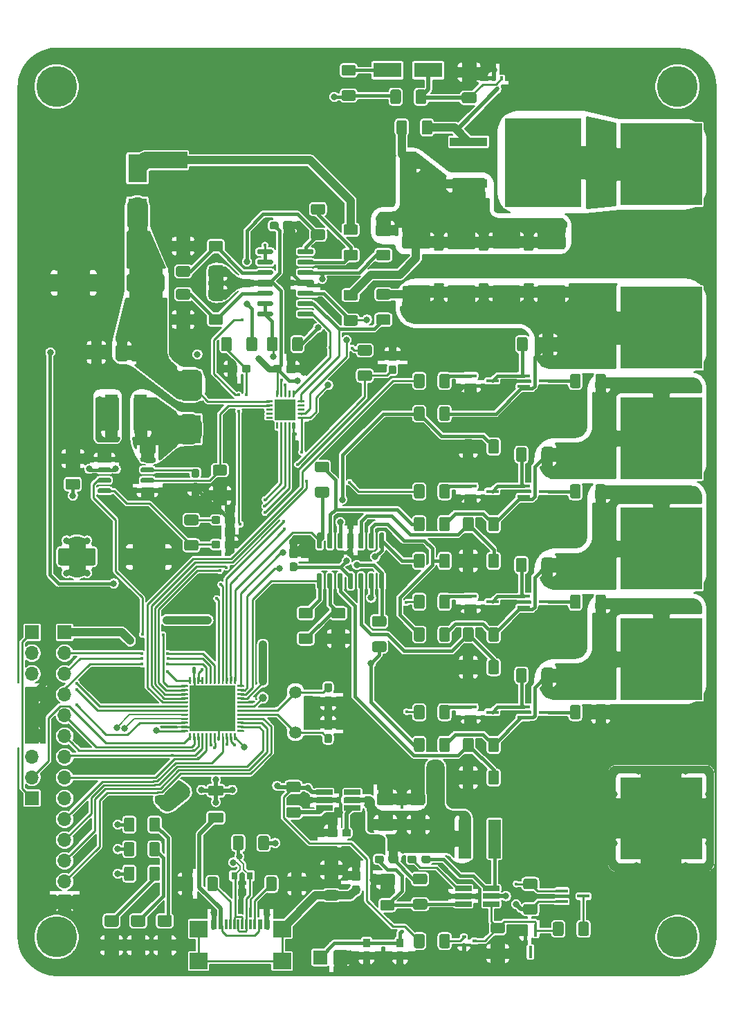
<source format=gtl>
G04 #@! TF.GenerationSoftware,KiCad,Pcbnew,(5.1.10)-1*
G04 #@! TF.CreationDate,2021-09-06T19:40:46-04:00*
G04 #@! TF.ProjectId,Lithium_Ion_Pack,4c697468-6975-46d5-9f49-6f6e5f506163,A0*
G04 #@! TF.SameCoordinates,Original*
G04 #@! TF.FileFunction,Copper,L1,Top*
G04 #@! TF.FilePolarity,Positive*
%FSLAX46Y46*%
G04 Gerber Fmt 4.6, Leading zero omitted, Abs format (unit mm)*
G04 Created by KiCad (PCBNEW (5.1.10)-1) date 2021-09-06 19:40:46*
%MOMM*%
%LPD*%
G01*
G04 APERTURE LIST*
G04 #@! TA.AperFunction,SMDPad,CuDef*
%ADD10R,1.500000X0.450000*%
G04 #@! TD*
G04 #@! TA.AperFunction,SMDPad,CuDef*
%ADD11R,1.500000X4.700000*%
G04 #@! TD*
G04 #@! TA.AperFunction,SMDPad,CuDef*
%ADD12R,0.900000X1.000000*%
G04 #@! TD*
G04 #@! TA.AperFunction,ComponentPad*
%ADD13O,1.700000X1.700000*%
G04 #@! TD*
G04 #@! TA.AperFunction,ComponentPad*
%ADD14R,1.700000X1.700000*%
G04 #@! TD*
G04 #@! TA.AperFunction,SMDPad,CuDef*
%ADD15C,1.000000*%
G04 #@! TD*
G04 #@! TA.AperFunction,SMDPad,CuDef*
%ADD16R,2.000000X0.650000*%
G04 #@! TD*
G04 #@! TA.AperFunction,ComponentPad*
%ADD17C,1.500000*%
G04 #@! TD*
G04 #@! TA.AperFunction,ComponentPad*
%ADD18C,0.500000*%
G04 #@! TD*
G04 #@! TA.AperFunction,SMDPad,CuDef*
%ADD19R,2.500000X2.500000*%
G04 #@! TD*
G04 #@! TA.AperFunction,SMDPad,CuDef*
%ADD20R,5.600000X5.600000*%
G04 #@! TD*
G04 #@! TA.AperFunction,SMDPad,CuDef*
%ADD21R,10.000000X10.000000*%
G04 #@! TD*
G04 #@! TA.AperFunction,SMDPad,CuDef*
%ADD22R,9.400000X10.800000*%
G04 #@! TD*
G04 #@! TA.AperFunction,SMDPad,CuDef*
%ADD23R,4.600000X1.100000*%
G04 #@! TD*
G04 #@! TA.AperFunction,SMDPad,CuDef*
%ADD24R,0.400000X0.510000*%
G04 #@! TD*
G04 #@! TA.AperFunction,SMDPad,CuDef*
%ADD25R,0.510000X0.400000*%
G04 #@! TD*
G04 #@! TA.AperFunction,SMDPad,CuDef*
%ADD26R,0.600000X1.150000*%
G04 #@! TD*
G04 #@! TA.AperFunction,SMDPad,CuDef*
%ADD27R,0.300000X1.150000*%
G04 #@! TD*
G04 #@! TA.AperFunction,SMDPad,CuDef*
%ADD28R,2.180000X2.000000*%
G04 #@! TD*
G04 #@! TA.AperFunction,ConnectorPad*
%ADD29C,5.000000*%
G04 #@! TD*
G04 #@! TA.AperFunction,ComponentPad*
%ADD30C,2.900000*%
G04 #@! TD*
G04 #@! TA.AperFunction,SMDPad,CuDef*
%ADD31R,3.500000X1.800000*%
G04 #@! TD*
G04 #@! TA.AperFunction,SMDPad,CuDef*
%ADD32R,0.800000X0.900000*%
G04 #@! TD*
G04 #@! TA.AperFunction,SMDPad,CuDef*
%ADD33R,2.300000X3.500000*%
G04 #@! TD*
G04 #@! TA.AperFunction,SMDPad,CuDef*
%ADD34R,0.450000X1.500000*%
G04 #@! TD*
G04 #@! TA.AperFunction,ComponentPad*
%ADD35R,2.000000X2.000000*%
G04 #@! TD*
G04 #@! TA.AperFunction,ViaPad*
%ADD36C,0.800000*%
G04 #@! TD*
G04 #@! TA.AperFunction,ViaPad*
%ADD37C,0.400000*%
G04 #@! TD*
G04 #@! TA.AperFunction,Conductor*
%ADD38C,0.400000*%
G04 #@! TD*
G04 #@! TA.AperFunction,Conductor*
%ADD39C,0.250000*%
G04 #@! TD*
G04 #@! TA.AperFunction,Conductor*
%ADD40C,1.000000*%
G04 #@! TD*
G04 #@! TA.AperFunction,Conductor*
%ADD41C,0.200000*%
G04 #@! TD*
G04 #@! TA.AperFunction,Conductor*
%ADD42C,0.750000*%
G04 #@! TD*
G04 #@! TA.AperFunction,Conductor*
%ADD43C,0.500000*%
G04 #@! TD*
G04 #@! TA.AperFunction,Conductor*
%ADD44C,2.000000*%
G04 #@! TD*
G04 #@! TA.AperFunction,Conductor*
%ADD45C,0.254000*%
G04 #@! TD*
G04 #@! TA.AperFunction,Conductor*
%ADD46C,0.100000*%
G04 #@! TD*
G04 APERTURE END LIST*
D10*
X165330000Y-121750000D03*
X162670000Y-122400000D03*
X162670000Y-121100000D03*
X165330000Y-108250000D03*
X162670000Y-108900000D03*
X162670000Y-107600000D03*
X165330000Y-94750000D03*
X162670000Y-95400000D03*
X162670000Y-94100000D03*
X165330000Y-81250000D03*
X162670000Y-81900000D03*
X162670000Y-80600000D03*
X170000000Y-144250000D03*
X167340000Y-144900000D03*
X167340000Y-143600000D03*
D11*
X155500000Y-137250000D03*
X159100000Y-137250000D03*
X115800000Y-85250000D03*
X112200000Y-85250000D03*
G04 #@! TA.AperFunction,SMDPad,CuDef*
G36*
G01*
X116850000Y-136125000D02*
X116850000Y-134875000D01*
G75*
G02*
X117100000Y-134625000I250000J0D01*
G01*
X117900000Y-134625000D01*
G75*
G02*
X118150000Y-134875000I0J-250000D01*
G01*
X118150000Y-136125000D01*
G75*
G02*
X117900000Y-136375000I-250000J0D01*
G01*
X117100000Y-136375000D01*
G75*
G02*
X116850000Y-136125000I0J250000D01*
G01*
G37*
G04 #@! TD.AperFunction*
G04 #@! TA.AperFunction,SMDPad,CuDef*
G36*
G01*
X113750000Y-136125000D02*
X113750000Y-134875000D01*
G75*
G02*
X114000000Y-134625000I250000J0D01*
G01*
X114800000Y-134625000D01*
G75*
G02*
X115050000Y-134875000I0J-250000D01*
G01*
X115050000Y-136125000D01*
G75*
G02*
X114800000Y-136375000I-250000J0D01*
G01*
X114000000Y-136375000D01*
G75*
G02*
X113750000Y-136125000I0J250000D01*
G01*
G37*
G04 #@! TD.AperFunction*
G04 #@! TA.AperFunction,SMDPad,CuDef*
G36*
G01*
X116850000Y-139125000D02*
X116850000Y-137875000D01*
G75*
G02*
X117100000Y-137625000I250000J0D01*
G01*
X117900000Y-137625000D01*
G75*
G02*
X118150000Y-137875000I0J-250000D01*
G01*
X118150000Y-139125000D01*
G75*
G02*
X117900000Y-139375000I-250000J0D01*
G01*
X117100000Y-139375000D01*
G75*
G02*
X116850000Y-139125000I0J250000D01*
G01*
G37*
G04 #@! TD.AperFunction*
G04 #@! TA.AperFunction,SMDPad,CuDef*
G36*
G01*
X113750000Y-139125000D02*
X113750000Y-137875000D01*
G75*
G02*
X114000000Y-137625000I250000J0D01*
G01*
X114800000Y-137625000D01*
G75*
G02*
X115050000Y-137875000I0J-250000D01*
G01*
X115050000Y-139125000D01*
G75*
G02*
X114800000Y-139375000I-250000J0D01*
G01*
X114000000Y-139375000D01*
G75*
G02*
X113750000Y-139125000I0J250000D01*
G01*
G37*
G04 #@! TD.AperFunction*
G04 #@! TA.AperFunction,SMDPad,CuDef*
G36*
G01*
X116850000Y-142125000D02*
X116850000Y-140875000D01*
G75*
G02*
X117100000Y-140625000I250000J0D01*
G01*
X117900000Y-140625000D01*
G75*
G02*
X118150000Y-140875000I0J-250000D01*
G01*
X118150000Y-142125000D01*
G75*
G02*
X117900000Y-142375000I-250000J0D01*
G01*
X117100000Y-142375000D01*
G75*
G02*
X116850000Y-142125000I0J250000D01*
G01*
G37*
G04 #@! TD.AperFunction*
G04 #@! TA.AperFunction,SMDPad,CuDef*
G36*
G01*
X113750000Y-142125000D02*
X113750000Y-140875000D01*
G75*
G02*
X114000000Y-140625000I250000J0D01*
G01*
X114800000Y-140625000D01*
G75*
G02*
X115050000Y-140875000I0J-250000D01*
G01*
X115050000Y-142125000D01*
G75*
G02*
X114800000Y-142375000I-250000J0D01*
G01*
X114000000Y-142375000D01*
G75*
G02*
X113750000Y-142125000I0J250000D01*
G01*
G37*
G04 #@! TD.AperFunction*
G04 #@! TA.AperFunction,SMDPad,CuDef*
G36*
G01*
X119375000Y-147987500D02*
X118125000Y-147987500D01*
G75*
G02*
X117875000Y-147737500I0J250000D01*
G01*
X117875000Y-146812500D01*
G75*
G02*
X118125000Y-146562500I250000J0D01*
G01*
X119375000Y-146562500D01*
G75*
G02*
X119625000Y-146812500I0J-250000D01*
G01*
X119625000Y-147737500D01*
G75*
G02*
X119375000Y-147987500I-250000J0D01*
G01*
G37*
G04 #@! TD.AperFunction*
G04 #@! TA.AperFunction,SMDPad,CuDef*
G36*
G01*
X119375000Y-150962500D02*
X118125000Y-150962500D01*
G75*
G02*
X117875000Y-150712500I0J250000D01*
G01*
X117875000Y-149787500D01*
G75*
G02*
X118125000Y-149537500I250000J0D01*
G01*
X119375000Y-149537500D01*
G75*
G02*
X119625000Y-149787500I0J-250000D01*
G01*
X119625000Y-150712500D01*
G75*
G02*
X119375000Y-150962500I-250000J0D01*
G01*
G37*
G04 #@! TD.AperFunction*
G04 #@! TA.AperFunction,SMDPad,CuDef*
G36*
G01*
X116125000Y-147987500D02*
X114875000Y-147987500D01*
G75*
G02*
X114625000Y-147737500I0J250000D01*
G01*
X114625000Y-146812500D01*
G75*
G02*
X114875000Y-146562500I250000J0D01*
G01*
X116125000Y-146562500D01*
G75*
G02*
X116375000Y-146812500I0J-250000D01*
G01*
X116375000Y-147737500D01*
G75*
G02*
X116125000Y-147987500I-250000J0D01*
G01*
G37*
G04 #@! TD.AperFunction*
G04 #@! TA.AperFunction,SMDPad,CuDef*
G36*
G01*
X116125000Y-150962500D02*
X114875000Y-150962500D01*
G75*
G02*
X114625000Y-150712500I0J250000D01*
G01*
X114625000Y-149787500D01*
G75*
G02*
X114875000Y-149537500I250000J0D01*
G01*
X116125000Y-149537500D01*
G75*
G02*
X116375000Y-149787500I0J-250000D01*
G01*
X116375000Y-150712500D01*
G75*
G02*
X116125000Y-150962500I-250000J0D01*
G01*
G37*
G04 #@! TD.AperFunction*
G04 #@! TA.AperFunction,SMDPad,CuDef*
G36*
G01*
X112875000Y-147987500D02*
X111625000Y-147987500D01*
G75*
G02*
X111375000Y-147737500I0J250000D01*
G01*
X111375000Y-146812500D01*
G75*
G02*
X111625000Y-146562500I250000J0D01*
G01*
X112875000Y-146562500D01*
G75*
G02*
X113125000Y-146812500I0J-250000D01*
G01*
X113125000Y-147737500D01*
G75*
G02*
X112875000Y-147987500I-250000J0D01*
G01*
G37*
G04 #@! TD.AperFunction*
G04 #@! TA.AperFunction,SMDPad,CuDef*
G36*
G01*
X112875000Y-150962500D02*
X111625000Y-150962500D01*
G75*
G02*
X111375000Y-150712500I0J250000D01*
G01*
X111375000Y-149787500D01*
G75*
G02*
X111625000Y-149537500I250000J0D01*
G01*
X112875000Y-149537500D01*
G75*
G02*
X113125000Y-149787500I0J-250000D01*
G01*
X113125000Y-150712500D01*
G75*
G02*
X112875000Y-150962500I-250000J0D01*
G01*
G37*
G04 #@! TD.AperFunction*
D12*
X147550000Y-151550000D03*
X147550000Y-149950000D03*
X143450000Y-151550000D03*
X143450000Y-149950000D03*
D13*
X140290000Y-151750000D03*
D14*
X137750000Y-151750000D03*
D15*
X130750000Y-120000000D03*
G04 #@! TA.AperFunction,SMDPad,CuDef*
G36*
G01*
X130200000Y-138375000D02*
X130200000Y-137125000D01*
G75*
G02*
X130450000Y-136875000I250000J0D01*
G01*
X131250000Y-136875000D01*
G75*
G02*
X131500000Y-137125000I0J-250000D01*
G01*
X131500000Y-138375000D01*
G75*
G02*
X131250000Y-138625000I-250000J0D01*
G01*
X130450000Y-138625000D01*
G75*
G02*
X130200000Y-138375000I0J250000D01*
G01*
G37*
G04 #@! TD.AperFunction*
G04 #@! TA.AperFunction,SMDPad,CuDef*
G36*
G01*
X127100000Y-138375000D02*
X127100000Y-137125000D01*
G75*
G02*
X127350000Y-136875000I250000J0D01*
G01*
X128150000Y-136875000D01*
G75*
G02*
X128400000Y-137125000I0J-250000D01*
G01*
X128400000Y-138375000D01*
G75*
G02*
X128150000Y-138625000I-250000J0D01*
G01*
X127350000Y-138625000D01*
G75*
G02*
X127100000Y-138375000I0J250000D01*
G01*
G37*
G04 #@! TD.AperFunction*
D16*
X141710000Y-131550000D03*
X141710000Y-132500000D03*
X141710000Y-133450000D03*
X138290000Y-133450000D03*
X138290000Y-132500000D03*
X138290000Y-131550000D03*
G04 #@! TA.AperFunction,SMDPad,CuDef*
G36*
G01*
X146125000Y-71300000D02*
X144875000Y-71300000D01*
G75*
G02*
X144625000Y-71050000I0J250000D01*
G01*
X144625000Y-70250000D01*
G75*
G02*
X144875000Y-70000000I250000J0D01*
G01*
X146125000Y-70000000D01*
G75*
G02*
X146375000Y-70250000I0J-250000D01*
G01*
X146375000Y-71050000D01*
G75*
G02*
X146125000Y-71300000I-250000J0D01*
G01*
G37*
G04 #@! TD.AperFunction*
G04 #@! TA.AperFunction,SMDPad,CuDef*
G36*
G01*
X146125000Y-74400000D02*
X144875000Y-74400000D01*
G75*
G02*
X144625000Y-74150000I0J250000D01*
G01*
X144625000Y-73350000D01*
G75*
G02*
X144875000Y-73100000I250000J0D01*
G01*
X146125000Y-73100000D01*
G75*
G02*
X146375000Y-73350000I0J-250000D01*
G01*
X146375000Y-74150000D01*
G75*
G02*
X146125000Y-74400000I-250000J0D01*
G01*
G37*
G04 #@! TD.AperFunction*
G04 #@! TA.AperFunction,SMDPad,CuDef*
G36*
G01*
X142125000Y-71400000D02*
X140875000Y-71400000D01*
G75*
G02*
X140625000Y-71150000I0J250000D01*
G01*
X140625000Y-70350000D01*
G75*
G02*
X140875000Y-70100000I250000J0D01*
G01*
X142125000Y-70100000D01*
G75*
G02*
X142375000Y-70350000I0J-250000D01*
G01*
X142375000Y-71150000D01*
G75*
G02*
X142125000Y-71400000I-250000J0D01*
G01*
G37*
G04 #@! TD.AperFunction*
G04 #@! TA.AperFunction,SMDPad,CuDef*
G36*
G01*
X142125000Y-74500000D02*
X140875000Y-74500000D01*
G75*
G02*
X140625000Y-74250000I0J250000D01*
G01*
X140625000Y-73450000D01*
G75*
G02*
X140875000Y-73200000I250000J0D01*
G01*
X142125000Y-73200000D01*
G75*
G02*
X142375000Y-73450000I0J-250000D01*
G01*
X142375000Y-74250000D01*
G75*
G02*
X142125000Y-74500000I-250000J0D01*
G01*
G37*
G04 #@! TD.AperFunction*
G04 #@! TA.AperFunction,SMDPad,CuDef*
G36*
G01*
X152350000Y-103875000D02*
X152350000Y-102625000D01*
G75*
G02*
X152600000Y-102375000I250000J0D01*
G01*
X153400000Y-102375000D01*
G75*
G02*
X153650000Y-102625000I0J-250000D01*
G01*
X153650000Y-103875000D01*
G75*
G02*
X153400000Y-104125000I-250000J0D01*
G01*
X152600000Y-104125000D01*
G75*
G02*
X152350000Y-103875000I0J250000D01*
G01*
G37*
G04 #@! TD.AperFunction*
G04 #@! TA.AperFunction,SMDPad,CuDef*
G36*
G01*
X149250000Y-103875000D02*
X149250000Y-102625000D01*
G75*
G02*
X149500000Y-102375000I250000J0D01*
G01*
X150300000Y-102375000D01*
G75*
G02*
X150550000Y-102625000I0J-250000D01*
G01*
X150550000Y-103875000D01*
G75*
G02*
X150300000Y-104125000I-250000J0D01*
G01*
X149500000Y-104125000D01*
G75*
G02*
X149250000Y-103875000I0J250000D01*
G01*
G37*
G04 #@! TD.AperFunction*
D17*
X134750000Y-119370000D03*
X134750000Y-124250000D03*
G04 #@! TA.AperFunction,SMDPad,CuDef*
G36*
G01*
X137840000Y-101750000D02*
X137540000Y-101750000D01*
G75*
G02*
X137390000Y-101600000I0J150000D01*
G01*
X137390000Y-99950000D01*
G75*
G02*
X137540000Y-99800000I150000J0D01*
G01*
X137840000Y-99800000D01*
G75*
G02*
X137990000Y-99950000I0J-150000D01*
G01*
X137990000Y-101600000D01*
G75*
G02*
X137840000Y-101750000I-150000J0D01*
G01*
G37*
G04 #@! TD.AperFunction*
G04 #@! TA.AperFunction,SMDPad,CuDef*
G36*
G01*
X139110000Y-101750000D02*
X138810000Y-101750000D01*
G75*
G02*
X138660000Y-101600000I0J150000D01*
G01*
X138660000Y-99950000D01*
G75*
G02*
X138810000Y-99800000I150000J0D01*
G01*
X139110000Y-99800000D01*
G75*
G02*
X139260000Y-99950000I0J-150000D01*
G01*
X139260000Y-101600000D01*
G75*
G02*
X139110000Y-101750000I-150000J0D01*
G01*
G37*
G04 #@! TD.AperFunction*
G04 #@! TA.AperFunction,SMDPad,CuDef*
G36*
G01*
X140380000Y-101750000D02*
X140080000Y-101750000D01*
G75*
G02*
X139930000Y-101600000I0J150000D01*
G01*
X139930000Y-99950000D01*
G75*
G02*
X140080000Y-99800000I150000J0D01*
G01*
X140380000Y-99800000D01*
G75*
G02*
X140530000Y-99950000I0J-150000D01*
G01*
X140530000Y-101600000D01*
G75*
G02*
X140380000Y-101750000I-150000J0D01*
G01*
G37*
G04 #@! TD.AperFunction*
G04 #@! TA.AperFunction,SMDPad,CuDef*
G36*
G01*
X141650000Y-101750000D02*
X141350000Y-101750000D01*
G75*
G02*
X141200000Y-101600000I0J150000D01*
G01*
X141200000Y-99950000D01*
G75*
G02*
X141350000Y-99800000I150000J0D01*
G01*
X141650000Y-99800000D01*
G75*
G02*
X141800000Y-99950000I0J-150000D01*
G01*
X141800000Y-101600000D01*
G75*
G02*
X141650000Y-101750000I-150000J0D01*
G01*
G37*
G04 #@! TD.AperFunction*
G04 #@! TA.AperFunction,SMDPad,CuDef*
G36*
G01*
X142920000Y-101750000D02*
X142620000Y-101750000D01*
G75*
G02*
X142470000Y-101600000I0J150000D01*
G01*
X142470000Y-99950000D01*
G75*
G02*
X142620000Y-99800000I150000J0D01*
G01*
X142920000Y-99800000D01*
G75*
G02*
X143070000Y-99950000I0J-150000D01*
G01*
X143070000Y-101600000D01*
G75*
G02*
X142920000Y-101750000I-150000J0D01*
G01*
G37*
G04 #@! TD.AperFunction*
G04 #@! TA.AperFunction,SMDPad,CuDef*
G36*
G01*
X144190000Y-101750000D02*
X143890000Y-101750000D01*
G75*
G02*
X143740000Y-101600000I0J150000D01*
G01*
X143740000Y-99950000D01*
G75*
G02*
X143890000Y-99800000I150000J0D01*
G01*
X144190000Y-99800000D01*
G75*
G02*
X144340000Y-99950000I0J-150000D01*
G01*
X144340000Y-101600000D01*
G75*
G02*
X144190000Y-101750000I-150000J0D01*
G01*
G37*
G04 #@! TD.AperFunction*
G04 #@! TA.AperFunction,SMDPad,CuDef*
G36*
G01*
X145460000Y-101750000D02*
X145160000Y-101750000D01*
G75*
G02*
X145010000Y-101600000I0J150000D01*
G01*
X145010000Y-99950000D01*
G75*
G02*
X145160000Y-99800000I150000J0D01*
G01*
X145460000Y-99800000D01*
G75*
G02*
X145610000Y-99950000I0J-150000D01*
G01*
X145610000Y-101600000D01*
G75*
G02*
X145460000Y-101750000I-150000J0D01*
G01*
G37*
G04 #@! TD.AperFunction*
G04 #@! TA.AperFunction,SMDPad,CuDef*
G36*
G01*
X145460000Y-106700000D02*
X145160000Y-106700000D01*
G75*
G02*
X145010000Y-106550000I0J150000D01*
G01*
X145010000Y-104900000D01*
G75*
G02*
X145160000Y-104750000I150000J0D01*
G01*
X145460000Y-104750000D01*
G75*
G02*
X145610000Y-104900000I0J-150000D01*
G01*
X145610000Y-106550000D01*
G75*
G02*
X145460000Y-106700000I-150000J0D01*
G01*
G37*
G04 #@! TD.AperFunction*
G04 #@! TA.AperFunction,SMDPad,CuDef*
G36*
G01*
X144190000Y-106700000D02*
X143890000Y-106700000D01*
G75*
G02*
X143740000Y-106550000I0J150000D01*
G01*
X143740000Y-104900000D01*
G75*
G02*
X143890000Y-104750000I150000J0D01*
G01*
X144190000Y-104750000D01*
G75*
G02*
X144340000Y-104900000I0J-150000D01*
G01*
X144340000Y-106550000D01*
G75*
G02*
X144190000Y-106700000I-150000J0D01*
G01*
G37*
G04 #@! TD.AperFunction*
G04 #@! TA.AperFunction,SMDPad,CuDef*
G36*
G01*
X142920000Y-106700000D02*
X142620000Y-106700000D01*
G75*
G02*
X142470000Y-106550000I0J150000D01*
G01*
X142470000Y-104900000D01*
G75*
G02*
X142620000Y-104750000I150000J0D01*
G01*
X142920000Y-104750000D01*
G75*
G02*
X143070000Y-104900000I0J-150000D01*
G01*
X143070000Y-106550000D01*
G75*
G02*
X142920000Y-106700000I-150000J0D01*
G01*
G37*
G04 #@! TD.AperFunction*
G04 #@! TA.AperFunction,SMDPad,CuDef*
G36*
G01*
X141650000Y-106700000D02*
X141350000Y-106700000D01*
G75*
G02*
X141200000Y-106550000I0J150000D01*
G01*
X141200000Y-104900000D01*
G75*
G02*
X141350000Y-104750000I150000J0D01*
G01*
X141650000Y-104750000D01*
G75*
G02*
X141800000Y-104900000I0J-150000D01*
G01*
X141800000Y-106550000D01*
G75*
G02*
X141650000Y-106700000I-150000J0D01*
G01*
G37*
G04 #@! TD.AperFunction*
G04 #@! TA.AperFunction,SMDPad,CuDef*
G36*
G01*
X140380000Y-106700000D02*
X140080000Y-106700000D01*
G75*
G02*
X139930000Y-106550000I0J150000D01*
G01*
X139930000Y-104900000D01*
G75*
G02*
X140080000Y-104750000I150000J0D01*
G01*
X140380000Y-104750000D01*
G75*
G02*
X140530000Y-104900000I0J-150000D01*
G01*
X140530000Y-106550000D01*
G75*
G02*
X140380000Y-106700000I-150000J0D01*
G01*
G37*
G04 #@! TD.AperFunction*
G04 #@! TA.AperFunction,SMDPad,CuDef*
G36*
G01*
X139110000Y-106700000D02*
X138810000Y-106700000D01*
G75*
G02*
X138660000Y-106550000I0J150000D01*
G01*
X138660000Y-104900000D01*
G75*
G02*
X138810000Y-104750000I150000J0D01*
G01*
X139110000Y-104750000D01*
G75*
G02*
X139260000Y-104900000I0J-150000D01*
G01*
X139260000Y-106550000D01*
G75*
G02*
X139110000Y-106700000I-150000J0D01*
G01*
G37*
G04 #@! TD.AperFunction*
G04 #@! TA.AperFunction,SMDPad,CuDef*
G36*
G01*
X137840000Y-106700000D02*
X137540000Y-106700000D01*
G75*
G02*
X137390000Y-106550000I0J150000D01*
G01*
X137390000Y-104900000D01*
G75*
G02*
X137540000Y-104750000I150000J0D01*
G01*
X137840000Y-104750000D01*
G75*
G02*
X137990000Y-104900000I0J-150000D01*
G01*
X137990000Y-106550000D01*
G75*
G02*
X137840000Y-106700000I-150000J0D01*
G01*
G37*
G04 #@! TD.AperFunction*
G04 #@! TA.AperFunction,SMDPad,CuDef*
G36*
G01*
X135000000Y-65590000D02*
X135000000Y-65290000D01*
G75*
G02*
X135150000Y-65140000I150000J0D01*
G01*
X136800000Y-65140000D01*
G75*
G02*
X136950000Y-65290000I0J-150000D01*
G01*
X136950000Y-65590000D01*
G75*
G02*
X136800000Y-65740000I-150000J0D01*
G01*
X135150000Y-65740000D01*
G75*
G02*
X135000000Y-65590000I0J150000D01*
G01*
G37*
G04 #@! TD.AperFunction*
G04 #@! TA.AperFunction,SMDPad,CuDef*
G36*
G01*
X135000000Y-66860000D02*
X135000000Y-66560000D01*
G75*
G02*
X135150000Y-66410000I150000J0D01*
G01*
X136800000Y-66410000D01*
G75*
G02*
X136950000Y-66560000I0J-150000D01*
G01*
X136950000Y-66860000D01*
G75*
G02*
X136800000Y-67010000I-150000J0D01*
G01*
X135150000Y-67010000D01*
G75*
G02*
X135000000Y-66860000I0J150000D01*
G01*
G37*
G04 #@! TD.AperFunction*
G04 #@! TA.AperFunction,SMDPad,CuDef*
G36*
G01*
X135000000Y-68130000D02*
X135000000Y-67830000D01*
G75*
G02*
X135150000Y-67680000I150000J0D01*
G01*
X136800000Y-67680000D01*
G75*
G02*
X136950000Y-67830000I0J-150000D01*
G01*
X136950000Y-68130000D01*
G75*
G02*
X136800000Y-68280000I-150000J0D01*
G01*
X135150000Y-68280000D01*
G75*
G02*
X135000000Y-68130000I0J150000D01*
G01*
G37*
G04 #@! TD.AperFunction*
G04 #@! TA.AperFunction,SMDPad,CuDef*
G36*
G01*
X135000000Y-69400000D02*
X135000000Y-69100000D01*
G75*
G02*
X135150000Y-68950000I150000J0D01*
G01*
X136800000Y-68950000D01*
G75*
G02*
X136950000Y-69100000I0J-150000D01*
G01*
X136950000Y-69400000D01*
G75*
G02*
X136800000Y-69550000I-150000J0D01*
G01*
X135150000Y-69550000D01*
G75*
G02*
X135000000Y-69400000I0J150000D01*
G01*
G37*
G04 #@! TD.AperFunction*
G04 #@! TA.AperFunction,SMDPad,CuDef*
G36*
G01*
X135000000Y-70670000D02*
X135000000Y-70370000D01*
G75*
G02*
X135150000Y-70220000I150000J0D01*
G01*
X136800000Y-70220000D01*
G75*
G02*
X136950000Y-70370000I0J-150000D01*
G01*
X136950000Y-70670000D01*
G75*
G02*
X136800000Y-70820000I-150000J0D01*
G01*
X135150000Y-70820000D01*
G75*
G02*
X135000000Y-70670000I0J150000D01*
G01*
G37*
G04 #@! TD.AperFunction*
G04 #@! TA.AperFunction,SMDPad,CuDef*
G36*
G01*
X135000000Y-71940000D02*
X135000000Y-71640000D01*
G75*
G02*
X135150000Y-71490000I150000J0D01*
G01*
X136800000Y-71490000D01*
G75*
G02*
X136950000Y-71640000I0J-150000D01*
G01*
X136950000Y-71940000D01*
G75*
G02*
X136800000Y-72090000I-150000J0D01*
G01*
X135150000Y-72090000D01*
G75*
G02*
X135000000Y-71940000I0J150000D01*
G01*
G37*
G04 #@! TD.AperFunction*
G04 #@! TA.AperFunction,SMDPad,CuDef*
G36*
G01*
X135000000Y-73210000D02*
X135000000Y-72910000D01*
G75*
G02*
X135150000Y-72760000I150000J0D01*
G01*
X136800000Y-72760000D01*
G75*
G02*
X136950000Y-72910000I0J-150000D01*
G01*
X136950000Y-73210000D01*
G75*
G02*
X136800000Y-73360000I-150000J0D01*
G01*
X135150000Y-73360000D01*
G75*
G02*
X135000000Y-73210000I0J150000D01*
G01*
G37*
G04 #@! TD.AperFunction*
G04 #@! TA.AperFunction,SMDPad,CuDef*
G36*
G01*
X130050000Y-73210000D02*
X130050000Y-72910000D01*
G75*
G02*
X130200000Y-72760000I150000J0D01*
G01*
X131850000Y-72760000D01*
G75*
G02*
X132000000Y-72910000I0J-150000D01*
G01*
X132000000Y-73210000D01*
G75*
G02*
X131850000Y-73360000I-150000J0D01*
G01*
X130200000Y-73360000D01*
G75*
G02*
X130050000Y-73210000I0J150000D01*
G01*
G37*
G04 #@! TD.AperFunction*
G04 #@! TA.AperFunction,SMDPad,CuDef*
G36*
G01*
X130050000Y-71940000D02*
X130050000Y-71640000D01*
G75*
G02*
X130200000Y-71490000I150000J0D01*
G01*
X131850000Y-71490000D01*
G75*
G02*
X132000000Y-71640000I0J-150000D01*
G01*
X132000000Y-71940000D01*
G75*
G02*
X131850000Y-72090000I-150000J0D01*
G01*
X130200000Y-72090000D01*
G75*
G02*
X130050000Y-71940000I0J150000D01*
G01*
G37*
G04 #@! TD.AperFunction*
G04 #@! TA.AperFunction,SMDPad,CuDef*
G36*
G01*
X130050000Y-70670000D02*
X130050000Y-70370000D01*
G75*
G02*
X130200000Y-70220000I150000J0D01*
G01*
X131850000Y-70220000D01*
G75*
G02*
X132000000Y-70370000I0J-150000D01*
G01*
X132000000Y-70670000D01*
G75*
G02*
X131850000Y-70820000I-150000J0D01*
G01*
X130200000Y-70820000D01*
G75*
G02*
X130050000Y-70670000I0J150000D01*
G01*
G37*
G04 #@! TD.AperFunction*
G04 #@! TA.AperFunction,SMDPad,CuDef*
G36*
G01*
X130050000Y-69400000D02*
X130050000Y-69100000D01*
G75*
G02*
X130200000Y-68950000I150000J0D01*
G01*
X131850000Y-68950000D01*
G75*
G02*
X132000000Y-69100000I0J-150000D01*
G01*
X132000000Y-69400000D01*
G75*
G02*
X131850000Y-69550000I-150000J0D01*
G01*
X130200000Y-69550000D01*
G75*
G02*
X130050000Y-69400000I0J150000D01*
G01*
G37*
G04 #@! TD.AperFunction*
G04 #@! TA.AperFunction,SMDPad,CuDef*
G36*
G01*
X130050000Y-68130000D02*
X130050000Y-67830000D01*
G75*
G02*
X130200000Y-67680000I150000J0D01*
G01*
X131850000Y-67680000D01*
G75*
G02*
X132000000Y-67830000I0J-150000D01*
G01*
X132000000Y-68130000D01*
G75*
G02*
X131850000Y-68280000I-150000J0D01*
G01*
X130200000Y-68280000D01*
G75*
G02*
X130050000Y-68130000I0J150000D01*
G01*
G37*
G04 #@! TD.AperFunction*
G04 #@! TA.AperFunction,SMDPad,CuDef*
G36*
G01*
X130050000Y-66860000D02*
X130050000Y-66560000D01*
G75*
G02*
X130200000Y-66410000I150000J0D01*
G01*
X131850000Y-66410000D01*
G75*
G02*
X132000000Y-66560000I0J-150000D01*
G01*
X132000000Y-66860000D01*
G75*
G02*
X131850000Y-67010000I-150000J0D01*
G01*
X130200000Y-67010000D01*
G75*
G02*
X130050000Y-66860000I0J150000D01*
G01*
G37*
G04 #@! TD.AperFunction*
G04 #@! TA.AperFunction,SMDPad,CuDef*
G36*
G01*
X130050000Y-65590000D02*
X130050000Y-65290000D01*
G75*
G02*
X130200000Y-65140000I150000J0D01*
G01*
X131850000Y-65140000D01*
G75*
G02*
X132000000Y-65290000I0J-150000D01*
G01*
X132000000Y-65590000D01*
G75*
G02*
X131850000Y-65740000I-150000J0D01*
G01*
X130200000Y-65740000D01*
G75*
G02*
X130050000Y-65590000I0J150000D01*
G01*
G37*
G04 #@! TD.AperFunction*
D16*
X158710000Y-143300000D03*
X158710000Y-144250000D03*
X158710000Y-145200000D03*
X155290000Y-145200000D03*
X155290000Y-144250000D03*
X155290000Y-143300000D03*
G04 #@! TA.AperFunction,SMDPad,CuDef*
G36*
G01*
X115800000Y-90995000D02*
X115800000Y-90695000D01*
G75*
G02*
X115950000Y-90545000I150000J0D01*
G01*
X117300000Y-90545000D01*
G75*
G02*
X117450000Y-90695000I0J-150000D01*
G01*
X117450000Y-90995000D01*
G75*
G02*
X117300000Y-91145000I-150000J0D01*
G01*
X115950000Y-91145000D01*
G75*
G02*
X115800000Y-90995000I0J150000D01*
G01*
G37*
G04 #@! TD.AperFunction*
G04 #@! TA.AperFunction,SMDPad,CuDef*
G36*
G01*
X115800000Y-92265000D02*
X115800000Y-91965000D01*
G75*
G02*
X115950000Y-91815000I150000J0D01*
G01*
X117300000Y-91815000D01*
G75*
G02*
X117450000Y-91965000I0J-150000D01*
G01*
X117450000Y-92265000D01*
G75*
G02*
X117300000Y-92415000I-150000J0D01*
G01*
X115950000Y-92415000D01*
G75*
G02*
X115800000Y-92265000I0J150000D01*
G01*
G37*
G04 #@! TD.AperFunction*
G04 #@! TA.AperFunction,SMDPad,CuDef*
G36*
G01*
X115800000Y-93535000D02*
X115800000Y-93235000D01*
G75*
G02*
X115950000Y-93085000I150000J0D01*
G01*
X117300000Y-93085000D01*
G75*
G02*
X117450000Y-93235000I0J-150000D01*
G01*
X117450000Y-93535000D01*
G75*
G02*
X117300000Y-93685000I-150000J0D01*
G01*
X115950000Y-93685000D01*
G75*
G02*
X115800000Y-93535000I0J150000D01*
G01*
G37*
G04 #@! TD.AperFunction*
G04 #@! TA.AperFunction,SMDPad,CuDef*
G36*
G01*
X115800000Y-94805000D02*
X115800000Y-94505000D01*
G75*
G02*
X115950000Y-94355000I150000J0D01*
G01*
X117300000Y-94355000D01*
G75*
G02*
X117450000Y-94505000I0J-150000D01*
G01*
X117450000Y-94805000D01*
G75*
G02*
X117300000Y-94955000I-150000J0D01*
G01*
X115950000Y-94955000D01*
G75*
G02*
X115800000Y-94805000I0J150000D01*
G01*
G37*
G04 #@! TD.AperFunction*
G04 #@! TA.AperFunction,SMDPad,CuDef*
G36*
G01*
X110550000Y-94805000D02*
X110550000Y-94505000D01*
G75*
G02*
X110700000Y-94355000I150000J0D01*
G01*
X112050000Y-94355000D01*
G75*
G02*
X112200000Y-94505000I0J-150000D01*
G01*
X112200000Y-94805000D01*
G75*
G02*
X112050000Y-94955000I-150000J0D01*
G01*
X110700000Y-94955000D01*
G75*
G02*
X110550000Y-94805000I0J150000D01*
G01*
G37*
G04 #@! TD.AperFunction*
G04 #@! TA.AperFunction,SMDPad,CuDef*
G36*
G01*
X110550000Y-93535000D02*
X110550000Y-93235000D01*
G75*
G02*
X110700000Y-93085000I150000J0D01*
G01*
X112050000Y-93085000D01*
G75*
G02*
X112200000Y-93235000I0J-150000D01*
G01*
X112200000Y-93535000D01*
G75*
G02*
X112050000Y-93685000I-150000J0D01*
G01*
X110700000Y-93685000D01*
G75*
G02*
X110550000Y-93535000I0J150000D01*
G01*
G37*
G04 #@! TD.AperFunction*
G04 #@! TA.AperFunction,SMDPad,CuDef*
G36*
G01*
X110550000Y-92265000D02*
X110550000Y-91965000D01*
G75*
G02*
X110700000Y-91815000I150000J0D01*
G01*
X112050000Y-91815000D01*
G75*
G02*
X112200000Y-91965000I0J-150000D01*
G01*
X112200000Y-92265000D01*
G75*
G02*
X112050000Y-92415000I-150000J0D01*
G01*
X110700000Y-92415000D01*
G75*
G02*
X110550000Y-92265000I0J150000D01*
G01*
G37*
G04 #@! TD.AperFunction*
G04 #@! TA.AperFunction,SMDPad,CuDef*
G36*
G01*
X110550000Y-90995000D02*
X110550000Y-90695000D01*
G75*
G02*
X110700000Y-90545000I150000J0D01*
G01*
X112050000Y-90545000D01*
G75*
G02*
X112200000Y-90695000I0J-150000D01*
G01*
X112200000Y-90995000D01*
G75*
G02*
X112050000Y-91145000I-150000J0D01*
G01*
X110700000Y-91145000D01*
G75*
G02*
X110550000Y-90995000I0J150000D01*
G01*
G37*
G04 #@! TD.AperFunction*
D18*
X134500000Y-83750000D03*
X134500000Y-85750000D03*
X132500000Y-83750000D03*
X132500000Y-85750000D03*
D19*
X133500000Y-84750000D03*
G04 #@! TA.AperFunction,SMDPad,CuDef*
G36*
G01*
X131912500Y-85875000D02*
X131212500Y-85875000D01*
G75*
G02*
X131150000Y-85812500I0J62500D01*
G01*
X131150000Y-85687500D01*
G75*
G02*
X131212500Y-85625000I62500J0D01*
G01*
X131912500Y-85625000D01*
G75*
G02*
X131975000Y-85687500I0J-62500D01*
G01*
X131975000Y-85812500D01*
G75*
G02*
X131912500Y-85875000I-62500J0D01*
G01*
G37*
G04 #@! TD.AperFunction*
G04 #@! TA.AperFunction,SMDPad,CuDef*
G36*
G01*
X131912500Y-85375000D02*
X131212500Y-85375000D01*
G75*
G02*
X131150000Y-85312500I0J62500D01*
G01*
X131150000Y-85187500D01*
G75*
G02*
X131212500Y-85125000I62500J0D01*
G01*
X131912500Y-85125000D01*
G75*
G02*
X131975000Y-85187500I0J-62500D01*
G01*
X131975000Y-85312500D01*
G75*
G02*
X131912500Y-85375000I-62500J0D01*
G01*
G37*
G04 #@! TD.AperFunction*
G04 #@! TA.AperFunction,SMDPad,CuDef*
G36*
G01*
X131912500Y-84875000D02*
X131212500Y-84875000D01*
G75*
G02*
X131150000Y-84812500I0J62500D01*
G01*
X131150000Y-84687500D01*
G75*
G02*
X131212500Y-84625000I62500J0D01*
G01*
X131912500Y-84625000D01*
G75*
G02*
X131975000Y-84687500I0J-62500D01*
G01*
X131975000Y-84812500D01*
G75*
G02*
X131912500Y-84875000I-62500J0D01*
G01*
G37*
G04 #@! TD.AperFunction*
G04 #@! TA.AperFunction,SMDPad,CuDef*
G36*
G01*
X131912500Y-84375000D02*
X131212500Y-84375000D01*
G75*
G02*
X131150000Y-84312500I0J62500D01*
G01*
X131150000Y-84187500D01*
G75*
G02*
X131212500Y-84125000I62500J0D01*
G01*
X131912500Y-84125000D01*
G75*
G02*
X131975000Y-84187500I0J-62500D01*
G01*
X131975000Y-84312500D01*
G75*
G02*
X131912500Y-84375000I-62500J0D01*
G01*
G37*
G04 #@! TD.AperFunction*
G04 #@! TA.AperFunction,SMDPad,CuDef*
G36*
G01*
X131912500Y-83875000D02*
X131212500Y-83875000D01*
G75*
G02*
X131150000Y-83812500I0J62500D01*
G01*
X131150000Y-83687500D01*
G75*
G02*
X131212500Y-83625000I62500J0D01*
G01*
X131912500Y-83625000D01*
G75*
G02*
X131975000Y-83687500I0J-62500D01*
G01*
X131975000Y-83812500D01*
G75*
G02*
X131912500Y-83875000I-62500J0D01*
G01*
G37*
G04 #@! TD.AperFunction*
G04 #@! TA.AperFunction,SMDPad,CuDef*
G36*
G01*
X132562500Y-83225000D02*
X132437500Y-83225000D01*
G75*
G02*
X132375000Y-83162500I0J62500D01*
G01*
X132375000Y-82462500D01*
G75*
G02*
X132437500Y-82400000I62500J0D01*
G01*
X132562500Y-82400000D01*
G75*
G02*
X132625000Y-82462500I0J-62500D01*
G01*
X132625000Y-83162500D01*
G75*
G02*
X132562500Y-83225000I-62500J0D01*
G01*
G37*
G04 #@! TD.AperFunction*
G04 #@! TA.AperFunction,SMDPad,CuDef*
G36*
G01*
X133062500Y-83225000D02*
X132937500Y-83225000D01*
G75*
G02*
X132875000Y-83162500I0J62500D01*
G01*
X132875000Y-82462500D01*
G75*
G02*
X132937500Y-82400000I62500J0D01*
G01*
X133062500Y-82400000D01*
G75*
G02*
X133125000Y-82462500I0J-62500D01*
G01*
X133125000Y-83162500D01*
G75*
G02*
X133062500Y-83225000I-62500J0D01*
G01*
G37*
G04 #@! TD.AperFunction*
G04 #@! TA.AperFunction,SMDPad,CuDef*
G36*
G01*
X133562500Y-83225000D02*
X133437500Y-83225000D01*
G75*
G02*
X133375000Y-83162500I0J62500D01*
G01*
X133375000Y-82462500D01*
G75*
G02*
X133437500Y-82400000I62500J0D01*
G01*
X133562500Y-82400000D01*
G75*
G02*
X133625000Y-82462500I0J-62500D01*
G01*
X133625000Y-83162500D01*
G75*
G02*
X133562500Y-83225000I-62500J0D01*
G01*
G37*
G04 #@! TD.AperFunction*
G04 #@! TA.AperFunction,SMDPad,CuDef*
G36*
G01*
X134062500Y-83225000D02*
X133937500Y-83225000D01*
G75*
G02*
X133875000Y-83162500I0J62500D01*
G01*
X133875000Y-82462500D01*
G75*
G02*
X133937500Y-82400000I62500J0D01*
G01*
X134062500Y-82400000D01*
G75*
G02*
X134125000Y-82462500I0J-62500D01*
G01*
X134125000Y-83162500D01*
G75*
G02*
X134062500Y-83225000I-62500J0D01*
G01*
G37*
G04 #@! TD.AperFunction*
G04 #@! TA.AperFunction,SMDPad,CuDef*
G36*
G01*
X134562500Y-83225000D02*
X134437500Y-83225000D01*
G75*
G02*
X134375000Y-83162500I0J62500D01*
G01*
X134375000Y-82462500D01*
G75*
G02*
X134437500Y-82400000I62500J0D01*
G01*
X134562500Y-82400000D01*
G75*
G02*
X134625000Y-82462500I0J-62500D01*
G01*
X134625000Y-83162500D01*
G75*
G02*
X134562500Y-83225000I-62500J0D01*
G01*
G37*
G04 #@! TD.AperFunction*
G04 #@! TA.AperFunction,SMDPad,CuDef*
G36*
G01*
X135787500Y-83875000D02*
X135087500Y-83875000D01*
G75*
G02*
X135025000Y-83812500I0J62500D01*
G01*
X135025000Y-83687500D01*
G75*
G02*
X135087500Y-83625000I62500J0D01*
G01*
X135787500Y-83625000D01*
G75*
G02*
X135850000Y-83687500I0J-62500D01*
G01*
X135850000Y-83812500D01*
G75*
G02*
X135787500Y-83875000I-62500J0D01*
G01*
G37*
G04 #@! TD.AperFunction*
G04 #@! TA.AperFunction,SMDPad,CuDef*
G36*
G01*
X135787500Y-84375000D02*
X135087500Y-84375000D01*
G75*
G02*
X135025000Y-84312500I0J62500D01*
G01*
X135025000Y-84187500D01*
G75*
G02*
X135087500Y-84125000I62500J0D01*
G01*
X135787500Y-84125000D01*
G75*
G02*
X135850000Y-84187500I0J-62500D01*
G01*
X135850000Y-84312500D01*
G75*
G02*
X135787500Y-84375000I-62500J0D01*
G01*
G37*
G04 #@! TD.AperFunction*
G04 #@! TA.AperFunction,SMDPad,CuDef*
G36*
G01*
X135787500Y-84875000D02*
X135087500Y-84875000D01*
G75*
G02*
X135025000Y-84812500I0J62500D01*
G01*
X135025000Y-84687500D01*
G75*
G02*
X135087500Y-84625000I62500J0D01*
G01*
X135787500Y-84625000D01*
G75*
G02*
X135850000Y-84687500I0J-62500D01*
G01*
X135850000Y-84812500D01*
G75*
G02*
X135787500Y-84875000I-62500J0D01*
G01*
G37*
G04 #@! TD.AperFunction*
G04 #@! TA.AperFunction,SMDPad,CuDef*
G36*
G01*
X135787500Y-85375000D02*
X135087500Y-85375000D01*
G75*
G02*
X135025000Y-85312500I0J62500D01*
G01*
X135025000Y-85187500D01*
G75*
G02*
X135087500Y-85125000I62500J0D01*
G01*
X135787500Y-85125000D01*
G75*
G02*
X135850000Y-85187500I0J-62500D01*
G01*
X135850000Y-85312500D01*
G75*
G02*
X135787500Y-85375000I-62500J0D01*
G01*
G37*
G04 #@! TD.AperFunction*
G04 #@! TA.AperFunction,SMDPad,CuDef*
G36*
G01*
X135787500Y-85875000D02*
X135087500Y-85875000D01*
G75*
G02*
X135025000Y-85812500I0J62500D01*
G01*
X135025000Y-85687500D01*
G75*
G02*
X135087500Y-85625000I62500J0D01*
G01*
X135787500Y-85625000D01*
G75*
G02*
X135850000Y-85687500I0J-62500D01*
G01*
X135850000Y-85812500D01*
G75*
G02*
X135787500Y-85875000I-62500J0D01*
G01*
G37*
G04 #@! TD.AperFunction*
G04 #@! TA.AperFunction,SMDPad,CuDef*
G36*
G01*
X134562500Y-87100000D02*
X134437500Y-87100000D01*
G75*
G02*
X134375000Y-87037500I0J62500D01*
G01*
X134375000Y-86337500D01*
G75*
G02*
X134437500Y-86275000I62500J0D01*
G01*
X134562500Y-86275000D01*
G75*
G02*
X134625000Y-86337500I0J-62500D01*
G01*
X134625000Y-87037500D01*
G75*
G02*
X134562500Y-87100000I-62500J0D01*
G01*
G37*
G04 #@! TD.AperFunction*
G04 #@! TA.AperFunction,SMDPad,CuDef*
G36*
G01*
X134062500Y-87100000D02*
X133937500Y-87100000D01*
G75*
G02*
X133875000Y-87037500I0J62500D01*
G01*
X133875000Y-86337500D01*
G75*
G02*
X133937500Y-86275000I62500J0D01*
G01*
X134062500Y-86275000D01*
G75*
G02*
X134125000Y-86337500I0J-62500D01*
G01*
X134125000Y-87037500D01*
G75*
G02*
X134062500Y-87100000I-62500J0D01*
G01*
G37*
G04 #@! TD.AperFunction*
G04 #@! TA.AperFunction,SMDPad,CuDef*
G36*
G01*
X133562500Y-87100000D02*
X133437500Y-87100000D01*
G75*
G02*
X133375000Y-87037500I0J62500D01*
G01*
X133375000Y-86337500D01*
G75*
G02*
X133437500Y-86275000I62500J0D01*
G01*
X133562500Y-86275000D01*
G75*
G02*
X133625000Y-86337500I0J-62500D01*
G01*
X133625000Y-87037500D01*
G75*
G02*
X133562500Y-87100000I-62500J0D01*
G01*
G37*
G04 #@! TD.AperFunction*
G04 #@! TA.AperFunction,SMDPad,CuDef*
G36*
G01*
X133062500Y-87100000D02*
X132937500Y-87100000D01*
G75*
G02*
X132875000Y-87037500I0J62500D01*
G01*
X132875000Y-86337500D01*
G75*
G02*
X132937500Y-86275000I62500J0D01*
G01*
X133062500Y-86275000D01*
G75*
G02*
X133125000Y-86337500I0J-62500D01*
G01*
X133125000Y-87037500D01*
G75*
G02*
X133062500Y-87100000I-62500J0D01*
G01*
G37*
G04 #@! TD.AperFunction*
G04 #@! TA.AperFunction,SMDPad,CuDef*
G36*
G01*
X132562500Y-87100000D02*
X132437500Y-87100000D01*
G75*
G02*
X132375000Y-87037500I0J62500D01*
G01*
X132375000Y-86337500D01*
G75*
G02*
X132437500Y-86275000I62500J0D01*
G01*
X132562500Y-86275000D01*
G75*
G02*
X132625000Y-86337500I0J-62500D01*
G01*
X132625000Y-87037500D01*
G75*
G02*
X132562500Y-87100000I-62500J0D01*
G01*
G37*
G04 #@! TD.AperFunction*
D20*
X124600000Y-121300000D03*
G04 #@! TA.AperFunction,SMDPad,CuDef*
G36*
G01*
X127475000Y-124362500D02*
X127475000Y-125112500D01*
G75*
G02*
X127412500Y-125175000I-62500J0D01*
G01*
X127287500Y-125175000D01*
G75*
G02*
X127225000Y-125112500I0J62500D01*
G01*
X127225000Y-124362500D01*
G75*
G02*
X127287500Y-124300000I62500J0D01*
G01*
X127412500Y-124300000D01*
G75*
G02*
X127475000Y-124362500I0J-62500D01*
G01*
G37*
G04 #@! TD.AperFunction*
G04 #@! TA.AperFunction,SMDPad,CuDef*
G36*
G01*
X126975000Y-124362500D02*
X126975000Y-125112500D01*
G75*
G02*
X126912500Y-125175000I-62500J0D01*
G01*
X126787500Y-125175000D01*
G75*
G02*
X126725000Y-125112500I0J62500D01*
G01*
X126725000Y-124362500D01*
G75*
G02*
X126787500Y-124300000I62500J0D01*
G01*
X126912500Y-124300000D01*
G75*
G02*
X126975000Y-124362500I0J-62500D01*
G01*
G37*
G04 #@! TD.AperFunction*
G04 #@! TA.AperFunction,SMDPad,CuDef*
G36*
G01*
X126475000Y-124362500D02*
X126475000Y-125112500D01*
G75*
G02*
X126412500Y-125175000I-62500J0D01*
G01*
X126287500Y-125175000D01*
G75*
G02*
X126225000Y-125112500I0J62500D01*
G01*
X126225000Y-124362500D01*
G75*
G02*
X126287500Y-124300000I62500J0D01*
G01*
X126412500Y-124300000D01*
G75*
G02*
X126475000Y-124362500I0J-62500D01*
G01*
G37*
G04 #@! TD.AperFunction*
G04 #@! TA.AperFunction,SMDPad,CuDef*
G36*
G01*
X125975000Y-124362500D02*
X125975000Y-125112500D01*
G75*
G02*
X125912500Y-125175000I-62500J0D01*
G01*
X125787500Y-125175000D01*
G75*
G02*
X125725000Y-125112500I0J62500D01*
G01*
X125725000Y-124362500D01*
G75*
G02*
X125787500Y-124300000I62500J0D01*
G01*
X125912500Y-124300000D01*
G75*
G02*
X125975000Y-124362500I0J-62500D01*
G01*
G37*
G04 #@! TD.AperFunction*
G04 #@! TA.AperFunction,SMDPad,CuDef*
G36*
G01*
X125475000Y-124362500D02*
X125475000Y-125112500D01*
G75*
G02*
X125412500Y-125175000I-62500J0D01*
G01*
X125287500Y-125175000D01*
G75*
G02*
X125225000Y-125112500I0J62500D01*
G01*
X125225000Y-124362500D01*
G75*
G02*
X125287500Y-124300000I62500J0D01*
G01*
X125412500Y-124300000D01*
G75*
G02*
X125475000Y-124362500I0J-62500D01*
G01*
G37*
G04 #@! TD.AperFunction*
G04 #@! TA.AperFunction,SMDPad,CuDef*
G36*
G01*
X124975000Y-124362500D02*
X124975000Y-125112500D01*
G75*
G02*
X124912500Y-125175000I-62500J0D01*
G01*
X124787500Y-125175000D01*
G75*
G02*
X124725000Y-125112500I0J62500D01*
G01*
X124725000Y-124362500D01*
G75*
G02*
X124787500Y-124300000I62500J0D01*
G01*
X124912500Y-124300000D01*
G75*
G02*
X124975000Y-124362500I0J-62500D01*
G01*
G37*
G04 #@! TD.AperFunction*
G04 #@! TA.AperFunction,SMDPad,CuDef*
G36*
G01*
X124475000Y-124362500D02*
X124475000Y-125112500D01*
G75*
G02*
X124412500Y-125175000I-62500J0D01*
G01*
X124287500Y-125175000D01*
G75*
G02*
X124225000Y-125112500I0J62500D01*
G01*
X124225000Y-124362500D01*
G75*
G02*
X124287500Y-124300000I62500J0D01*
G01*
X124412500Y-124300000D01*
G75*
G02*
X124475000Y-124362500I0J-62500D01*
G01*
G37*
G04 #@! TD.AperFunction*
G04 #@! TA.AperFunction,SMDPad,CuDef*
G36*
G01*
X123975000Y-124362500D02*
X123975000Y-125112500D01*
G75*
G02*
X123912500Y-125175000I-62500J0D01*
G01*
X123787500Y-125175000D01*
G75*
G02*
X123725000Y-125112500I0J62500D01*
G01*
X123725000Y-124362500D01*
G75*
G02*
X123787500Y-124300000I62500J0D01*
G01*
X123912500Y-124300000D01*
G75*
G02*
X123975000Y-124362500I0J-62500D01*
G01*
G37*
G04 #@! TD.AperFunction*
G04 #@! TA.AperFunction,SMDPad,CuDef*
G36*
G01*
X123475000Y-124362500D02*
X123475000Y-125112500D01*
G75*
G02*
X123412500Y-125175000I-62500J0D01*
G01*
X123287500Y-125175000D01*
G75*
G02*
X123225000Y-125112500I0J62500D01*
G01*
X123225000Y-124362500D01*
G75*
G02*
X123287500Y-124300000I62500J0D01*
G01*
X123412500Y-124300000D01*
G75*
G02*
X123475000Y-124362500I0J-62500D01*
G01*
G37*
G04 #@! TD.AperFunction*
G04 #@! TA.AperFunction,SMDPad,CuDef*
G36*
G01*
X122975000Y-124362500D02*
X122975000Y-125112500D01*
G75*
G02*
X122912500Y-125175000I-62500J0D01*
G01*
X122787500Y-125175000D01*
G75*
G02*
X122725000Y-125112500I0J62500D01*
G01*
X122725000Y-124362500D01*
G75*
G02*
X122787500Y-124300000I62500J0D01*
G01*
X122912500Y-124300000D01*
G75*
G02*
X122975000Y-124362500I0J-62500D01*
G01*
G37*
G04 #@! TD.AperFunction*
G04 #@! TA.AperFunction,SMDPad,CuDef*
G36*
G01*
X122475000Y-124362500D02*
X122475000Y-125112500D01*
G75*
G02*
X122412500Y-125175000I-62500J0D01*
G01*
X122287500Y-125175000D01*
G75*
G02*
X122225000Y-125112500I0J62500D01*
G01*
X122225000Y-124362500D01*
G75*
G02*
X122287500Y-124300000I62500J0D01*
G01*
X122412500Y-124300000D01*
G75*
G02*
X122475000Y-124362500I0J-62500D01*
G01*
G37*
G04 #@! TD.AperFunction*
G04 #@! TA.AperFunction,SMDPad,CuDef*
G36*
G01*
X121975000Y-124362500D02*
X121975000Y-125112500D01*
G75*
G02*
X121912500Y-125175000I-62500J0D01*
G01*
X121787500Y-125175000D01*
G75*
G02*
X121725000Y-125112500I0J62500D01*
G01*
X121725000Y-124362500D01*
G75*
G02*
X121787500Y-124300000I62500J0D01*
G01*
X121912500Y-124300000D01*
G75*
G02*
X121975000Y-124362500I0J-62500D01*
G01*
G37*
G04 #@! TD.AperFunction*
G04 #@! TA.AperFunction,SMDPad,CuDef*
G36*
G01*
X121600000Y-123987500D02*
X121600000Y-124112500D01*
G75*
G02*
X121537500Y-124175000I-62500J0D01*
G01*
X120787500Y-124175000D01*
G75*
G02*
X120725000Y-124112500I0J62500D01*
G01*
X120725000Y-123987500D01*
G75*
G02*
X120787500Y-123925000I62500J0D01*
G01*
X121537500Y-123925000D01*
G75*
G02*
X121600000Y-123987500I0J-62500D01*
G01*
G37*
G04 #@! TD.AperFunction*
G04 #@! TA.AperFunction,SMDPad,CuDef*
G36*
G01*
X121600000Y-123487500D02*
X121600000Y-123612500D01*
G75*
G02*
X121537500Y-123675000I-62500J0D01*
G01*
X120787500Y-123675000D01*
G75*
G02*
X120725000Y-123612500I0J62500D01*
G01*
X120725000Y-123487500D01*
G75*
G02*
X120787500Y-123425000I62500J0D01*
G01*
X121537500Y-123425000D01*
G75*
G02*
X121600000Y-123487500I0J-62500D01*
G01*
G37*
G04 #@! TD.AperFunction*
G04 #@! TA.AperFunction,SMDPad,CuDef*
G36*
G01*
X121600000Y-122987500D02*
X121600000Y-123112500D01*
G75*
G02*
X121537500Y-123175000I-62500J0D01*
G01*
X120787500Y-123175000D01*
G75*
G02*
X120725000Y-123112500I0J62500D01*
G01*
X120725000Y-122987500D01*
G75*
G02*
X120787500Y-122925000I62500J0D01*
G01*
X121537500Y-122925000D01*
G75*
G02*
X121600000Y-122987500I0J-62500D01*
G01*
G37*
G04 #@! TD.AperFunction*
G04 #@! TA.AperFunction,SMDPad,CuDef*
G36*
G01*
X121600000Y-122487500D02*
X121600000Y-122612500D01*
G75*
G02*
X121537500Y-122675000I-62500J0D01*
G01*
X120787500Y-122675000D01*
G75*
G02*
X120725000Y-122612500I0J62500D01*
G01*
X120725000Y-122487500D01*
G75*
G02*
X120787500Y-122425000I62500J0D01*
G01*
X121537500Y-122425000D01*
G75*
G02*
X121600000Y-122487500I0J-62500D01*
G01*
G37*
G04 #@! TD.AperFunction*
G04 #@! TA.AperFunction,SMDPad,CuDef*
G36*
G01*
X121600000Y-121987500D02*
X121600000Y-122112500D01*
G75*
G02*
X121537500Y-122175000I-62500J0D01*
G01*
X120787500Y-122175000D01*
G75*
G02*
X120725000Y-122112500I0J62500D01*
G01*
X120725000Y-121987500D01*
G75*
G02*
X120787500Y-121925000I62500J0D01*
G01*
X121537500Y-121925000D01*
G75*
G02*
X121600000Y-121987500I0J-62500D01*
G01*
G37*
G04 #@! TD.AperFunction*
G04 #@! TA.AperFunction,SMDPad,CuDef*
G36*
G01*
X121600000Y-121487500D02*
X121600000Y-121612500D01*
G75*
G02*
X121537500Y-121675000I-62500J0D01*
G01*
X120787500Y-121675000D01*
G75*
G02*
X120725000Y-121612500I0J62500D01*
G01*
X120725000Y-121487500D01*
G75*
G02*
X120787500Y-121425000I62500J0D01*
G01*
X121537500Y-121425000D01*
G75*
G02*
X121600000Y-121487500I0J-62500D01*
G01*
G37*
G04 #@! TD.AperFunction*
G04 #@! TA.AperFunction,SMDPad,CuDef*
G36*
G01*
X121600000Y-120987500D02*
X121600000Y-121112500D01*
G75*
G02*
X121537500Y-121175000I-62500J0D01*
G01*
X120787500Y-121175000D01*
G75*
G02*
X120725000Y-121112500I0J62500D01*
G01*
X120725000Y-120987500D01*
G75*
G02*
X120787500Y-120925000I62500J0D01*
G01*
X121537500Y-120925000D01*
G75*
G02*
X121600000Y-120987500I0J-62500D01*
G01*
G37*
G04 #@! TD.AperFunction*
G04 #@! TA.AperFunction,SMDPad,CuDef*
G36*
G01*
X121600000Y-120487500D02*
X121600000Y-120612500D01*
G75*
G02*
X121537500Y-120675000I-62500J0D01*
G01*
X120787500Y-120675000D01*
G75*
G02*
X120725000Y-120612500I0J62500D01*
G01*
X120725000Y-120487500D01*
G75*
G02*
X120787500Y-120425000I62500J0D01*
G01*
X121537500Y-120425000D01*
G75*
G02*
X121600000Y-120487500I0J-62500D01*
G01*
G37*
G04 #@! TD.AperFunction*
G04 #@! TA.AperFunction,SMDPad,CuDef*
G36*
G01*
X121600000Y-119987500D02*
X121600000Y-120112500D01*
G75*
G02*
X121537500Y-120175000I-62500J0D01*
G01*
X120787500Y-120175000D01*
G75*
G02*
X120725000Y-120112500I0J62500D01*
G01*
X120725000Y-119987500D01*
G75*
G02*
X120787500Y-119925000I62500J0D01*
G01*
X121537500Y-119925000D01*
G75*
G02*
X121600000Y-119987500I0J-62500D01*
G01*
G37*
G04 #@! TD.AperFunction*
G04 #@! TA.AperFunction,SMDPad,CuDef*
G36*
G01*
X121600000Y-119487500D02*
X121600000Y-119612500D01*
G75*
G02*
X121537500Y-119675000I-62500J0D01*
G01*
X120787500Y-119675000D01*
G75*
G02*
X120725000Y-119612500I0J62500D01*
G01*
X120725000Y-119487500D01*
G75*
G02*
X120787500Y-119425000I62500J0D01*
G01*
X121537500Y-119425000D01*
G75*
G02*
X121600000Y-119487500I0J-62500D01*
G01*
G37*
G04 #@! TD.AperFunction*
G04 #@! TA.AperFunction,SMDPad,CuDef*
G36*
G01*
X121600000Y-118987500D02*
X121600000Y-119112500D01*
G75*
G02*
X121537500Y-119175000I-62500J0D01*
G01*
X120787500Y-119175000D01*
G75*
G02*
X120725000Y-119112500I0J62500D01*
G01*
X120725000Y-118987500D01*
G75*
G02*
X120787500Y-118925000I62500J0D01*
G01*
X121537500Y-118925000D01*
G75*
G02*
X121600000Y-118987500I0J-62500D01*
G01*
G37*
G04 #@! TD.AperFunction*
G04 #@! TA.AperFunction,SMDPad,CuDef*
G36*
G01*
X121600000Y-118487500D02*
X121600000Y-118612500D01*
G75*
G02*
X121537500Y-118675000I-62500J0D01*
G01*
X120787500Y-118675000D01*
G75*
G02*
X120725000Y-118612500I0J62500D01*
G01*
X120725000Y-118487500D01*
G75*
G02*
X120787500Y-118425000I62500J0D01*
G01*
X121537500Y-118425000D01*
G75*
G02*
X121600000Y-118487500I0J-62500D01*
G01*
G37*
G04 #@! TD.AperFunction*
G04 #@! TA.AperFunction,SMDPad,CuDef*
G36*
G01*
X121975000Y-117487500D02*
X121975000Y-118237500D01*
G75*
G02*
X121912500Y-118300000I-62500J0D01*
G01*
X121787500Y-118300000D01*
G75*
G02*
X121725000Y-118237500I0J62500D01*
G01*
X121725000Y-117487500D01*
G75*
G02*
X121787500Y-117425000I62500J0D01*
G01*
X121912500Y-117425000D01*
G75*
G02*
X121975000Y-117487500I0J-62500D01*
G01*
G37*
G04 #@! TD.AperFunction*
G04 #@! TA.AperFunction,SMDPad,CuDef*
G36*
G01*
X122475000Y-117487500D02*
X122475000Y-118237500D01*
G75*
G02*
X122412500Y-118300000I-62500J0D01*
G01*
X122287500Y-118300000D01*
G75*
G02*
X122225000Y-118237500I0J62500D01*
G01*
X122225000Y-117487500D01*
G75*
G02*
X122287500Y-117425000I62500J0D01*
G01*
X122412500Y-117425000D01*
G75*
G02*
X122475000Y-117487500I0J-62500D01*
G01*
G37*
G04 #@! TD.AperFunction*
G04 #@! TA.AperFunction,SMDPad,CuDef*
G36*
G01*
X122975000Y-117487500D02*
X122975000Y-118237500D01*
G75*
G02*
X122912500Y-118300000I-62500J0D01*
G01*
X122787500Y-118300000D01*
G75*
G02*
X122725000Y-118237500I0J62500D01*
G01*
X122725000Y-117487500D01*
G75*
G02*
X122787500Y-117425000I62500J0D01*
G01*
X122912500Y-117425000D01*
G75*
G02*
X122975000Y-117487500I0J-62500D01*
G01*
G37*
G04 #@! TD.AperFunction*
G04 #@! TA.AperFunction,SMDPad,CuDef*
G36*
G01*
X123475000Y-117487500D02*
X123475000Y-118237500D01*
G75*
G02*
X123412500Y-118300000I-62500J0D01*
G01*
X123287500Y-118300000D01*
G75*
G02*
X123225000Y-118237500I0J62500D01*
G01*
X123225000Y-117487500D01*
G75*
G02*
X123287500Y-117425000I62500J0D01*
G01*
X123412500Y-117425000D01*
G75*
G02*
X123475000Y-117487500I0J-62500D01*
G01*
G37*
G04 #@! TD.AperFunction*
G04 #@! TA.AperFunction,SMDPad,CuDef*
G36*
G01*
X123975000Y-117487500D02*
X123975000Y-118237500D01*
G75*
G02*
X123912500Y-118300000I-62500J0D01*
G01*
X123787500Y-118300000D01*
G75*
G02*
X123725000Y-118237500I0J62500D01*
G01*
X123725000Y-117487500D01*
G75*
G02*
X123787500Y-117425000I62500J0D01*
G01*
X123912500Y-117425000D01*
G75*
G02*
X123975000Y-117487500I0J-62500D01*
G01*
G37*
G04 #@! TD.AperFunction*
G04 #@! TA.AperFunction,SMDPad,CuDef*
G36*
G01*
X124475000Y-117487500D02*
X124475000Y-118237500D01*
G75*
G02*
X124412500Y-118300000I-62500J0D01*
G01*
X124287500Y-118300000D01*
G75*
G02*
X124225000Y-118237500I0J62500D01*
G01*
X124225000Y-117487500D01*
G75*
G02*
X124287500Y-117425000I62500J0D01*
G01*
X124412500Y-117425000D01*
G75*
G02*
X124475000Y-117487500I0J-62500D01*
G01*
G37*
G04 #@! TD.AperFunction*
G04 #@! TA.AperFunction,SMDPad,CuDef*
G36*
G01*
X124975000Y-117487500D02*
X124975000Y-118237500D01*
G75*
G02*
X124912500Y-118300000I-62500J0D01*
G01*
X124787500Y-118300000D01*
G75*
G02*
X124725000Y-118237500I0J62500D01*
G01*
X124725000Y-117487500D01*
G75*
G02*
X124787500Y-117425000I62500J0D01*
G01*
X124912500Y-117425000D01*
G75*
G02*
X124975000Y-117487500I0J-62500D01*
G01*
G37*
G04 #@! TD.AperFunction*
G04 #@! TA.AperFunction,SMDPad,CuDef*
G36*
G01*
X125475000Y-117487500D02*
X125475000Y-118237500D01*
G75*
G02*
X125412500Y-118300000I-62500J0D01*
G01*
X125287500Y-118300000D01*
G75*
G02*
X125225000Y-118237500I0J62500D01*
G01*
X125225000Y-117487500D01*
G75*
G02*
X125287500Y-117425000I62500J0D01*
G01*
X125412500Y-117425000D01*
G75*
G02*
X125475000Y-117487500I0J-62500D01*
G01*
G37*
G04 #@! TD.AperFunction*
G04 #@! TA.AperFunction,SMDPad,CuDef*
G36*
G01*
X125975000Y-117487500D02*
X125975000Y-118237500D01*
G75*
G02*
X125912500Y-118300000I-62500J0D01*
G01*
X125787500Y-118300000D01*
G75*
G02*
X125725000Y-118237500I0J62500D01*
G01*
X125725000Y-117487500D01*
G75*
G02*
X125787500Y-117425000I62500J0D01*
G01*
X125912500Y-117425000D01*
G75*
G02*
X125975000Y-117487500I0J-62500D01*
G01*
G37*
G04 #@! TD.AperFunction*
G04 #@! TA.AperFunction,SMDPad,CuDef*
G36*
G01*
X126475000Y-117487500D02*
X126475000Y-118237500D01*
G75*
G02*
X126412500Y-118300000I-62500J0D01*
G01*
X126287500Y-118300000D01*
G75*
G02*
X126225000Y-118237500I0J62500D01*
G01*
X126225000Y-117487500D01*
G75*
G02*
X126287500Y-117425000I62500J0D01*
G01*
X126412500Y-117425000D01*
G75*
G02*
X126475000Y-117487500I0J-62500D01*
G01*
G37*
G04 #@! TD.AperFunction*
G04 #@! TA.AperFunction,SMDPad,CuDef*
G36*
G01*
X126975000Y-117487500D02*
X126975000Y-118237500D01*
G75*
G02*
X126912500Y-118300000I-62500J0D01*
G01*
X126787500Y-118300000D01*
G75*
G02*
X126725000Y-118237500I0J62500D01*
G01*
X126725000Y-117487500D01*
G75*
G02*
X126787500Y-117425000I62500J0D01*
G01*
X126912500Y-117425000D01*
G75*
G02*
X126975000Y-117487500I0J-62500D01*
G01*
G37*
G04 #@! TD.AperFunction*
G04 #@! TA.AperFunction,SMDPad,CuDef*
G36*
G01*
X127475000Y-117487500D02*
X127475000Y-118237500D01*
G75*
G02*
X127412500Y-118300000I-62500J0D01*
G01*
X127287500Y-118300000D01*
G75*
G02*
X127225000Y-118237500I0J62500D01*
G01*
X127225000Y-117487500D01*
G75*
G02*
X127287500Y-117425000I62500J0D01*
G01*
X127412500Y-117425000D01*
G75*
G02*
X127475000Y-117487500I0J-62500D01*
G01*
G37*
G04 #@! TD.AperFunction*
G04 #@! TA.AperFunction,SMDPad,CuDef*
G36*
G01*
X128475000Y-118487500D02*
X128475000Y-118612500D01*
G75*
G02*
X128412500Y-118675000I-62500J0D01*
G01*
X127662500Y-118675000D01*
G75*
G02*
X127600000Y-118612500I0J62500D01*
G01*
X127600000Y-118487500D01*
G75*
G02*
X127662500Y-118425000I62500J0D01*
G01*
X128412500Y-118425000D01*
G75*
G02*
X128475000Y-118487500I0J-62500D01*
G01*
G37*
G04 #@! TD.AperFunction*
G04 #@! TA.AperFunction,SMDPad,CuDef*
G36*
G01*
X128475000Y-118987500D02*
X128475000Y-119112500D01*
G75*
G02*
X128412500Y-119175000I-62500J0D01*
G01*
X127662500Y-119175000D01*
G75*
G02*
X127600000Y-119112500I0J62500D01*
G01*
X127600000Y-118987500D01*
G75*
G02*
X127662500Y-118925000I62500J0D01*
G01*
X128412500Y-118925000D01*
G75*
G02*
X128475000Y-118987500I0J-62500D01*
G01*
G37*
G04 #@! TD.AperFunction*
G04 #@! TA.AperFunction,SMDPad,CuDef*
G36*
G01*
X128475000Y-119487500D02*
X128475000Y-119612500D01*
G75*
G02*
X128412500Y-119675000I-62500J0D01*
G01*
X127662500Y-119675000D01*
G75*
G02*
X127600000Y-119612500I0J62500D01*
G01*
X127600000Y-119487500D01*
G75*
G02*
X127662500Y-119425000I62500J0D01*
G01*
X128412500Y-119425000D01*
G75*
G02*
X128475000Y-119487500I0J-62500D01*
G01*
G37*
G04 #@! TD.AperFunction*
G04 #@! TA.AperFunction,SMDPad,CuDef*
G36*
G01*
X128475000Y-119987500D02*
X128475000Y-120112500D01*
G75*
G02*
X128412500Y-120175000I-62500J0D01*
G01*
X127662500Y-120175000D01*
G75*
G02*
X127600000Y-120112500I0J62500D01*
G01*
X127600000Y-119987500D01*
G75*
G02*
X127662500Y-119925000I62500J0D01*
G01*
X128412500Y-119925000D01*
G75*
G02*
X128475000Y-119987500I0J-62500D01*
G01*
G37*
G04 #@! TD.AperFunction*
G04 #@! TA.AperFunction,SMDPad,CuDef*
G36*
G01*
X128475000Y-120487500D02*
X128475000Y-120612500D01*
G75*
G02*
X128412500Y-120675000I-62500J0D01*
G01*
X127662500Y-120675000D01*
G75*
G02*
X127600000Y-120612500I0J62500D01*
G01*
X127600000Y-120487500D01*
G75*
G02*
X127662500Y-120425000I62500J0D01*
G01*
X128412500Y-120425000D01*
G75*
G02*
X128475000Y-120487500I0J-62500D01*
G01*
G37*
G04 #@! TD.AperFunction*
G04 #@! TA.AperFunction,SMDPad,CuDef*
G36*
G01*
X128475000Y-120987500D02*
X128475000Y-121112500D01*
G75*
G02*
X128412500Y-121175000I-62500J0D01*
G01*
X127662500Y-121175000D01*
G75*
G02*
X127600000Y-121112500I0J62500D01*
G01*
X127600000Y-120987500D01*
G75*
G02*
X127662500Y-120925000I62500J0D01*
G01*
X128412500Y-120925000D01*
G75*
G02*
X128475000Y-120987500I0J-62500D01*
G01*
G37*
G04 #@! TD.AperFunction*
G04 #@! TA.AperFunction,SMDPad,CuDef*
G36*
G01*
X128475000Y-121487500D02*
X128475000Y-121612500D01*
G75*
G02*
X128412500Y-121675000I-62500J0D01*
G01*
X127662500Y-121675000D01*
G75*
G02*
X127600000Y-121612500I0J62500D01*
G01*
X127600000Y-121487500D01*
G75*
G02*
X127662500Y-121425000I62500J0D01*
G01*
X128412500Y-121425000D01*
G75*
G02*
X128475000Y-121487500I0J-62500D01*
G01*
G37*
G04 #@! TD.AperFunction*
G04 #@! TA.AperFunction,SMDPad,CuDef*
G36*
G01*
X128475000Y-121987500D02*
X128475000Y-122112500D01*
G75*
G02*
X128412500Y-122175000I-62500J0D01*
G01*
X127662500Y-122175000D01*
G75*
G02*
X127600000Y-122112500I0J62500D01*
G01*
X127600000Y-121987500D01*
G75*
G02*
X127662500Y-121925000I62500J0D01*
G01*
X128412500Y-121925000D01*
G75*
G02*
X128475000Y-121987500I0J-62500D01*
G01*
G37*
G04 #@! TD.AperFunction*
G04 #@! TA.AperFunction,SMDPad,CuDef*
G36*
G01*
X128475000Y-122487500D02*
X128475000Y-122612500D01*
G75*
G02*
X128412500Y-122675000I-62500J0D01*
G01*
X127662500Y-122675000D01*
G75*
G02*
X127600000Y-122612500I0J62500D01*
G01*
X127600000Y-122487500D01*
G75*
G02*
X127662500Y-122425000I62500J0D01*
G01*
X128412500Y-122425000D01*
G75*
G02*
X128475000Y-122487500I0J-62500D01*
G01*
G37*
G04 #@! TD.AperFunction*
G04 #@! TA.AperFunction,SMDPad,CuDef*
G36*
G01*
X128475000Y-122987500D02*
X128475000Y-123112500D01*
G75*
G02*
X128412500Y-123175000I-62500J0D01*
G01*
X127662500Y-123175000D01*
G75*
G02*
X127600000Y-123112500I0J62500D01*
G01*
X127600000Y-122987500D01*
G75*
G02*
X127662500Y-122925000I62500J0D01*
G01*
X128412500Y-122925000D01*
G75*
G02*
X128475000Y-122987500I0J-62500D01*
G01*
G37*
G04 #@! TD.AperFunction*
G04 #@! TA.AperFunction,SMDPad,CuDef*
G36*
G01*
X128475000Y-123487500D02*
X128475000Y-123612500D01*
G75*
G02*
X128412500Y-123675000I-62500J0D01*
G01*
X127662500Y-123675000D01*
G75*
G02*
X127600000Y-123612500I0J62500D01*
G01*
X127600000Y-123487500D01*
G75*
G02*
X127662500Y-123425000I62500J0D01*
G01*
X128412500Y-123425000D01*
G75*
G02*
X128475000Y-123487500I0J-62500D01*
G01*
G37*
G04 #@! TD.AperFunction*
G04 #@! TA.AperFunction,SMDPad,CuDef*
G36*
G01*
X128475000Y-123987500D02*
X128475000Y-124112500D01*
G75*
G02*
X128412500Y-124175000I-62500J0D01*
G01*
X127662500Y-124175000D01*
G75*
G02*
X127600000Y-124112500I0J62500D01*
G01*
X127600000Y-123987500D01*
G75*
G02*
X127662500Y-123925000I62500J0D01*
G01*
X128412500Y-123925000D01*
G75*
G02*
X128475000Y-123987500I0J-62500D01*
G01*
G37*
G04 #@! TD.AperFunction*
D21*
X179500000Y-134750000D03*
X179500000Y-54750000D03*
X179500000Y-115250000D03*
X179500000Y-101750000D03*
X179500000Y-88250000D03*
X179500000Y-74750000D03*
G04 #@! TA.AperFunction,SMDPad,CuDef*
G36*
G01*
X148400000Y-49625000D02*
X148400000Y-50875000D01*
G75*
G02*
X148150000Y-51125000I-250000J0D01*
G01*
X147350000Y-51125000D01*
G75*
G02*
X147100000Y-50875000I0J250000D01*
G01*
X147100000Y-49625000D01*
G75*
G02*
X147350000Y-49375000I250000J0D01*
G01*
X148150000Y-49375000D01*
G75*
G02*
X148400000Y-49625000I0J-250000D01*
G01*
G37*
G04 #@! TD.AperFunction*
G04 #@! TA.AperFunction,SMDPad,CuDef*
G36*
G01*
X151500000Y-49625000D02*
X151500000Y-50875000D01*
G75*
G02*
X151250000Y-51125000I-250000J0D01*
G01*
X150450000Y-51125000D01*
G75*
G02*
X150200000Y-50875000I0J250000D01*
G01*
X150200000Y-49625000D01*
G75*
G02*
X150450000Y-49375000I250000J0D01*
G01*
X151250000Y-49375000D01*
G75*
G02*
X151500000Y-49625000I0J-250000D01*
G01*
G37*
G04 #@! TD.AperFunction*
G04 #@! TA.AperFunction,SMDPad,CuDef*
G36*
G01*
X147650000Y-45875000D02*
X147650000Y-47125000D01*
G75*
G02*
X147400000Y-47375000I-250000J0D01*
G01*
X146600000Y-47375000D01*
G75*
G02*
X146350000Y-47125000I0J250000D01*
G01*
X146350000Y-45875000D01*
G75*
G02*
X146600000Y-45625000I250000J0D01*
G01*
X147400000Y-45625000D01*
G75*
G02*
X147650000Y-45875000I0J-250000D01*
G01*
G37*
G04 #@! TD.AperFunction*
G04 #@! TA.AperFunction,SMDPad,CuDef*
G36*
G01*
X150750000Y-45875000D02*
X150750000Y-47125000D01*
G75*
G02*
X150500000Y-47375000I-250000J0D01*
G01*
X149700000Y-47375000D01*
G75*
G02*
X149450000Y-47125000I0J250000D01*
G01*
X149450000Y-45875000D01*
G75*
G02*
X149700000Y-45625000I250000J0D01*
G01*
X150500000Y-45625000D01*
G75*
G02*
X150750000Y-45875000I0J-250000D01*
G01*
G37*
G04 #@! TD.AperFunction*
G04 #@! TA.AperFunction,SMDPad,CuDef*
G36*
G01*
X141875000Y-43900000D02*
X140625000Y-43900000D01*
G75*
G02*
X140375000Y-43650000I0J250000D01*
G01*
X140375000Y-42850000D01*
G75*
G02*
X140625000Y-42600000I250000J0D01*
G01*
X141875000Y-42600000D01*
G75*
G02*
X142125000Y-42850000I0J-250000D01*
G01*
X142125000Y-43650000D01*
G75*
G02*
X141875000Y-43900000I-250000J0D01*
G01*
G37*
G04 #@! TD.AperFunction*
G04 #@! TA.AperFunction,SMDPad,CuDef*
G36*
G01*
X141875000Y-47000000D02*
X140625000Y-47000000D01*
G75*
G02*
X140375000Y-46750000I0J250000D01*
G01*
X140375000Y-45950000D01*
G75*
G02*
X140625000Y-45700000I250000J0D01*
G01*
X141875000Y-45700000D01*
G75*
G02*
X142125000Y-45950000I0J-250000D01*
G01*
X142125000Y-46750000D01*
G75*
G02*
X141875000Y-47000000I-250000J0D01*
G01*
G37*
G04 #@! TD.AperFunction*
G04 #@! TA.AperFunction,SMDPad,CuDef*
G36*
G01*
X169650000Y-121125000D02*
X169650000Y-122375000D01*
G75*
G02*
X169400000Y-122625000I-250000J0D01*
G01*
X168600000Y-122625000D01*
G75*
G02*
X168350000Y-122375000I0J250000D01*
G01*
X168350000Y-121125000D01*
G75*
G02*
X168600000Y-120875000I250000J0D01*
G01*
X169400000Y-120875000D01*
G75*
G02*
X169650000Y-121125000I0J-250000D01*
G01*
G37*
G04 #@! TD.AperFunction*
G04 #@! TA.AperFunction,SMDPad,CuDef*
G36*
G01*
X172750000Y-121125000D02*
X172750000Y-122375000D01*
G75*
G02*
X172500000Y-122625000I-250000J0D01*
G01*
X171700000Y-122625000D01*
G75*
G02*
X171450000Y-122375000I0J250000D01*
G01*
X171450000Y-121125000D01*
G75*
G02*
X171700000Y-120875000I250000J0D01*
G01*
X172500000Y-120875000D01*
G75*
G02*
X172750000Y-121125000I0J-250000D01*
G01*
G37*
G04 #@! TD.AperFunction*
G04 #@! TA.AperFunction,SMDPad,CuDef*
G36*
G01*
X169650000Y-107625000D02*
X169650000Y-108875000D01*
G75*
G02*
X169400000Y-109125000I-250000J0D01*
G01*
X168600000Y-109125000D01*
G75*
G02*
X168350000Y-108875000I0J250000D01*
G01*
X168350000Y-107625000D01*
G75*
G02*
X168600000Y-107375000I250000J0D01*
G01*
X169400000Y-107375000D01*
G75*
G02*
X169650000Y-107625000I0J-250000D01*
G01*
G37*
G04 #@! TD.AperFunction*
G04 #@! TA.AperFunction,SMDPad,CuDef*
G36*
G01*
X172750000Y-107625000D02*
X172750000Y-108875000D01*
G75*
G02*
X172500000Y-109125000I-250000J0D01*
G01*
X171700000Y-109125000D01*
G75*
G02*
X171450000Y-108875000I0J250000D01*
G01*
X171450000Y-107625000D01*
G75*
G02*
X171700000Y-107375000I250000J0D01*
G01*
X172500000Y-107375000D01*
G75*
G02*
X172750000Y-107625000I0J-250000D01*
G01*
G37*
G04 #@! TD.AperFunction*
G04 #@! TA.AperFunction,SMDPad,CuDef*
G36*
G01*
X169650000Y-94125000D02*
X169650000Y-95375000D01*
G75*
G02*
X169400000Y-95625000I-250000J0D01*
G01*
X168600000Y-95625000D01*
G75*
G02*
X168350000Y-95375000I0J250000D01*
G01*
X168350000Y-94125000D01*
G75*
G02*
X168600000Y-93875000I250000J0D01*
G01*
X169400000Y-93875000D01*
G75*
G02*
X169650000Y-94125000I0J-250000D01*
G01*
G37*
G04 #@! TD.AperFunction*
G04 #@! TA.AperFunction,SMDPad,CuDef*
G36*
G01*
X172750000Y-94125000D02*
X172750000Y-95375000D01*
G75*
G02*
X172500000Y-95625000I-250000J0D01*
G01*
X171700000Y-95625000D01*
G75*
G02*
X171450000Y-95375000I0J250000D01*
G01*
X171450000Y-94125000D01*
G75*
G02*
X171700000Y-93875000I250000J0D01*
G01*
X172500000Y-93875000D01*
G75*
G02*
X172750000Y-94125000I0J-250000D01*
G01*
G37*
G04 #@! TD.AperFunction*
G04 #@! TA.AperFunction,SMDPad,CuDef*
G36*
G01*
X169650000Y-80625000D02*
X169650000Y-81875000D01*
G75*
G02*
X169400000Y-82125000I-250000J0D01*
G01*
X168600000Y-82125000D01*
G75*
G02*
X168350000Y-81875000I0J250000D01*
G01*
X168350000Y-80625000D01*
G75*
G02*
X168600000Y-80375000I250000J0D01*
G01*
X169400000Y-80375000D01*
G75*
G02*
X169650000Y-80625000I0J-250000D01*
G01*
G37*
G04 #@! TD.AperFunction*
G04 #@! TA.AperFunction,SMDPad,CuDef*
G36*
G01*
X172750000Y-80625000D02*
X172750000Y-81875000D01*
G75*
G02*
X172500000Y-82125000I-250000J0D01*
G01*
X171700000Y-82125000D01*
G75*
G02*
X171450000Y-81875000I0J250000D01*
G01*
X171450000Y-80625000D01*
G75*
G02*
X171700000Y-80375000I250000J0D01*
G01*
X172500000Y-80375000D01*
G75*
G02*
X172750000Y-80625000I0J-250000D01*
G01*
G37*
G04 #@! TD.AperFunction*
G04 #@! TA.AperFunction,SMDPad,CuDef*
G36*
G01*
X164850000Y-117875000D02*
X164850000Y-116625000D01*
G75*
G02*
X165100000Y-116375000I250000J0D01*
G01*
X165900000Y-116375000D01*
G75*
G02*
X166150000Y-116625000I0J-250000D01*
G01*
X166150000Y-117875000D01*
G75*
G02*
X165900000Y-118125000I-250000J0D01*
G01*
X165100000Y-118125000D01*
G75*
G02*
X164850000Y-117875000I0J250000D01*
G01*
G37*
G04 #@! TD.AperFunction*
G04 #@! TA.AperFunction,SMDPad,CuDef*
G36*
G01*
X161750000Y-117875000D02*
X161750000Y-116625000D01*
G75*
G02*
X162000000Y-116375000I250000J0D01*
G01*
X162800000Y-116375000D01*
G75*
G02*
X163050000Y-116625000I0J-250000D01*
G01*
X163050000Y-117875000D01*
G75*
G02*
X162800000Y-118125000I-250000J0D01*
G01*
X162000000Y-118125000D01*
G75*
G02*
X161750000Y-117875000I0J250000D01*
G01*
G37*
G04 #@! TD.AperFunction*
G04 #@! TA.AperFunction,SMDPad,CuDef*
G36*
G01*
X164850000Y-104375000D02*
X164850000Y-103125000D01*
G75*
G02*
X165100000Y-102875000I250000J0D01*
G01*
X165900000Y-102875000D01*
G75*
G02*
X166150000Y-103125000I0J-250000D01*
G01*
X166150000Y-104375000D01*
G75*
G02*
X165900000Y-104625000I-250000J0D01*
G01*
X165100000Y-104625000D01*
G75*
G02*
X164850000Y-104375000I0J250000D01*
G01*
G37*
G04 #@! TD.AperFunction*
G04 #@! TA.AperFunction,SMDPad,CuDef*
G36*
G01*
X161750000Y-104375000D02*
X161750000Y-103125000D01*
G75*
G02*
X162000000Y-102875000I250000J0D01*
G01*
X162800000Y-102875000D01*
G75*
G02*
X163050000Y-103125000I0J-250000D01*
G01*
X163050000Y-104375000D01*
G75*
G02*
X162800000Y-104625000I-250000J0D01*
G01*
X162000000Y-104625000D01*
G75*
G02*
X161750000Y-104375000I0J250000D01*
G01*
G37*
G04 #@! TD.AperFunction*
G04 #@! TA.AperFunction,SMDPad,CuDef*
G36*
G01*
X164850000Y-90875000D02*
X164850000Y-89625000D01*
G75*
G02*
X165100000Y-89375000I250000J0D01*
G01*
X165900000Y-89375000D01*
G75*
G02*
X166150000Y-89625000I0J-250000D01*
G01*
X166150000Y-90875000D01*
G75*
G02*
X165900000Y-91125000I-250000J0D01*
G01*
X165100000Y-91125000D01*
G75*
G02*
X164850000Y-90875000I0J250000D01*
G01*
G37*
G04 #@! TD.AperFunction*
G04 #@! TA.AperFunction,SMDPad,CuDef*
G36*
G01*
X161750000Y-90875000D02*
X161750000Y-89625000D01*
G75*
G02*
X162000000Y-89375000I250000J0D01*
G01*
X162800000Y-89375000D01*
G75*
G02*
X163050000Y-89625000I0J-250000D01*
G01*
X163050000Y-90875000D01*
G75*
G02*
X162800000Y-91125000I-250000J0D01*
G01*
X162000000Y-91125000D01*
G75*
G02*
X161750000Y-90875000I0J250000D01*
G01*
G37*
G04 #@! TD.AperFunction*
G04 #@! TA.AperFunction,SMDPad,CuDef*
G36*
G01*
X164950000Y-77375000D02*
X164950000Y-76125000D01*
G75*
G02*
X165200000Y-75875000I250000J0D01*
G01*
X166000000Y-75875000D01*
G75*
G02*
X166250000Y-76125000I0J-250000D01*
G01*
X166250000Y-77375000D01*
G75*
G02*
X166000000Y-77625000I-250000J0D01*
G01*
X165200000Y-77625000D01*
G75*
G02*
X164950000Y-77375000I0J250000D01*
G01*
G37*
G04 #@! TD.AperFunction*
G04 #@! TA.AperFunction,SMDPad,CuDef*
G36*
G01*
X161850000Y-77375000D02*
X161850000Y-76125000D01*
G75*
G02*
X162100000Y-75875000I250000J0D01*
G01*
X162900000Y-75875000D01*
G75*
G02*
X163150000Y-76125000I0J-250000D01*
G01*
X163150000Y-77375000D01*
G75*
G02*
X162900000Y-77625000I-250000J0D01*
G01*
X162100000Y-77625000D01*
G75*
G02*
X161850000Y-77375000I0J250000D01*
G01*
G37*
G04 #@! TD.AperFunction*
G04 #@! TA.AperFunction,SMDPad,CuDef*
G36*
G01*
X152350000Y-122375000D02*
X152350000Y-121125000D01*
G75*
G02*
X152600000Y-120875000I250000J0D01*
G01*
X153400000Y-120875000D01*
G75*
G02*
X153650000Y-121125000I0J-250000D01*
G01*
X153650000Y-122375000D01*
G75*
G02*
X153400000Y-122625000I-250000J0D01*
G01*
X152600000Y-122625000D01*
G75*
G02*
X152350000Y-122375000I0J250000D01*
G01*
G37*
G04 #@! TD.AperFunction*
G04 #@! TA.AperFunction,SMDPad,CuDef*
G36*
G01*
X149250000Y-122375000D02*
X149250000Y-121125000D01*
G75*
G02*
X149500000Y-120875000I250000J0D01*
G01*
X150300000Y-120875000D01*
G75*
G02*
X150550000Y-121125000I0J-250000D01*
G01*
X150550000Y-122375000D01*
G75*
G02*
X150300000Y-122625000I-250000J0D01*
G01*
X149500000Y-122625000D01*
G75*
G02*
X149250000Y-122375000I0J250000D01*
G01*
G37*
G04 #@! TD.AperFunction*
G04 #@! TA.AperFunction,SMDPad,CuDef*
G36*
G01*
X152350000Y-108875000D02*
X152350000Y-107625000D01*
G75*
G02*
X152600000Y-107375000I250000J0D01*
G01*
X153400000Y-107375000D01*
G75*
G02*
X153650000Y-107625000I0J-250000D01*
G01*
X153650000Y-108875000D01*
G75*
G02*
X153400000Y-109125000I-250000J0D01*
G01*
X152600000Y-109125000D01*
G75*
G02*
X152350000Y-108875000I0J250000D01*
G01*
G37*
G04 #@! TD.AperFunction*
G04 #@! TA.AperFunction,SMDPad,CuDef*
G36*
G01*
X149250000Y-108875000D02*
X149250000Y-107625000D01*
G75*
G02*
X149500000Y-107375000I250000J0D01*
G01*
X150300000Y-107375000D01*
G75*
G02*
X150550000Y-107625000I0J-250000D01*
G01*
X150550000Y-108875000D01*
G75*
G02*
X150300000Y-109125000I-250000J0D01*
G01*
X149500000Y-109125000D01*
G75*
G02*
X149250000Y-108875000I0J250000D01*
G01*
G37*
G04 #@! TD.AperFunction*
G04 #@! TA.AperFunction,SMDPad,CuDef*
G36*
G01*
X152350000Y-95375000D02*
X152350000Y-94125000D01*
G75*
G02*
X152600000Y-93875000I250000J0D01*
G01*
X153400000Y-93875000D01*
G75*
G02*
X153650000Y-94125000I0J-250000D01*
G01*
X153650000Y-95375000D01*
G75*
G02*
X153400000Y-95625000I-250000J0D01*
G01*
X152600000Y-95625000D01*
G75*
G02*
X152350000Y-95375000I0J250000D01*
G01*
G37*
G04 #@! TD.AperFunction*
G04 #@! TA.AperFunction,SMDPad,CuDef*
G36*
G01*
X149250000Y-95375000D02*
X149250000Y-94125000D01*
G75*
G02*
X149500000Y-93875000I250000J0D01*
G01*
X150300000Y-93875000D01*
G75*
G02*
X150550000Y-94125000I0J-250000D01*
G01*
X150550000Y-95375000D01*
G75*
G02*
X150300000Y-95625000I-250000J0D01*
G01*
X149500000Y-95625000D01*
G75*
G02*
X149250000Y-95375000I0J250000D01*
G01*
G37*
G04 #@! TD.AperFunction*
G04 #@! TA.AperFunction,SMDPad,CuDef*
G36*
G01*
X152350000Y-81875000D02*
X152350000Y-80625000D01*
G75*
G02*
X152600000Y-80375000I250000J0D01*
G01*
X153400000Y-80375000D01*
G75*
G02*
X153650000Y-80625000I0J-250000D01*
G01*
X153650000Y-81875000D01*
G75*
G02*
X153400000Y-82125000I-250000J0D01*
G01*
X152600000Y-82125000D01*
G75*
G02*
X152350000Y-81875000I0J250000D01*
G01*
G37*
G04 #@! TD.AperFunction*
G04 #@! TA.AperFunction,SMDPad,CuDef*
G36*
G01*
X149250000Y-81875000D02*
X149250000Y-80625000D01*
G75*
G02*
X149500000Y-80375000I250000J0D01*
G01*
X150300000Y-80375000D01*
G75*
G02*
X150550000Y-80625000I0J-250000D01*
G01*
X150550000Y-81875000D01*
G75*
G02*
X150300000Y-82125000I-250000J0D01*
G01*
X149500000Y-82125000D01*
G75*
G02*
X149250000Y-81875000I0J250000D01*
G01*
G37*
G04 #@! TD.AperFunction*
G04 #@! TA.AperFunction,SMDPad,CuDef*
G36*
G01*
X138625000Y-92400000D02*
X137375000Y-92400000D01*
G75*
G02*
X137125000Y-92150000I0J250000D01*
G01*
X137125000Y-91350000D01*
G75*
G02*
X137375000Y-91100000I250000J0D01*
G01*
X138625000Y-91100000D01*
G75*
G02*
X138875000Y-91350000I0J-250000D01*
G01*
X138875000Y-92150000D01*
G75*
G02*
X138625000Y-92400000I-250000J0D01*
G01*
G37*
G04 #@! TD.AperFunction*
G04 #@! TA.AperFunction,SMDPad,CuDef*
G36*
G01*
X138625000Y-95500000D02*
X137375000Y-95500000D01*
G75*
G02*
X137125000Y-95250000I0J250000D01*
G01*
X137125000Y-94450000D01*
G75*
G02*
X137375000Y-94200000I250000J0D01*
G01*
X138625000Y-94200000D01*
G75*
G02*
X138875000Y-94450000I0J-250000D01*
G01*
X138875000Y-95250000D01*
G75*
G02*
X138625000Y-95500000I-250000J0D01*
G01*
G37*
G04 #@! TD.AperFunction*
G04 #@! TA.AperFunction,SMDPad,CuDef*
G36*
G01*
X135375000Y-112100000D02*
X136625000Y-112100000D01*
G75*
G02*
X136875000Y-112350000I0J-250000D01*
G01*
X136875000Y-113150000D01*
G75*
G02*
X136625000Y-113400000I-250000J0D01*
G01*
X135375000Y-113400000D01*
G75*
G02*
X135125000Y-113150000I0J250000D01*
G01*
X135125000Y-112350000D01*
G75*
G02*
X135375000Y-112100000I250000J0D01*
G01*
G37*
G04 #@! TD.AperFunction*
G04 #@! TA.AperFunction,SMDPad,CuDef*
G36*
G01*
X135375000Y-109000000D02*
X136625000Y-109000000D01*
G75*
G02*
X136875000Y-109250000I0J-250000D01*
G01*
X136875000Y-110050000D01*
G75*
G02*
X136625000Y-110300000I-250000J0D01*
G01*
X135375000Y-110300000D01*
G75*
G02*
X135125000Y-110050000I0J250000D01*
G01*
X135125000Y-109250000D01*
G75*
G02*
X135375000Y-109000000I250000J0D01*
G01*
G37*
G04 #@! TD.AperFunction*
G04 #@! TA.AperFunction,SMDPad,CuDef*
G36*
G01*
X144375000Y-113100000D02*
X145625000Y-113100000D01*
G75*
G02*
X145875000Y-113350000I0J-250000D01*
G01*
X145875000Y-114150000D01*
G75*
G02*
X145625000Y-114400000I-250000J0D01*
G01*
X144375000Y-114400000D01*
G75*
G02*
X144125000Y-114150000I0J250000D01*
G01*
X144125000Y-113350000D01*
G75*
G02*
X144375000Y-113100000I250000J0D01*
G01*
G37*
G04 #@! TD.AperFunction*
G04 #@! TA.AperFunction,SMDPad,CuDef*
G36*
G01*
X144375000Y-110000000D02*
X145625000Y-110000000D01*
G75*
G02*
X145875000Y-110250000I0J-250000D01*
G01*
X145875000Y-111050000D01*
G75*
G02*
X145625000Y-111300000I-250000J0D01*
G01*
X144375000Y-111300000D01*
G75*
G02*
X144125000Y-111050000I0J250000D01*
G01*
X144125000Y-110250000D01*
G75*
G02*
X144375000Y-110000000I250000J0D01*
G01*
G37*
G04 #@! TD.AperFunction*
G04 #@! TA.AperFunction,SMDPad,CuDef*
G36*
G01*
X158350000Y-89875000D02*
X158350000Y-88625000D01*
G75*
G02*
X158600000Y-88375000I250000J0D01*
G01*
X159400000Y-88375000D01*
G75*
G02*
X159650000Y-88625000I0J-250000D01*
G01*
X159650000Y-89875000D01*
G75*
G02*
X159400000Y-90125000I-250000J0D01*
G01*
X158600000Y-90125000D01*
G75*
G02*
X158350000Y-89875000I0J250000D01*
G01*
G37*
G04 #@! TD.AperFunction*
G04 #@! TA.AperFunction,SMDPad,CuDef*
G36*
G01*
X155250000Y-89875000D02*
X155250000Y-88625000D01*
G75*
G02*
X155500000Y-88375000I250000J0D01*
G01*
X156300000Y-88375000D01*
G75*
G02*
X156550000Y-88625000I0J-250000D01*
G01*
X156550000Y-89875000D01*
G75*
G02*
X156300000Y-90125000I-250000J0D01*
G01*
X155500000Y-90125000D01*
G75*
G02*
X155250000Y-89875000I0J250000D01*
G01*
G37*
G04 #@! TD.AperFunction*
G04 #@! TA.AperFunction,SMDPad,CuDef*
G36*
G01*
X158350000Y-130375000D02*
X158350000Y-129125000D01*
G75*
G02*
X158600000Y-128875000I250000J0D01*
G01*
X159400000Y-128875000D01*
G75*
G02*
X159650000Y-129125000I0J-250000D01*
G01*
X159650000Y-130375000D01*
G75*
G02*
X159400000Y-130625000I-250000J0D01*
G01*
X158600000Y-130625000D01*
G75*
G02*
X158350000Y-130375000I0J250000D01*
G01*
G37*
G04 #@! TD.AperFunction*
G04 #@! TA.AperFunction,SMDPad,CuDef*
G36*
G01*
X155250000Y-130375000D02*
X155250000Y-129125000D01*
G75*
G02*
X155500000Y-128875000I250000J0D01*
G01*
X156300000Y-128875000D01*
G75*
G02*
X156550000Y-129125000I0J-250000D01*
G01*
X156550000Y-130375000D01*
G75*
G02*
X156300000Y-130625000I-250000J0D01*
G01*
X155500000Y-130625000D01*
G75*
G02*
X155250000Y-130375000I0J250000D01*
G01*
G37*
G04 #@! TD.AperFunction*
G04 #@! TA.AperFunction,SMDPad,CuDef*
G36*
G01*
X158350000Y-116875000D02*
X158350000Y-115625000D01*
G75*
G02*
X158600000Y-115375000I250000J0D01*
G01*
X159400000Y-115375000D01*
G75*
G02*
X159650000Y-115625000I0J-250000D01*
G01*
X159650000Y-116875000D01*
G75*
G02*
X159400000Y-117125000I-250000J0D01*
G01*
X158600000Y-117125000D01*
G75*
G02*
X158350000Y-116875000I0J250000D01*
G01*
G37*
G04 #@! TD.AperFunction*
G04 #@! TA.AperFunction,SMDPad,CuDef*
G36*
G01*
X155250000Y-116875000D02*
X155250000Y-115625000D01*
G75*
G02*
X155500000Y-115375000I250000J0D01*
G01*
X156300000Y-115375000D01*
G75*
G02*
X156550000Y-115625000I0J-250000D01*
G01*
X156550000Y-116875000D01*
G75*
G02*
X156300000Y-117125000I-250000J0D01*
G01*
X155500000Y-117125000D01*
G75*
G02*
X155250000Y-116875000I0J250000D01*
G01*
G37*
G04 #@! TD.AperFunction*
G04 #@! TA.AperFunction,SMDPad,CuDef*
G36*
G01*
X158350000Y-103875000D02*
X158350000Y-102625000D01*
G75*
G02*
X158600000Y-102375000I250000J0D01*
G01*
X159400000Y-102375000D01*
G75*
G02*
X159650000Y-102625000I0J-250000D01*
G01*
X159650000Y-103875000D01*
G75*
G02*
X159400000Y-104125000I-250000J0D01*
G01*
X158600000Y-104125000D01*
G75*
G02*
X158350000Y-103875000I0J250000D01*
G01*
G37*
G04 #@! TD.AperFunction*
G04 #@! TA.AperFunction,SMDPad,CuDef*
G36*
G01*
X155250000Y-103875000D02*
X155250000Y-102625000D01*
G75*
G02*
X155500000Y-102375000I250000J0D01*
G01*
X156300000Y-102375000D01*
G75*
G02*
X156550000Y-102625000I0J-250000D01*
G01*
X156550000Y-103875000D01*
G75*
G02*
X156300000Y-104125000I-250000J0D01*
G01*
X155500000Y-104125000D01*
G75*
G02*
X155250000Y-103875000I0J250000D01*
G01*
G37*
G04 #@! TD.AperFunction*
G04 #@! TA.AperFunction,SMDPad,CuDef*
G36*
G01*
X158350000Y-126375000D02*
X158350000Y-125125000D01*
G75*
G02*
X158600000Y-124875000I250000J0D01*
G01*
X159400000Y-124875000D01*
G75*
G02*
X159650000Y-125125000I0J-250000D01*
G01*
X159650000Y-126375000D01*
G75*
G02*
X159400000Y-126625000I-250000J0D01*
G01*
X158600000Y-126625000D01*
G75*
G02*
X158350000Y-126375000I0J250000D01*
G01*
G37*
G04 #@! TD.AperFunction*
G04 #@! TA.AperFunction,SMDPad,CuDef*
G36*
G01*
X155250000Y-126375000D02*
X155250000Y-125125000D01*
G75*
G02*
X155500000Y-124875000I250000J0D01*
G01*
X156300000Y-124875000D01*
G75*
G02*
X156550000Y-125125000I0J-250000D01*
G01*
X156550000Y-126375000D01*
G75*
G02*
X156300000Y-126625000I-250000J0D01*
G01*
X155500000Y-126625000D01*
G75*
G02*
X155250000Y-126375000I0J250000D01*
G01*
G37*
G04 #@! TD.AperFunction*
G04 #@! TA.AperFunction,SMDPad,CuDef*
G36*
G01*
X139375000Y-112100000D02*
X140625000Y-112100000D01*
G75*
G02*
X140875000Y-112350000I0J-250000D01*
G01*
X140875000Y-113150000D01*
G75*
G02*
X140625000Y-113400000I-250000J0D01*
G01*
X139375000Y-113400000D01*
G75*
G02*
X139125000Y-113150000I0J250000D01*
G01*
X139125000Y-112350000D01*
G75*
G02*
X139375000Y-112100000I250000J0D01*
G01*
G37*
G04 #@! TD.AperFunction*
G04 #@! TA.AperFunction,SMDPad,CuDef*
G36*
G01*
X139375000Y-109000000D02*
X140625000Y-109000000D01*
G75*
G02*
X140875000Y-109250000I0J-250000D01*
G01*
X140875000Y-110050000D01*
G75*
G02*
X140625000Y-110300000I-250000J0D01*
G01*
X139375000Y-110300000D01*
G75*
G02*
X139125000Y-110050000I0J250000D01*
G01*
X139125000Y-109250000D01*
G75*
G02*
X139375000Y-109000000I250000J0D01*
G01*
G37*
G04 #@! TD.AperFunction*
G04 #@! TA.AperFunction,SMDPad,CuDef*
G36*
G01*
X158350000Y-112875000D02*
X158350000Y-111625000D01*
G75*
G02*
X158600000Y-111375000I250000J0D01*
G01*
X159400000Y-111375000D01*
G75*
G02*
X159650000Y-111625000I0J-250000D01*
G01*
X159650000Y-112875000D01*
G75*
G02*
X159400000Y-113125000I-250000J0D01*
G01*
X158600000Y-113125000D01*
G75*
G02*
X158350000Y-112875000I0J250000D01*
G01*
G37*
G04 #@! TD.AperFunction*
G04 #@! TA.AperFunction,SMDPad,CuDef*
G36*
G01*
X155250000Y-112875000D02*
X155250000Y-111625000D01*
G75*
G02*
X155500000Y-111375000I250000J0D01*
G01*
X156300000Y-111375000D01*
G75*
G02*
X156550000Y-111625000I0J-250000D01*
G01*
X156550000Y-112875000D01*
G75*
G02*
X156300000Y-113125000I-250000J0D01*
G01*
X155500000Y-113125000D01*
G75*
G02*
X155250000Y-112875000I0J250000D01*
G01*
G37*
G04 #@! TD.AperFunction*
G04 #@! TA.AperFunction,SMDPad,CuDef*
G36*
G01*
X152350000Y-126375000D02*
X152350000Y-125125000D01*
G75*
G02*
X152600000Y-124875000I250000J0D01*
G01*
X153400000Y-124875000D01*
G75*
G02*
X153650000Y-125125000I0J-250000D01*
G01*
X153650000Y-126375000D01*
G75*
G02*
X153400000Y-126625000I-250000J0D01*
G01*
X152600000Y-126625000D01*
G75*
G02*
X152350000Y-126375000I0J250000D01*
G01*
G37*
G04 #@! TD.AperFunction*
G04 #@! TA.AperFunction,SMDPad,CuDef*
G36*
G01*
X149250000Y-126375000D02*
X149250000Y-125125000D01*
G75*
G02*
X149500000Y-124875000I250000J0D01*
G01*
X150300000Y-124875000D01*
G75*
G02*
X150550000Y-125125000I0J-250000D01*
G01*
X150550000Y-126375000D01*
G75*
G02*
X150300000Y-126625000I-250000J0D01*
G01*
X149500000Y-126625000D01*
G75*
G02*
X149250000Y-126375000I0J250000D01*
G01*
G37*
G04 #@! TD.AperFunction*
G04 #@! TA.AperFunction,SMDPad,CuDef*
G36*
G01*
X158350000Y-99375000D02*
X158350000Y-98125000D01*
G75*
G02*
X158600000Y-97875000I250000J0D01*
G01*
X159400000Y-97875000D01*
G75*
G02*
X159650000Y-98125000I0J-250000D01*
G01*
X159650000Y-99375000D01*
G75*
G02*
X159400000Y-99625000I-250000J0D01*
G01*
X158600000Y-99625000D01*
G75*
G02*
X158350000Y-99375000I0J250000D01*
G01*
G37*
G04 #@! TD.AperFunction*
G04 #@! TA.AperFunction,SMDPad,CuDef*
G36*
G01*
X155250000Y-99375000D02*
X155250000Y-98125000D01*
G75*
G02*
X155500000Y-97875000I250000J0D01*
G01*
X156300000Y-97875000D01*
G75*
G02*
X156550000Y-98125000I0J-250000D01*
G01*
X156550000Y-99375000D01*
G75*
G02*
X156300000Y-99625000I-250000J0D01*
G01*
X155500000Y-99625000D01*
G75*
G02*
X155250000Y-99375000I0J250000D01*
G01*
G37*
G04 #@! TD.AperFunction*
G04 #@! TA.AperFunction,SMDPad,CuDef*
G36*
G01*
X152350000Y-112875000D02*
X152350000Y-111625000D01*
G75*
G02*
X152600000Y-111375000I250000J0D01*
G01*
X153400000Y-111375000D01*
G75*
G02*
X153650000Y-111625000I0J-250000D01*
G01*
X153650000Y-112875000D01*
G75*
G02*
X153400000Y-113125000I-250000J0D01*
G01*
X152600000Y-113125000D01*
G75*
G02*
X152350000Y-112875000I0J250000D01*
G01*
G37*
G04 #@! TD.AperFunction*
G04 #@! TA.AperFunction,SMDPad,CuDef*
G36*
G01*
X149250000Y-112875000D02*
X149250000Y-111625000D01*
G75*
G02*
X149500000Y-111375000I250000J0D01*
G01*
X150300000Y-111375000D01*
G75*
G02*
X150550000Y-111625000I0J-250000D01*
G01*
X150550000Y-112875000D01*
G75*
G02*
X150300000Y-113125000I-250000J0D01*
G01*
X149500000Y-113125000D01*
G75*
G02*
X149250000Y-112875000I0J250000D01*
G01*
G37*
G04 #@! TD.AperFunction*
G04 #@! TA.AperFunction,SMDPad,CuDef*
G36*
G01*
X152350000Y-85875000D02*
X152350000Y-84625000D01*
G75*
G02*
X152600000Y-84375000I250000J0D01*
G01*
X153400000Y-84375000D01*
G75*
G02*
X153650000Y-84625000I0J-250000D01*
G01*
X153650000Y-85875000D01*
G75*
G02*
X153400000Y-86125000I-250000J0D01*
G01*
X152600000Y-86125000D01*
G75*
G02*
X152350000Y-85875000I0J250000D01*
G01*
G37*
G04 #@! TD.AperFunction*
G04 #@! TA.AperFunction,SMDPad,CuDef*
G36*
G01*
X149250000Y-85875000D02*
X149250000Y-84625000D01*
G75*
G02*
X149500000Y-84375000I250000J0D01*
G01*
X150300000Y-84375000D01*
G75*
G02*
X150550000Y-84625000I0J-250000D01*
G01*
X150550000Y-85875000D01*
G75*
G02*
X150300000Y-86125000I-250000J0D01*
G01*
X149500000Y-86125000D01*
G75*
G02*
X149250000Y-85875000I0J250000D01*
G01*
G37*
G04 #@! TD.AperFunction*
G04 #@! TA.AperFunction,SMDPad,CuDef*
G36*
G01*
X152350000Y-99375000D02*
X152350000Y-98125000D01*
G75*
G02*
X152600000Y-97875000I250000J0D01*
G01*
X153400000Y-97875000D01*
G75*
G02*
X153650000Y-98125000I0J-250000D01*
G01*
X153650000Y-99375000D01*
G75*
G02*
X153400000Y-99625000I-250000J0D01*
G01*
X152600000Y-99625000D01*
G75*
G02*
X152350000Y-99375000I0J250000D01*
G01*
G37*
G04 #@! TD.AperFunction*
G04 #@! TA.AperFunction,SMDPad,CuDef*
G36*
G01*
X149250000Y-99375000D02*
X149250000Y-98125000D01*
G75*
G02*
X149500000Y-97875000I250000J0D01*
G01*
X150300000Y-97875000D01*
G75*
G02*
X150550000Y-98125000I0J-250000D01*
G01*
X150550000Y-99375000D01*
G75*
G02*
X150300000Y-99625000I-250000J0D01*
G01*
X149500000Y-99625000D01*
G75*
G02*
X149250000Y-99375000I0J250000D01*
G01*
G37*
G04 #@! TD.AperFunction*
G04 #@! TA.AperFunction,SMDPad,CuDef*
G36*
G01*
X132450000Y-142125000D02*
X132450000Y-143375000D01*
G75*
G02*
X132200000Y-143625000I-250000J0D01*
G01*
X131400000Y-143625000D01*
G75*
G02*
X131150000Y-143375000I0J250000D01*
G01*
X131150000Y-142125000D01*
G75*
G02*
X131400000Y-141875000I250000J0D01*
G01*
X132200000Y-141875000D01*
G75*
G02*
X132450000Y-142125000I0J-250000D01*
G01*
G37*
G04 #@! TD.AperFunction*
G04 #@! TA.AperFunction,SMDPad,CuDef*
G36*
G01*
X135550000Y-142125000D02*
X135550000Y-143375000D01*
G75*
G02*
X135300000Y-143625000I-250000J0D01*
G01*
X134500000Y-143625000D01*
G75*
G02*
X134250000Y-143375000I0J250000D01*
G01*
X134250000Y-142125000D01*
G75*
G02*
X134500000Y-141875000I250000J0D01*
G01*
X135300000Y-141875000D01*
G75*
G02*
X135550000Y-142125000I0J-250000D01*
G01*
G37*
G04 #@! TD.AperFunction*
G04 #@! TA.AperFunction,SMDPad,CuDef*
G36*
G01*
X139775000Y-141700000D02*
X138525000Y-141700000D01*
G75*
G02*
X138275000Y-141450000I0J250000D01*
G01*
X138275000Y-140650000D01*
G75*
G02*
X138525000Y-140400000I250000J0D01*
G01*
X139775000Y-140400000D01*
G75*
G02*
X140025000Y-140650000I0J-250000D01*
G01*
X140025000Y-141450000D01*
G75*
G02*
X139775000Y-141700000I-250000J0D01*
G01*
G37*
G04 #@! TD.AperFunction*
G04 #@! TA.AperFunction,SMDPad,CuDef*
G36*
G01*
X139775000Y-144800000D02*
X138525000Y-144800000D01*
G75*
G02*
X138275000Y-144550000I0J250000D01*
G01*
X138275000Y-143750000D01*
G75*
G02*
X138525000Y-143500000I250000J0D01*
G01*
X139775000Y-143500000D01*
G75*
G02*
X140025000Y-143750000I0J-250000D01*
G01*
X140025000Y-144550000D01*
G75*
G02*
X139775000Y-144800000I-250000J0D01*
G01*
G37*
G04 #@! TD.AperFunction*
G04 #@! TA.AperFunction,SMDPad,CuDef*
G36*
G01*
X123950000Y-143375000D02*
X123950000Y-142125000D01*
G75*
G02*
X124200000Y-141875000I250000J0D01*
G01*
X125000000Y-141875000D01*
G75*
G02*
X125250000Y-142125000I0J-250000D01*
G01*
X125250000Y-143375000D01*
G75*
G02*
X125000000Y-143625000I-250000J0D01*
G01*
X124200000Y-143625000D01*
G75*
G02*
X123950000Y-143375000I0J250000D01*
G01*
G37*
G04 #@! TD.AperFunction*
G04 #@! TA.AperFunction,SMDPad,CuDef*
G36*
G01*
X120850000Y-143375000D02*
X120850000Y-142125000D01*
G75*
G02*
X121100000Y-141875000I250000J0D01*
G01*
X121900000Y-141875000D01*
G75*
G02*
X122150000Y-142125000I0J-250000D01*
G01*
X122150000Y-143375000D01*
G75*
G02*
X121900000Y-143625000I-250000J0D01*
G01*
X121100000Y-143625000D01*
G75*
G02*
X120850000Y-143375000I0J250000D01*
G01*
G37*
G04 #@! TD.AperFunction*
G04 #@! TA.AperFunction,SMDPad,CuDef*
G36*
G01*
X128750000Y-77375000D02*
X128750000Y-76125000D01*
G75*
G02*
X129000000Y-75875000I250000J0D01*
G01*
X129800000Y-75875000D01*
G75*
G02*
X130050000Y-76125000I0J-250000D01*
G01*
X130050000Y-77375000D01*
G75*
G02*
X129800000Y-77625000I-250000J0D01*
G01*
X129000000Y-77625000D01*
G75*
G02*
X128750000Y-77375000I0J250000D01*
G01*
G37*
G04 #@! TD.AperFunction*
G04 #@! TA.AperFunction,SMDPad,CuDef*
G36*
G01*
X125650000Y-77375000D02*
X125650000Y-76125000D01*
G75*
G02*
X125900000Y-75875000I250000J0D01*
G01*
X126700000Y-75875000D01*
G75*
G02*
X126950000Y-76125000I0J-250000D01*
G01*
X126950000Y-77375000D01*
G75*
G02*
X126700000Y-77625000I-250000J0D01*
G01*
X125900000Y-77625000D01*
G75*
G02*
X125650000Y-77375000I0J250000D01*
G01*
G37*
G04 #@! TD.AperFunction*
G04 #@! TA.AperFunction,SMDPad,CuDef*
G36*
G01*
X138125000Y-60900000D02*
X136875000Y-60900000D01*
G75*
G02*
X136625000Y-60650000I0J250000D01*
G01*
X136625000Y-59850000D01*
G75*
G02*
X136875000Y-59600000I250000J0D01*
G01*
X138125000Y-59600000D01*
G75*
G02*
X138375000Y-59850000I0J-250000D01*
G01*
X138375000Y-60650000D01*
G75*
G02*
X138125000Y-60900000I-250000J0D01*
G01*
G37*
G04 #@! TD.AperFunction*
G04 #@! TA.AperFunction,SMDPad,CuDef*
G36*
G01*
X138125000Y-64000000D02*
X136875000Y-64000000D01*
G75*
G02*
X136625000Y-63750000I0J250000D01*
G01*
X136625000Y-62950000D01*
G75*
G02*
X136875000Y-62700000I250000J0D01*
G01*
X138125000Y-62700000D01*
G75*
G02*
X138375000Y-62950000I0J-250000D01*
G01*
X138375000Y-63750000D01*
G75*
G02*
X138125000Y-64000000I-250000J0D01*
G01*
G37*
G04 #@! TD.AperFunction*
G04 #@! TA.AperFunction,SMDPad,CuDef*
G36*
G01*
X134350000Y-77375000D02*
X134350000Y-76125000D01*
G75*
G02*
X134600000Y-75875000I250000J0D01*
G01*
X135400000Y-75875000D01*
G75*
G02*
X135650000Y-76125000I0J-250000D01*
G01*
X135650000Y-77375000D01*
G75*
G02*
X135400000Y-77625000I-250000J0D01*
G01*
X134600000Y-77625000D01*
G75*
G02*
X134350000Y-77375000I0J250000D01*
G01*
G37*
G04 #@! TD.AperFunction*
G04 #@! TA.AperFunction,SMDPad,CuDef*
G36*
G01*
X131250000Y-77375000D02*
X131250000Y-76125000D01*
G75*
G02*
X131500000Y-75875000I250000J0D01*
G01*
X132300000Y-75875000D01*
G75*
G02*
X132550000Y-76125000I0J-250000D01*
G01*
X132550000Y-77375000D01*
G75*
G02*
X132300000Y-77625000I-250000J0D01*
G01*
X131500000Y-77625000D01*
G75*
G02*
X131250000Y-77375000I0J250000D01*
G01*
G37*
G04 #@! TD.AperFunction*
G04 #@! TA.AperFunction,SMDPad,CuDef*
G36*
G01*
X121625000Y-71300000D02*
X120375000Y-71300000D01*
G75*
G02*
X120125000Y-71050000I0J250000D01*
G01*
X120125000Y-70250000D01*
G75*
G02*
X120375000Y-70000000I250000J0D01*
G01*
X121625000Y-70000000D01*
G75*
G02*
X121875000Y-70250000I0J-250000D01*
G01*
X121875000Y-71050000D01*
G75*
G02*
X121625000Y-71300000I-250000J0D01*
G01*
G37*
G04 #@! TD.AperFunction*
G04 #@! TA.AperFunction,SMDPad,CuDef*
G36*
G01*
X121625000Y-74400000D02*
X120375000Y-74400000D01*
G75*
G02*
X120125000Y-74150000I0J250000D01*
G01*
X120125000Y-73350000D01*
G75*
G02*
X120375000Y-73100000I250000J0D01*
G01*
X121625000Y-73100000D01*
G75*
G02*
X121875000Y-73350000I0J-250000D01*
G01*
X121875000Y-74150000D01*
G75*
G02*
X121625000Y-74400000I-250000J0D01*
G01*
G37*
G04 #@! TD.AperFunction*
G04 #@! TA.AperFunction,SMDPad,CuDef*
G36*
G01*
X125625000Y-71300000D02*
X124375000Y-71300000D01*
G75*
G02*
X124125000Y-71050000I0J250000D01*
G01*
X124125000Y-70250000D01*
G75*
G02*
X124375000Y-70000000I250000J0D01*
G01*
X125625000Y-70000000D01*
G75*
G02*
X125875000Y-70250000I0J-250000D01*
G01*
X125875000Y-71050000D01*
G75*
G02*
X125625000Y-71300000I-250000J0D01*
G01*
G37*
G04 #@! TD.AperFunction*
G04 #@! TA.AperFunction,SMDPad,CuDef*
G36*
G01*
X125625000Y-74400000D02*
X124375000Y-74400000D01*
G75*
G02*
X124125000Y-74150000I0J250000D01*
G01*
X124125000Y-73350000D01*
G75*
G02*
X124375000Y-73100000I250000J0D01*
G01*
X125625000Y-73100000D01*
G75*
G02*
X125875000Y-73350000I0J-250000D01*
G01*
X125875000Y-74150000D01*
G75*
G02*
X125625000Y-74400000I-250000J0D01*
G01*
G37*
G04 #@! TD.AperFunction*
G04 #@! TA.AperFunction,SMDPad,CuDef*
G36*
G01*
X146125000Y-63400000D02*
X144875000Y-63400000D01*
G75*
G02*
X144625000Y-63150000I0J250000D01*
G01*
X144625000Y-62350000D01*
G75*
G02*
X144875000Y-62100000I250000J0D01*
G01*
X146125000Y-62100000D01*
G75*
G02*
X146375000Y-62350000I0J-250000D01*
G01*
X146375000Y-63150000D01*
G75*
G02*
X146125000Y-63400000I-250000J0D01*
G01*
G37*
G04 #@! TD.AperFunction*
G04 #@! TA.AperFunction,SMDPad,CuDef*
G36*
G01*
X146125000Y-66500000D02*
X144875000Y-66500000D01*
G75*
G02*
X144625000Y-66250000I0J250000D01*
G01*
X144625000Y-65450000D01*
G75*
G02*
X144875000Y-65200000I250000J0D01*
G01*
X146125000Y-65200000D01*
G75*
G02*
X146375000Y-65450000I0J-250000D01*
G01*
X146375000Y-66250000D01*
G75*
G02*
X146125000Y-66500000I-250000J0D01*
G01*
G37*
G04 #@! TD.AperFunction*
G04 #@! TA.AperFunction,SMDPad,CuDef*
G36*
G01*
X142125000Y-63400000D02*
X140875000Y-63400000D01*
G75*
G02*
X140625000Y-63150000I0J250000D01*
G01*
X140625000Y-62350000D01*
G75*
G02*
X140875000Y-62100000I250000J0D01*
G01*
X142125000Y-62100000D01*
G75*
G02*
X142375000Y-62350000I0J-250000D01*
G01*
X142375000Y-63150000D01*
G75*
G02*
X142125000Y-63400000I-250000J0D01*
G01*
G37*
G04 #@! TD.AperFunction*
G04 #@! TA.AperFunction,SMDPad,CuDef*
G36*
G01*
X142125000Y-66500000D02*
X140875000Y-66500000D01*
G75*
G02*
X140625000Y-66250000I0J250000D01*
G01*
X140625000Y-65450000D01*
G75*
G02*
X140875000Y-65200000I250000J0D01*
G01*
X142125000Y-65200000D01*
G75*
G02*
X142375000Y-65450000I0J-250000D01*
G01*
X142375000Y-66250000D01*
G75*
G02*
X142125000Y-66500000I-250000J0D01*
G01*
G37*
G04 #@! TD.AperFunction*
G04 #@! TA.AperFunction,SMDPad,CuDef*
G36*
G01*
X143862400Y-78140000D02*
X142612400Y-78140000D01*
G75*
G02*
X142362400Y-77890000I0J250000D01*
G01*
X142362400Y-77090000D01*
G75*
G02*
X142612400Y-76840000I250000J0D01*
G01*
X143862400Y-76840000D01*
G75*
G02*
X144112400Y-77090000I0J-250000D01*
G01*
X144112400Y-77890000D01*
G75*
G02*
X143862400Y-78140000I-250000J0D01*
G01*
G37*
G04 #@! TD.AperFunction*
G04 #@! TA.AperFunction,SMDPad,CuDef*
G36*
G01*
X143862400Y-81240000D02*
X142612400Y-81240000D01*
G75*
G02*
X142362400Y-80990000I0J250000D01*
G01*
X142362400Y-80190000D01*
G75*
G02*
X142612400Y-79940000I250000J0D01*
G01*
X143862400Y-79940000D01*
G75*
G02*
X144112400Y-80190000I0J-250000D01*
G01*
X144112400Y-80990000D01*
G75*
G02*
X143862400Y-81240000I-250000J0D01*
G01*
G37*
G04 #@! TD.AperFunction*
G04 #@! TA.AperFunction,SMDPad,CuDef*
G36*
G01*
X120375000Y-67200000D02*
X121625000Y-67200000D01*
G75*
G02*
X121875000Y-67450000I0J-250000D01*
G01*
X121875000Y-68250000D01*
G75*
G02*
X121625000Y-68500000I-250000J0D01*
G01*
X120375000Y-68500000D01*
G75*
G02*
X120125000Y-68250000I0J250000D01*
G01*
X120125000Y-67450000D01*
G75*
G02*
X120375000Y-67200000I250000J0D01*
G01*
G37*
G04 #@! TD.AperFunction*
G04 #@! TA.AperFunction,SMDPad,CuDef*
G36*
G01*
X120375000Y-64100000D02*
X121625000Y-64100000D01*
G75*
G02*
X121875000Y-64350000I0J-250000D01*
G01*
X121875000Y-65150000D01*
G75*
G02*
X121625000Y-65400000I-250000J0D01*
G01*
X120375000Y-65400000D01*
G75*
G02*
X120125000Y-65150000I0J250000D01*
G01*
X120125000Y-64350000D01*
G75*
G02*
X120375000Y-64100000I250000J0D01*
G01*
G37*
G04 #@! TD.AperFunction*
G04 #@! TA.AperFunction,SMDPad,CuDef*
G36*
G01*
X124375000Y-67200000D02*
X125625000Y-67200000D01*
G75*
G02*
X125875000Y-67450000I0J-250000D01*
G01*
X125875000Y-68250000D01*
G75*
G02*
X125625000Y-68500000I-250000J0D01*
G01*
X124375000Y-68500000D01*
G75*
G02*
X124125000Y-68250000I0J250000D01*
G01*
X124125000Y-67450000D01*
G75*
G02*
X124375000Y-67200000I250000J0D01*
G01*
G37*
G04 #@! TD.AperFunction*
G04 #@! TA.AperFunction,SMDPad,CuDef*
G36*
G01*
X124375000Y-64100000D02*
X125625000Y-64100000D01*
G75*
G02*
X125875000Y-64350000I0J-250000D01*
G01*
X125875000Y-65150000D01*
G75*
G02*
X125625000Y-65400000I-250000J0D01*
G01*
X124375000Y-65400000D01*
G75*
G02*
X124125000Y-65150000I0J250000D01*
G01*
X124125000Y-64350000D01*
G75*
G02*
X124375000Y-64100000I250000J0D01*
G01*
G37*
G04 #@! TD.AperFunction*
G04 #@! TA.AperFunction,SMDPad,CuDef*
G36*
G01*
X133875000Y-133350000D02*
X135125000Y-133350000D01*
G75*
G02*
X135375000Y-133600000I0J-250000D01*
G01*
X135375000Y-134400000D01*
G75*
G02*
X135125000Y-134650000I-250000J0D01*
G01*
X133875000Y-134650000D01*
G75*
G02*
X133625000Y-134400000I0J250000D01*
G01*
X133625000Y-133600000D01*
G75*
G02*
X133875000Y-133350000I250000J0D01*
G01*
G37*
G04 #@! TD.AperFunction*
G04 #@! TA.AperFunction,SMDPad,CuDef*
G36*
G01*
X133875000Y-130250000D02*
X135125000Y-130250000D01*
G75*
G02*
X135375000Y-130500000I0J-250000D01*
G01*
X135375000Y-131300000D01*
G75*
G02*
X135125000Y-131550000I-250000J0D01*
G01*
X133875000Y-131550000D01*
G75*
G02*
X133625000Y-131300000I0J250000D01*
G01*
X133625000Y-130500000D01*
G75*
G02*
X133875000Y-130250000I250000J0D01*
G01*
G37*
G04 #@! TD.AperFunction*
G04 #@! TA.AperFunction,SMDPad,CuDef*
G36*
G01*
X149375000Y-144600000D02*
X150625000Y-144600000D01*
G75*
G02*
X150875000Y-144850000I0J-250000D01*
G01*
X150875000Y-145650000D01*
G75*
G02*
X150625000Y-145900000I-250000J0D01*
G01*
X149375000Y-145900000D01*
G75*
G02*
X149125000Y-145650000I0J250000D01*
G01*
X149125000Y-144850000D01*
G75*
G02*
X149375000Y-144600000I250000J0D01*
G01*
G37*
G04 #@! TD.AperFunction*
G04 #@! TA.AperFunction,SMDPad,CuDef*
G36*
G01*
X149375000Y-141500000D02*
X150625000Y-141500000D01*
G75*
G02*
X150875000Y-141750000I0J-250000D01*
G01*
X150875000Y-142550000D01*
G75*
G02*
X150625000Y-142800000I-250000J0D01*
G01*
X149375000Y-142800000D01*
G75*
G02*
X149125000Y-142550000I0J250000D01*
G01*
X149125000Y-141750000D01*
G75*
G02*
X149375000Y-141500000I250000J0D01*
G01*
G37*
G04 #@! TD.AperFunction*
G04 #@! TA.AperFunction,SMDPad,CuDef*
G36*
G01*
X146625000Y-142900000D02*
X145375000Y-142900000D01*
G75*
G02*
X145125000Y-142650000I0J250000D01*
G01*
X145125000Y-141850000D01*
G75*
G02*
X145375000Y-141600000I250000J0D01*
G01*
X146625000Y-141600000D01*
G75*
G02*
X146875000Y-141850000I0J-250000D01*
G01*
X146875000Y-142650000D01*
G75*
G02*
X146625000Y-142900000I-250000J0D01*
G01*
G37*
G04 #@! TD.AperFunction*
G04 #@! TA.AperFunction,SMDPad,CuDef*
G36*
G01*
X146625000Y-146000000D02*
X145375000Y-146000000D01*
G75*
G02*
X145125000Y-145750000I0J250000D01*
G01*
X145125000Y-144950000D01*
G75*
G02*
X145375000Y-144700000I250000J0D01*
G01*
X146625000Y-144700000D01*
G75*
G02*
X146875000Y-144950000I0J-250000D01*
G01*
X146875000Y-145750000D01*
G75*
G02*
X146625000Y-146000000I-250000J0D01*
G01*
G37*
G04 #@! TD.AperFunction*
G04 #@! TA.AperFunction,SMDPad,CuDef*
G36*
G01*
X124875000Y-94600000D02*
X126125000Y-94600000D01*
G75*
G02*
X126375000Y-94850000I0J-250000D01*
G01*
X126375000Y-95650000D01*
G75*
G02*
X126125000Y-95900000I-250000J0D01*
G01*
X124875000Y-95900000D01*
G75*
G02*
X124625000Y-95650000I0J250000D01*
G01*
X124625000Y-94850000D01*
G75*
G02*
X124875000Y-94600000I250000J0D01*
G01*
G37*
G04 #@! TD.AperFunction*
G04 #@! TA.AperFunction,SMDPad,CuDef*
G36*
G01*
X124875000Y-91500000D02*
X126125000Y-91500000D01*
G75*
G02*
X126375000Y-91750000I0J-250000D01*
G01*
X126375000Y-92550000D01*
G75*
G02*
X126125000Y-92800000I-250000J0D01*
G01*
X124875000Y-92800000D01*
G75*
G02*
X124625000Y-92550000I0J250000D01*
G01*
X124625000Y-91750000D01*
G75*
G02*
X124875000Y-91500000I250000J0D01*
G01*
G37*
G04 #@! TD.AperFunction*
G04 #@! TA.AperFunction,SMDPad,CuDef*
G36*
G01*
X158875000Y-150600000D02*
X160125000Y-150600000D01*
G75*
G02*
X160375000Y-150850000I0J-250000D01*
G01*
X160375000Y-151650000D01*
G75*
G02*
X160125000Y-151900000I-250000J0D01*
G01*
X158875000Y-151900000D01*
G75*
G02*
X158625000Y-151650000I0J250000D01*
G01*
X158625000Y-150850000D01*
G75*
G02*
X158875000Y-150600000I250000J0D01*
G01*
G37*
G04 #@! TD.AperFunction*
G04 #@! TA.AperFunction,SMDPad,CuDef*
G36*
G01*
X158875000Y-147500000D02*
X160125000Y-147500000D01*
G75*
G02*
X160375000Y-147750000I0J-250000D01*
G01*
X160375000Y-148550000D01*
G75*
G02*
X160125000Y-148800000I-250000J0D01*
G01*
X158875000Y-148800000D01*
G75*
G02*
X158625000Y-148550000I0J250000D01*
G01*
X158625000Y-147750000D01*
G75*
G02*
X158875000Y-147500000I250000J0D01*
G01*
G37*
G04 #@! TD.AperFunction*
G04 #@! TA.AperFunction,SMDPad,CuDef*
G36*
G01*
X169350000Y-148875000D02*
X169350000Y-147625000D01*
G75*
G02*
X169600000Y-147375000I250000J0D01*
G01*
X170400000Y-147375000D01*
G75*
G02*
X170650000Y-147625000I0J-250000D01*
G01*
X170650000Y-148875000D01*
G75*
G02*
X170400000Y-149125000I-250000J0D01*
G01*
X169600000Y-149125000D01*
G75*
G02*
X169350000Y-148875000I0J250000D01*
G01*
G37*
G04 #@! TD.AperFunction*
G04 #@! TA.AperFunction,SMDPad,CuDef*
G36*
G01*
X166250000Y-148875000D02*
X166250000Y-147625000D01*
G75*
G02*
X166500000Y-147375000I250000J0D01*
G01*
X167300000Y-147375000D01*
G75*
G02*
X167550000Y-147625000I0J-250000D01*
G01*
X167550000Y-148875000D01*
G75*
G02*
X167300000Y-149125000I-250000J0D01*
G01*
X166500000Y-149125000D01*
G75*
G02*
X166250000Y-148875000I0J250000D01*
G01*
G37*
G04 #@! TD.AperFunction*
G04 #@! TA.AperFunction,SMDPad,CuDef*
G36*
G01*
X122625000Y-98900000D02*
X121375000Y-98900000D01*
G75*
G02*
X121125000Y-98650000I0J250000D01*
G01*
X121125000Y-97850000D01*
G75*
G02*
X121375000Y-97600000I250000J0D01*
G01*
X122625000Y-97600000D01*
G75*
G02*
X122875000Y-97850000I0J-250000D01*
G01*
X122875000Y-98650000D01*
G75*
G02*
X122625000Y-98900000I-250000J0D01*
G01*
G37*
G04 #@! TD.AperFunction*
G04 #@! TA.AperFunction,SMDPad,CuDef*
G36*
G01*
X122625000Y-102000000D02*
X121375000Y-102000000D01*
G75*
G02*
X121125000Y-101750000I0J250000D01*
G01*
X121125000Y-100950000D01*
G75*
G02*
X121375000Y-100700000I250000J0D01*
G01*
X122625000Y-100700000D01*
G75*
G02*
X122875000Y-100950000I0J-250000D01*
G01*
X122875000Y-101750000D01*
G75*
G02*
X122625000Y-102000000I-250000J0D01*
G01*
G37*
G04 #@! TD.AperFunction*
G04 #@! TA.AperFunction,SMDPad,CuDef*
G36*
G01*
X164125000Y-143400000D02*
X162875000Y-143400000D01*
G75*
G02*
X162625000Y-143150000I0J250000D01*
G01*
X162625000Y-142350000D01*
G75*
G02*
X162875000Y-142100000I250000J0D01*
G01*
X164125000Y-142100000D01*
G75*
G02*
X164375000Y-142350000I0J-250000D01*
G01*
X164375000Y-143150000D01*
G75*
G02*
X164125000Y-143400000I-250000J0D01*
G01*
G37*
G04 #@! TD.AperFunction*
G04 #@! TA.AperFunction,SMDPad,CuDef*
G36*
G01*
X164125000Y-146500000D02*
X162875000Y-146500000D01*
G75*
G02*
X162625000Y-146250000I0J250000D01*
G01*
X162625000Y-145450000D01*
G75*
G02*
X162875000Y-145200000I250000J0D01*
G01*
X164125000Y-145200000D01*
G75*
G02*
X164375000Y-145450000I0J-250000D01*
G01*
X164375000Y-146250000D01*
G75*
G02*
X164125000Y-146500000I-250000J0D01*
G01*
G37*
G04 #@! TD.AperFunction*
G04 #@! TA.AperFunction,SMDPad,CuDef*
G36*
G01*
X152350000Y-150375000D02*
X152350000Y-149125000D01*
G75*
G02*
X152600000Y-148875000I250000J0D01*
G01*
X153400000Y-148875000D01*
G75*
G02*
X153650000Y-149125000I0J-250000D01*
G01*
X153650000Y-150375000D01*
G75*
G02*
X153400000Y-150625000I-250000J0D01*
G01*
X152600000Y-150625000D01*
G75*
G02*
X152350000Y-150375000I0J250000D01*
G01*
G37*
G04 #@! TD.AperFunction*
G04 #@! TA.AperFunction,SMDPad,CuDef*
G36*
G01*
X149250000Y-150375000D02*
X149250000Y-149125000D01*
G75*
G02*
X149500000Y-148875000I250000J0D01*
G01*
X150300000Y-148875000D01*
G75*
G02*
X150550000Y-149125000I0J-250000D01*
G01*
X150550000Y-150375000D01*
G75*
G02*
X150300000Y-150625000I-250000J0D01*
G01*
X149500000Y-150625000D01*
G75*
G02*
X149250000Y-150375000I0J250000D01*
G01*
G37*
G04 #@! TD.AperFunction*
D22*
X165075000Y-54525000D03*
D23*
X155925000Y-57065000D03*
X155925000Y-51985000D03*
D24*
X159000000Y-44250000D03*
X159500000Y-45540000D03*
X160000000Y-44250000D03*
D10*
X158830000Y-121750000D03*
X156170000Y-122400000D03*
X156170000Y-121100000D03*
X158830000Y-108250000D03*
X156170000Y-108900000D03*
X156170000Y-107600000D03*
X158830000Y-94750000D03*
X156170000Y-95400000D03*
X156170000Y-94100000D03*
X158830000Y-81250000D03*
X156170000Y-81900000D03*
X156170000Y-80600000D03*
D25*
X155355000Y-150250000D03*
X156645000Y-149750000D03*
X155355000Y-149250000D03*
D13*
X106500000Y-145020000D03*
X106500000Y-142480000D03*
X106500000Y-139940000D03*
X106500000Y-137400000D03*
X106500000Y-134860000D03*
X106500000Y-132320000D03*
X106500000Y-129780000D03*
X106500000Y-127240000D03*
X106500000Y-124700000D03*
X106500000Y-122160000D03*
X106500000Y-119620000D03*
X106500000Y-117080000D03*
X106500000Y-114540000D03*
D14*
X106500000Y-112000000D03*
D13*
X102500000Y-119620000D03*
X102500000Y-117080000D03*
X102500000Y-114540000D03*
D14*
X102500000Y-112000000D03*
D13*
X102500000Y-124630000D03*
X102500000Y-127170000D03*
X102500000Y-129710000D03*
D14*
X102500000Y-132250000D03*
D26*
X124800000Y-147675000D03*
X125600000Y-147675000D03*
X130400000Y-147675000D03*
X131200000Y-147675000D03*
D27*
X126250000Y-147675000D03*
X129750000Y-147675000D03*
X126750000Y-147675000D03*
X129250000Y-147675000D03*
X127250000Y-147675000D03*
X128750000Y-147675000D03*
X127750000Y-147675000D03*
X128250000Y-147675000D03*
D28*
X122890000Y-148250000D03*
X133110000Y-148250000D03*
X122890000Y-152180000D03*
X133110000Y-152180000D03*
D29*
X105500000Y-149250000D03*
D30*
X105500000Y-149250000D03*
D29*
X105500000Y-45250000D03*
D30*
X105500000Y-45250000D03*
D29*
X181500000Y-45250000D03*
D30*
X181500000Y-45250000D03*
D29*
X181500000Y-149250000D03*
D30*
X181500000Y-149250000D03*
G04 #@! TA.AperFunction,SMDPad,CuDef*
G36*
G01*
X124300000Y-134050000D02*
X125700000Y-134050000D01*
G75*
G02*
X125950000Y-134300000I0J-250000D01*
G01*
X125950000Y-135025000D01*
G75*
G02*
X125700000Y-135275000I-250000J0D01*
G01*
X124300000Y-135275000D01*
G75*
G02*
X124050000Y-135025000I0J250000D01*
G01*
X124050000Y-134300000D01*
G75*
G02*
X124300000Y-134050000I250000J0D01*
G01*
G37*
G04 #@! TD.AperFunction*
G04 #@! TA.AperFunction,SMDPad,CuDef*
G36*
G01*
X124300000Y-130725000D02*
X125700000Y-130725000D01*
G75*
G02*
X125950000Y-130975000I0J-250000D01*
G01*
X125950000Y-131700000D01*
G75*
G02*
X125700000Y-131950000I-250000J0D01*
G01*
X124300000Y-131950000D01*
G75*
G02*
X124050000Y-131700000I0J250000D01*
G01*
X124050000Y-130975000D01*
G75*
G02*
X124300000Y-130725000I250000J0D01*
G01*
G37*
G04 #@! TD.AperFunction*
D31*
X151000000Y-43250000D03*
X146000000Y-43250000D03*
D32*
X128200000Y-143750000D03*
X127250000Y-141750000D03*
X129150000Y-141750000D03*
D33*
X115400000Y-60650000D03*
X115400000Y-55250000D03*
X122000000Y-87150000D03*
X122000000Y-81750000D03*
D34*
X163500000Y-151080000D03*
X162850000Y-148420000D03*
X164150000Y-148420000D03*
G04 #@! TA.AperFunction,SMDPad,CuDef*
G36*
G01*
X167425001Y-64950000D02*
X164574999Y-64950000D01*
G75*
G02*
X164325000Y-64700001I0J249999D01*
G01*
X164325000Y-63799999D01*
G75*
G02*
X164574999Y-63550000I249999J0D01*
G01*
X167425001Y-63550000D01*
G75*
G02*
X167675000Y-63799999I0J-249999D01*
G01*
X167675000Y-64700001D01*
G75*
G02*
X167425001Y-64950000I-249999J0D01*
G01*
G37*
G04 #@! TD.AperFunction*
G04 #@! TA.AperFunction,SMDPad,CuDef*
G36*
G01*
X167425001Y-71050000D02*
X164574999Y-71050000D01*
G75*
G02*
X164325000Y-70800001I0J249999D01*
G01*
X164325000Y-69899999D01*
G75*
G02*
X164574999Y-69650000I249999J0D01*
G01*
X167425001Y-69650000D01*
G75*
G02*
X167675000Y-69899999I0J-249999D01*
G01*
X167675000Y-70800001D01*
G75*
G02*
X167425001Y-71050000I-249999J0D01*
G01*
G37*
G04 #@! TD.AperFunction*
G04 #@! TA.AperFunction,SMDPad,CuDef*
G36*
G01*
X156425001Y-64950000D02*
X153574999Y-64950000D01*
G75*
G02*
X153325000Y-64700001I0J249999D01*
G01*
X153325000Y-63799999D01*
G75*
G02*
X153574999Y-63550000I249999J0D01*
G01*
X156425001Y-63550000D01*
G75*
G02*
X156675000Y-63799999I0J-249999D01*
G01*
X156675000Y-64700001D01*
G75*
G02*
X156425001Y-64950000I-249999J0D01*
G01*
G37*
G04 #@! TD.AperFunction*
G04 #@! TA.AperFunction,SMDPad,CuDef*
G36*
G01*
X156425001Y-71050000D02*
X153574999Y-71050000D01*
G75*
G02*
X153325000Y-70800001I0J249999D01*
G01*
X153325000Y-69899999D01*
G75*
G02*
X153574999Y-69650000I249999J0D01*
G01*
X156425001Y-69650000D01*
G75*
G02*
X156675000Y-69899999I0J-249999D01*
G01*
X156675000Y-70800001D01*
G75*
G02*
X156425001Y-71050000I-249999J0D01*
G01*
G37*
G04 #@! TD.AperFunction*
G04 #@! TA.AperFunction,SMDPad,CuDef*
G36*
G01*
X161925001Y-64900000D02*
X159074999Y-64900000D01*
G75*
G02*
X158825000Y-64650001I0J249999D01*
G01*
X158825000Y-63749999D01*
G75*
G02*
X159074999Y-63500000I249999J0D01*
G01*
X161925001Y-63500000D01*
G75*
G02*
X162175000Y-63749999I0J-249999D01*
G01*
X162175000Y-64650001D01*
G75*
G02*
X161925001Y-64900000I-249999J0D01*
G01*
G37*
G04 #@! TD.AperFunction*
G04 #@! TA.AperFunction,SMDPad,CuDef*
G36*
G01*
X161925001Y-71000000D02*
X159074999Y-71000000D01*
G75*
G02*
X158825000Y-70750001I0J249999D01*
G01*
X158825000Y-69849999D01*
G75*
G02*
X159074999Y-69600000I249999J0D01*
G01*
X161925001Y-69600000D01*
G75*
G02*
X162175000Y-69849999I0J-249999D01*
G01*
X162175000Y-70750001D01*
G75*
G02*
X161925001Y-71000000I-249999J0D01*
G01*
G37*
G04 #@! TD.AperFunction*
G04 #@! TA.AperFunction,SMDPad,CuDef*
G36*
G01*
X150925001Y-64900000D02*
X148074999Y-64900000D01*
G75*
G02*
X147825000Y-64650001I0J249999D01*
G01*
X147825000Y-63749999D01*
G75*
G02*
X148074999Y-63500000I249999J0D01*
G01*
X150925001Y-63500000D01*
G75*
G02*
X151175000Y-63749999I0J-249999D01*
G01*
X151175000Y-64650001D01*
G75*
G02*
X150925001Y-64900000I-249999J0D01*
G01*
G37*
G04 #@! TD.AperFunction*
G04 #@! TA.AperFunction,SMDPad,CuDef*
G36*
G01*
X150925001Y-71000000D02*
X148074999Y-71000000D01*
G75*
G02*
X147825000Y-70750001I0J249999D01*
G01*
X147825000Y-69849999D01*
G75*
G02*
X148074999Y-69600000I249999J0D01*
G01*
X150925001Y-69600000D01*
G75*
G02*
X151175000Y-69849999I0J-249999D01*
G01*
X151175000Y-70750001D01*
G75*
G02*
X150925001Y-71000000I-249999J0D01*
G01*
G37*
G04 #@! TD.AperFunction*
D35*
X120500000Y-54250000D03*
X148500000Y-54250000D03*
G04 #@! TA.AperFunction,SMDPad,CuDef*
G36*
G01*
X156650001Y-44162500D02*
X155349999Y-44162500D01*
G75*
G02*
X155100000Y-43912501I0J249999D01*
G01*
X155100000Y-43087499D01*
G75*
G02*
X155349999Y-42837500I249999J0D01*
G01*
X156650001Y-42837500D01*
G75*
G02*
X156900000Y-43087499I0J-249999D01*
G01*
X156900000Y-43912501D01*
G75*
G02*
X156650001Y-44162500I-249999J0D01*
G01*
G37*
G04 #@! TD.AperFunction*
G04 #@! TA.AperFunction,SMDPad,CuDef*
G36*
G01*
X156650001Y-47287500D02*
X155349999Y-47287500D01*
G75*
G02*
X155100000Y-47037501I0J249999D01*
G01*
X155100000Y-46212499D01*
G75*
G02*
X155349999Y-45962500I249999J0D01*
G01*
X156650001Y-45962500D01*
G75*
G02*
X156900000Y-46212499I0J-249999D01*
G01*
X156900000Y-47037501D01*
G75*
G02*
X156650001Y-47287500I-249999J0D01*
G01*
G37*
G04 #@! TD.AperFunction*
G04 #@! TA.AperFunction,SMDPad,CuDef*
G36*
G01*
X134737500Y-102787500D02*
X134262500Y-102787500D01*
G75*
G02*
X134025000Y-102550000I0J237500D01*
G01*
X134025000Y-101950000D01*
G75*
G02*
X134262500Y-101712500I237500J0D01*
G01*
X134737500Y-101712500D01*
G75*
G02*
X134975000Y-101950000I0J-237500D01*
G01*
X134975000Y-102550000D01*
G75*
G02*
X134737500Y-102787500I-237500J0D01*
G01*
G37*
G04 #@! TD.AperFunction*
G04 #@! TA.AperFunction,SMDPad,CuDef*
G36*
G01*
X134737500Y-104512500D02*
X134262500Y-104512500D01*
G75*
G02*
X134025000Y-104275000I0J237500D01*
G01*
X134025000Y-103675000D01*
G75*
G02*
X134262500Y-103437500I237500J0D01*
G01*
X134737500Y-103437500D01*
G75*
G02*
X134975000Y-103675000I0J-237500D01*
G01*
X134975000Y-104275000D01*
G75*
G02*
X134737500Y-104512500I-237500J0D01*
G01*
G37*
G04 #@! TD.AperFunction*
G04 #@! TA.AperFunction,SMDPad,CuDef*
G36*
G01*
X141912500Y-142912500D02*
X142387500Y-142912500D01*
G75*
G02*
X142625000Y-143150000I0J-237500D01*
G01*
X142625000Y-143750000D01*
G75*
G02*
X142387500Y-143987500I-237500J0D01*
G01*
X141912500Y-143987500D01*
G75*
G02*
X141675000Y-143750000I0J237500D01*
G01*
X141675000Y-143150000D01*
G75*
G02*
X141912500Y-142912500I237500J0D01*
G01*
G37*
G04 #@! TD.AperFunction*
G04 #@! TA.AperFunction,SMDPad,CuDef*
G36*
G01*
X141912500Y-141187500D02*
X142387500Y-141187500D01*
G75*
G02*
X142625000Y-141425000I0J-237500D01*
G01*
X142625000Y-142025000D01*
G75*
G02*
X142387500Y-142262500I-237500J0D01*
G01*
X141912500Y-142262500D01*
G75*
G02*
X141675000Y-142025000I0J237500D01*
G01*
X141675000Y-141425000D01*
G75*
G02*
X141912500Y-141187500I237500J0D01*
G01*
G37*
G04 #@! TD.AperFunction*
G04 #@! TA.AperFunction,SMDPad,CuDef*
G36*
G01*
X127537500Y-79512500D02*
X127537500Y-79987500D01*
G75*
G02*
X127300000Y-80225000I-237500J0D01*
G01*
X126700000Y-80225000D01*
G75*
G02*
X126462500Y-79987500I0J237500D01*
G01*
X126462500Y-79512500D01*
G75*
G02*
X126700000Y-79275000I237500J0D01*
G01*
X127300000Y-79275000D01*
G75*
G02*
X127537500Y-79512500I0J-237500D01*
G01*
G37*
G04 #@! TD.AperFunction*
G04 #@! TA.AperFunction,SMDPad,CuDef*
G36*
G01*
X129262500Y-79512500D02*
X129262500Y-79987500D01*
G75*
G02*
X129025000Y-80225000I-237500J0D01*
G01*
X128425000Y-80225000D01*
G75*
G02*
X128187500Y-79987500I0J237500D01*
G01*
X128187500Y-79512500D01*
G75*
G02*
X128425000Y-79275000I237500J0D01*
G01*
X129025000Y-79275000D01*
G75*
G02*
X129262500Y-79512500I0J-237500D01*
G01*
G37*
G04 #@! TD.AperFunction*
G04 #@! TA.AperFunction,SMDPad,CuDef*
G36*
G01*
X146853100Y-78689100D02*
X146378100Y-78689100D01*
G75*
G02*
X146140600Y-78451600I0J237500D01*
G01*
X146140600Y-77851600D01*
G75*
G02*
X146378100Y-77614100I237500J0D01*
G01*
X146853100Y-77614100D01*
G75*
G02*
X147090600Y-77851600I0J-237500D01*
G01*
X147090600Y-78451600D01*
G75*
G02*
X146853100Y-78689100I-237500J0D01*
G01*
G37*
G04 #@! TD.AperFunction*
G04 #@! TA.AperFunction,SMDPad,CuDef*
G36*
G01*
X146853100Y-80414100D02*
X146378100Y-80414100D01*
G75*
G02*
X146140600Y-80176600I0J237500D01*
G01*
X146140600Y-79576600D01*
G75*
G02*
X146378100Y-79339100I237500J0D01*
G01*
X146853100Y-79339100D01*
G75*
G02*
X147090600Y-79576600I0J-237500D01*
G01*
X147090600Y-80176600D01*
G75*
G02*
X146853100Y-80414100I-237500J0D01*
G01*
G37*
G04 #@! TD.AperFunction*
G04 #@! TA.AperFunction,SMDPad,CuDef*
G36*
G01*
X133325000Y-62487500D02*
X133325000Y-62012500D01*
G75*
G02*
X133562500Y-61775000I237500J0D01*
G01*
X134162500Y-61775000D01*
G75*
G02*
X134400000Y-62012500I0J-237500D01*
G01*
X134400000Y-62487500D01*
G75*
G02*
X134162500Y-62725000I-237500J0D01*
G01*
X133562500Y-62725000D01*
G75*
G02*
X133325000Y-62487500I0J237500D01*
G01*
G37*
G04 #@! TD.AperFunction*
G04 #@! TA.AperFunction,SMDPad,CuDef*
G36*
G01*
X131600000Y-62487500D02*
X131600000Y-62012500D01*
G75*
G02*
X131837500Y-61775000I237500J0D01*
G01*
X132437500Y-61775000D01*
G75*
G02*
X132675000Y-62012500I0J-237500D01*
G01*
X132675000Y-62487500D01*
G75*
G02*
X132437500Y-62725000I-237500J0D01*
G01*
X131837500Y-62725000D01*
G75*
G02*
X131600000Y-62487500I0J237500D01*
G01*
G37*
G04 #@! TD.AperFunction*
G04 #@! TA.AperFunction,SMDPad,CuDef*
G36*
G01*
X139812500Y-136262500D02*
X139812500Y-136737500D01*
G75*
G02*
X139575000Y-136975000I-237500J0D01*
G01*
X138975000Y-136975000D01*
G75*
G02*
X138737500Y-136737500I0J237500D01*
G01*
X138737500Y-136262500D01*
G75*
G02*
X138975000Y-136025000I237500J0D01*
G01*
X139575000Y-136025000D01*
G75*
G02*
X139812500Y-136262500I0J-237500D01*
G01*
G37*
G04 #@! TD.AperFunction*
G04 #@! TA.AperFunction,SMDPad,CuDef*
G36*
G01*
X141537500Y-136262500D02*
X141537500Y-136737500D01*
G75*
G02*
X141300000Y-136975000I-237500J0D01*
G01*
X140700000Y-136975000D01*
G75*
G02*
X140462500Y-136737500I0J237500D01*
G01*
X140462500Y-136262500D01*
G75*
G02*
X140700000Y-136025000I237500J0D01*
G01*
X141300000Y-136025000D01*
G75*
G02*
X141537500Y-136262500I0J-237500D01*
G01*
G37*
G04 #@! TD.AperFunction*
G04 #@! TA.AperFunction,SMDPad,CuDef*
G36*
G01*
X145099999Y-134837500D02*
X146400001Y-134837500D01*
G75*
G02*
X146650000Y-135087499I0J-249999D01*
G01*
X146650000Y-135912501D01*
G75*
G02*
X146400001Y-136162500I-249999J0D01*
G01*
X145099999Y-136162500D01*
G75*
G02*
X144850000Y-135912501I0J249999D01*
G01*
X144850000Y-135087499D01*
G75*
G02*
X145099999Y-134837500I249999J0D01*
G01*
G37*
G04 #@! TD.AperFunction*
G04 #@! TA.AperFunction,SMDPad,CuDef*
G36*
G01*
X145099999Y-131712500D02*
X146400001Y-131712500D01*
G75*
G02*
X146650000Y-131962499I0J-249999D01*
G01*
X146650000Y-132787501D01*
G75*
G02*
X146400001Y-133037500I-249999J0D01*
G01*
X145099999Y-133037500D01*
G75*
G02*
X144850000Y-132787501I0J249999D01*
G01*
X144850000Y-131962499D01*
G75*
G02*
X145099999Y-131712500I249999J0D01*
G01*
G37*
G04 #@! TD.AperFunction*
G04 #@! TA.AperFunction,SMDPad,CuDef*
G36*
G01*
X149099999Y-134837500D02*
X150400001Y-134837500D01*
G75*
G02*
X150650000Y-135087499I0J-249999D01*
G01*
X150650000Y-135912501D01*
G75*
G02*
X150400001Y-136162500I-249999J0D01*
G01*
X149099999Y-136162500D01*
G75*
G02*
X148850000Y-135912501I0J249999D01*
G01*
X148850000Y-135087499D01*
G75*
G02*
X149099999Y-134837500I249999J0D01*
G01*
G37*
G04 #@! TD.AperFunction*
G04 #@! TA.AperFunction,SMDPad,CuDef*
G36*
G01*
X149099999Y-131712500D02*
X150400001Y-131712500D01*
G75*
G02*
X150650000Y-131962499I0J-249999D01*
G01*
X150650000Y-132787501D01*
G75*
G02*
X150400001Y-133037500I-249999J0D01*
G01*
X149099999Y-133037500D01*
G75*
G02*
X148850000Y-132787501I0J249999D01*
G01*
X148850000Y-131962499D01*
G75*
G02*
X149099999Y-131712500I249999J0D01*
G01*
G37*
G04 #@! TD.AperFunction*
G04 #@! TA.AperFunction,SMDPad,CuDef*
G36*
G01*
X145537500Y-139512500D02*
X145537500Y-139987500D01*
G75*
G02*
X145300000Y-140225000I-237500J0D01*
G01*
X144700000Y-140225000D01*
G75*
G02*
X144462500Y-139987500I0J237500D01*
G01*
X144462500Y-139512500D01*
G75*
G02*
X144700000Y-139275000I237500J0D01*
G01*
X145300000Y-139275000D01*
G75*
G02*
X145537500Y-139512500I0J-237500D01*
G01*
G37*
G04 #@! TD.AperFunction*
G04 #@! TA.AperFunction,SMDPad,CuDef*
G36*
G01*
X147262500Y-139512500D02*
X147262500Y-139987500D01*
G75*
G02*
X147025000Y-140225000I-237500J0D01*
G01*
X146425000Y-140225000D01*
G75*
G02*
X146187500Y-139987500I0J237500D01*
G01*
X146187500Y-139512500D01*
G75*
G02*
X146425000Y-139275000I237500J0D01*
G01*
X147025000Y-139275000D01*
G75*
G02*
X147262500Y-139512500I0J-237500D01*
G01*
G37*
G04 #@! TD.AperFunction*
G04 #@! TA.AperFunction,SMDPad,CuDef*
G36*
G01*
X109900000Y-68450000D02*
X109900000Y-70050000D01*
G75*
G02*
X109650000Y-70300000I-250000J0D01*
G01*
X105550000Y-70300000D01*
G75*
G02*
X105300000Y-70050000I0J250000D01*
G01*
X105300000Y-68450000D01*
G75*
G02*
X105550000Y-68200000I250000J0D01*
G01*
X109650000Y-68200000D01*
G75*
G02*
X109900000Y-68450000I0J-250000D01*
G01*
G37*
G04 #@! TD.AperFunction*
G04 #@! TA.AperFunction,SMDPad,CuDef*
G36*
G01*
X118700000Y-68450000D02*
X118700000Y-70050000D01*
G75*
G02*
X118450000Y-70300000I-250000J0D01*
G01*
X114350000Y-70300000D01*
G75*
G02*
X114100000Y-70050000I0J250000D01*
G01*
X114100000Y-68450000D01*
G75*
G02*
X114350000Y-68200000I250000J0D01*
G01*
X118450000Y-68200000D01*
G75*
G02*
X118700000Y-68450000I0J-250000D01*
G01*
G37*
G04 #@! TD.AperFunction*
G04 #@! TA.AperFunction,SMDPad,CuDef*
G36*
G01*
X111037500Y-77099999D02*
X111037500Y-78400001D01*
G75*
G02*
X110787501Y-78650000I-249999J0D01*
G01*
X109962499Y-78650000D01*
G75*
G02*
X109712500Y-78400001I0J249999D01*
G01*
X109712500Y-77099999D01*
G75*
G02*
X109962499Y-76850000I249999J0D01*
G01*
X110787501Y-76850000D01*
G75*
G02*
X111037500Y-77099999I0J-249999D01*
G01*
G37*
G04 #@! TD.AperFunction*
G04 #@! TA.AperFunction,SMDPad,CuDef*
G36*
G01*
X114162500Y-77099999D02*
X114162500Y-78400001D01*
G75*
G02*
X113912501Y-78650000I-249999J0D01*
G01*
X113087499Y-78650000D01*
G75*
G02*
X112837500Y-78400001I0J249999D01*
G01*
X112837500Y-77099999D01*
G75*
G02*
X113087499Y-76850000I249999J0D01*
G01*
X113912501Y-76850000D01*
G75*
G02*
X114162500Y-77099999I0J-249999D01*
G01*
G37*
G04 #@! TD.AperFunction*
G04 #@! TA.AperFunction,SMDPad,CuDef*
G36*
G01*
X149537500Y-139512500D02*
X149537500Y-139987500D01*
G75*
G02*
X149300000Y-140225000I-237500J0D01*
G01*
X148700000Y-140225000D01*
G75*
G02*
X148462500Y-139987500I0J237500D01*
G01*
X148462500Y-139512500D01*
G75*
G02*
X148700000Y-139275000I237500J0D01*
G01*
X149300000Y-139275000D01*
G75*
G02*
X149537500Y-139512500I0J-237500D01*
G01*
G37*
G04 #@! TD.AperFunction*
G04 #@! TA.AperFunction,SMDPad,CuDef*
G36*
G01*
X151262500Y-139512500D02*
X151262500Y-139987500D01*
G75*
G02*
X151025000Y-140225000I-237500J0D01*
G01*
X150425000Y-140225000D01*
G75*
G02*
X150187500Y-139987500I0J237500D01*
G01*
X150187500Y-139512500D01*
G75*
G02*
X150425000Y-139275000I237500J0D01*
G01*
X151025000Y-139275000D01*
G75*
G02*
X151262500Y-139512500I0J-237500D01*
G01*
G37*
G04 #@! TD.AperFunction*
G04 #@! TA.AperFunction,SMDPad,CuDef*
G36*
G01*
X122737500Y-93062500D02*
X122262500Y-93062500D01*
G75*
G02*
X122025000Y-92825000I0J237500D01*
G01*
X122025000Y-92225000D01*
G75*
G02*
X122262500Y-91987500I237500J0D01*
G01*
X122737500Y-91987500D01*
G75*
G02*
X122975000Y-92225000I0J-237500D01*
G01*
X122975000Y-92825000D01*
G75*
G02*
X122737500Y-93062500I-237500J0D01*
G01*
G37*
G04 #@! TD.AperFunction*
G04 #@! TA.AperFunction,SMDPad,CuDef*
G36*
G01*
X122737500Y-94787500D02*
X122262500Y-94787500D01*
G75*
G02*
X122025000Y-94550000I0J237500D01*
G01*
X122025000Y-93950000D01*
G75*
G02*
X122262500Y-93712500I237500J0D01*
G01*
X122737500Y-93712500D01*
G75*
G02*
X122975000Y-93950000I0J-237500D01*
G01*
X122975000Y-94550000D01*
G75*
G02*
X122737500Y-94787500I-237500J0D01*
G01*
G37*
G04 #@! TD.AperFunction*
G04 #@! TA.AperFunction,SMDPad,CuDef*
G36*
G01*
X125537500Y-101012500D02*
X125537500Y-101487500D01*
G75*
G02*
X125300000Y-101725000I-237500J0D01*
G01*
X124700000Y-101725000D01*
G75*
G02*
X124462500Y-101487500I0J237500D01*
G01*
X124462500Y-101012500D01*
G75*
G02*
X124700000Y-100775000I237500J0D01*
G01*
X125300000Y-100775000D01*
G75*
G02*
X125537500Y-101012500I0J-237500D01*
G01*
G37*
G04 #@! TD.AperFunction*
G04 #@! TA.AperFunction,SMDPad,CuDef*
G36*
G01*
X127262500Y-101012500D02*
X127262500Y-101487500D01*
G75*
G02*
X127025000Y-101725000I-237500J0D01*
G01*
X126425000Y-101725000D01*
G75*
G02*
X126187500Y-101487500I0J237500D01*
G01*
X126187500Y-101012500D01*
G75*
G02*
X126425000Y-100775000I237500J0D01*
G01*
X127025000Y-100775000D01*
G75*
G02*
X127262500Y-101012500I0J-237500D01*
G01*
G37*
G04 #@! TD.AperFunction*
G04 #@! TA.AperFunction,SMDPad,CuDef*
G36*
G01*
X108150001Y-91412500D02*
X106849999Y-91412500D01*
G75*
G02*
X106600000Y-91162501I0J249999D01*
G01*
X106600000Y-90337499D01*
G75*
G02*
X106849999Y-90087500I249999J0D01*
G01*
X108150001Y-90087500D01*
G75*
G02*
X108400000Y-90337499I0J-249999D01*
G01*
X108400000Y-91162501D01*
G75*
G02*
X108150001Y-91412500I-249999J0D01*
G01*
G37*
G04 #@! TD.AperFunction*
G04 #@! TA.AperFunction,SMDPad,CuDef*
G36*
G01*
X108150001Y-94537500D02*
X106849999Y-94537500D01*
G75*
G02*
X106600000Y-94287501I0J249999D01*
G01*
X106600000Y-93462499D01*
G75*
G02*
X106849999Y-93212500I249999J0D01*
G01*
X108150001Y-93212500D01*
G75*
G02*
X108400000Y-93462499I0J-249999D01*
G01*
X108400000Y-94287501D01*
G75*
G02*
X108150001Y-94537500I-249999J0D01*
G01*
G37*
G04 #@! TD.AperFunction*
G04 #@! TA.AperFunction,SMDPad,CuDef*
G36*
G01*
X125537500Y-98012500D02*
X125537500Y-98487500D01*
G75*
G02*
X125300000Y-98725000I-237500J0D01*
G01*
X124700000Y-98725000D01*
G75*
G02*
X124462500Y-98487500I0J237500D01*
G01*
X124462500Y-98012500D01*
G75*
G02*
X124700000Y-97775000I237500J0D01*
G01*
X125300000Y-97775000D01*
G75*
G02*
X125537500Y-98012500I0J-237500D01*
G01*
G37*
G04 #@! TD.AperFunction*
G04 #@! TA.AperFunction,SMDPad,CuDef*
G36*
G01*
X127262500Y-98012500D02*
X127262500Y-98487500D01*
G75*
G02*
X127025000Y-98725000I-237500J0D01*
G01*
X126425000Y-98725000D01*
G75*
G02*
X126187500Y-98487500I0J237500D01*
G01*
X126187500Y-98012500D01*
G75*
G02*
X126425000Y-97775000I237500J0D01*
G01*
X127025000Y-97775000D01*
G75*
G02*
X127262500Y-98012500I0J-237500D01*
G01*
G37*
G04 #@! TD.AperFunction*
G04 #@! TA.AperFunction,SMDPad,CuDef*
G36*
G01*
X114500000Y-103550000D02*
X114500000Y-101950000D01*
G75*
G02*
X114750000Y-101700000I250000J0D01*
G01*
X118850000Y-101700000D01*
G75*
G02*
X119100000Y-101950000I0J-250000D01*
G01*
X119100000Y-103550000D01*
G75*
G02*
X118850000Y-103800000I-250000J0D01*
G01*
X114750000Y-103800000D01*
G75*
G02*
X114500000Y-103550000I0J250000D01*
G01*
G37*
G04 #@! TD.AperFunction*
G04 #@! TA.AperFunction,SMDPad,CuDef*
G36*
G01*
X105700000Y-103550000D02*
X105700000Y-101950000D01*
G75*
G02*
X105950000Y-101700000I250000J0D01*
G01*
X110050000Y-101700000D01*
G75*
G02*
X110300000Y-101950000I0J-250000D01*
G01*
X110300000Y-103550000D01*
G75*
G02*
X110050000Y-103800000I-250000J0D01*
G01*
X105950000Y-103800000D01*
G75*
G02*
X105700000Y-103550000I0J250000D01*
G01*
G37*
G04 #@! TD.AperFunction*
G04 #@! TA.AperFunction,SMDPad,CuDef*
G36*
G01*
X133687500Y-79987500D02*
X133687500Y-79512500D01*
G75*
G02*
X133925000Y-79275000I237500J0D01*
G01*
X134525000Y-79275000D01*
G75*
G02*
X134762500Y-79512500I0J-237500D01*
G01*
X134762500Y-79987500D01*
G75*
G02*
X134525000Y-80225000I-237500J0D01*
G01*
X133925000Y-80225000D01*
G75*
G02*
X133687500Y-79987500I0J237500D01*
G01*
G37*
G04 #@! TD.AperFunction*
G04 #@! TA.AperFunction,SMDPad,CuDef*
G36*
G01*
X131962500Y-79987500D02*
X131962500Y-79512500D01*
G75*
G02*
X132200000Y-79275000I237500J0D01*
G01*
X132800000Y-79275000D01*
G75*
G02*
X133037500Y-79512500I0J-237500D01*
G01*
X133037500Y-79987500D01*
G75*
G02*
X132800000Y-80225000I-237500J0D01*
G01*
X132200000Y-80225000D01*
G75*
G02*
X131962500Y-79987500I0J237500D01*
G01*
G37*
G04 #@! TD.AperFunction*
G04 #@! TA.AperFunction,SMDPad,CuDef*
G36*
G01*
X138512500Y-119937500D02*
X138987500Y-119937500D01*
G75*
G02*
X139225000Y-120175000I0J-237500D01*
G01*
X139225000Y-120775000D01*
G75*
G02*
X138987500Y-121012500I-237500J0D01*
G01*
X138512500Y-121012500D01*
G75*
G02*
X138275000Y-120775000I0J237500D01*
G01*
X138275000Y-120175000D01*
G75*
G02*
X138512500Y-119937500I237500J0D01*
G01*
G37*
G04 #@! TD.AperFunction*
G04 #@! TA.AperFunction,SMDPad,CuDef*
G36*
G01*
X138512500Y-118212500D02*
X138987500Y-118212500D01*
G75*
G02*
X139225000Y-118450000I0J-237500D01*
G01*
X139225000Y-119050000D01*
G75*
G02*
X138987500Y-119287500I-237500J0D01*
G01*
X138512500Y-119287500D01*
G75*
G02*
X138275000Y-119050000I0J237500D01*
G01*
X138275000Y-118450000D01*
G75*
G02*
X138512500Y-118212500I237500J0D01*
G01*
G37*
G04 #@! TD.AperFunction*
G04 #@! TA.AperFunction,SMDPad,CuDef*
G36*
G01*
X138987500Y-123787500D02*
X138512500Y-123787500D01*
G75*
G02*
X138275000Y-123550000I0J237500D01*
G01*
X138275000Y-122950000D01*
G75*
G02*
X138512500Y-122712500I237500J0D01*
G01*
X138987500Y-122712500D01*
G75*
G02*
X139225000Y-122950000I0J-237500D01*
G01*
X139225000Y-123550000D01*
G75*
G02*
X138987500Y-123787500I-237500J0D01*
G01*
G37*
G04 #@! TD.AperFunction*
G04 #@! TA.AperFunction,SMDPad,CuDef*
G36*
G01*
X138987500Y-125512500D02*
X138512500Y-125512500D01*
G75*
G02*
X138275000Y-125275000I0J237500D01*
G01*
X138275000Y-124675000D01*
G75*
G02*
X138512500Y-124437500I237500J0D01*
G01*
X138987500Y-124437500D01*
G75*
G02*
X139225000Y-124675000I0J-237500D01*
G01*
X139225000Y-125275000D01*
G75*
G02*
X138987500Y-125512500I-237500J0D01*
G01*
G37*
G04 #@! TD.AperFunction*
D36*
X124750000Y-119250000D03*
X124750000Y-121000000D03*
X124750000Y-123000000D03*
X126750000Y-123000000D03*
X126750000Y-121000000D03*
X126750000Y-119250000D03*
X141500000Y-98249990D03*
X105500000Y-88000000D03*
X105750000Y-67250000D03*
X107500000Y-67250000D03*
X109000000Y-67250000D03*
X109000000Y-71250000D03*
X107500000Y-71250000D03*
X105750000Y-71250000D03*
X121000000Y-75250000D03*
X109000000Y-77750000D03*
X121000000Y-63000000D03*
D37*
X129250000Y-120500000D03*
X127250000Y-125750000D03*
D36*
X120000000Y-142750000D03*
X136500000Y-142750000D03*
X128250000Y-142750000D03*
X131250000Y-146500000D03*
X124749994Y-146250000D03*
X138750000Y-121750000D03*
X140000000Y-114250000D03*
X154250000Y-116250000D03*
X154500000Y-123000000D03*
X154500000Y-129750000D03*
X154500000Y-109500000D03*
X154500000Y-103250000D03*
X154500000Y-96250000D03*
X154250000Y-89250000D03*
X154500000Y-82750000D03*
X146500000Y-76750000D03*
X159500000Y-152750000D03*
X155250000Y-151250000D03*
X144250000Y-142250000D03*
X142250000Y-140250000D03*
X185250000Y-129000000D03*
X173750000Y-129000000D03*
X173750000Y-140500000D03*
X185250000Y-140500000D03*
X179500000Y-140500000D03*
X179500000Y-129000000D03*
X176750000Y-129000000D03*
X176500000Y-140500000D03*
X173750000Y-134750000D03*
X173750000Y-131750000D03*
X173750000Y-137750000D03*
X182500000Y-140500000D03*
X185250000Y-137750000D03*
X185250000Y-134750000D03*
X185250000Y-131750000D03*
X182500000Y-129000000D03*
X173500000Y-121750000D03*
X139250000Y-139500000D03*
X136500000Y-132500000D03*
X138000000Y-136500000D03*
X145750000Y-130750000D03*
X149750000Y-130750000D03*
X153262653Y-144012653D03*
X161500000Y-148500000D03*
X135750000Y-80250000D03*
D37*
X134750000Y-87750000D03*
D36*
X139500000Y-69500000D03*
X125500000Y-80000000D03*
X113750000Y-109000000D03*
X124500000Y-96500000D03*
X118500000Y-94750000D03*
X116750000Y-104500000D03*
X116750000Y-100750000D03*
X118000000Y-100750000D03*
X115500000Y-104500000D03*
X118000000Y-104500000D03*
X115500000Y-100750000D03*
X159000000Y-43250000D03*
X128250000Y-100500000D03*
X135500000Y-100750000D03*
X148750000Y-151500000D03*
X115750000Y-119000000D03*
D37*
X124250000Y-114500000D03*
D36*
X112250000Y-151750000D03*
X115500000Y-151750000D03*
X118750000Y-151750000D03*
X151750000Y-128500000D03*
X152250000Y-62500000D03*
X157750000Y-62500000D03*
X107500000Y-95250000D03*
X112750000Y-92000000D03*
X112250000Y-88250000D03*
X110750000Y-87000000D03*
X110750000Y-85250000D03*
X110750000Y-83500000D03*
X143500000Y-73750000D03*
X141000000Y-76250000D03*
X137500000Y-74750000D03*
X138000000Y-68750000D03*
X132000000Y-78250000D03*
X138750000Y-81750000D03*
X140500000Y-95750000D03*
X140230005Y-98519989D03*
X144000000Y-115750000D03*
X144000000Y-107750000D03*
X144500000Y-102750000D03*
X133250000Y-102250000D03*
X132250000Y-137750000D03*
X144000000Y-136000000D03*
X135000000Y-81250000D03*
X141000000Y-103250000D03*
X130250000Y-78500000D03*
X122750000Y-78000000D03*
D37*
X119050000Y-116750000D03*
D36*
X114500000Y-113000000D03*
X128500000Y-126000000D03*
X130750000Y-118000000D03*
X143750000Y-132500000D03*
X130750000Y-113500000D03*
X124000000Y-110500000D03*
X119000000Y-110500000D03*
X117750000Y-124000000D03*
X136250000Y-131000000D03*
X123250000Y-131250000D03*
X125000000Y-132750000D03*
X108000000Y-100750000D03*
X108000000Y-104750000D03*
X106750000Y-104750000D03*
X109250000Y-104750000D03*
X109250000Y-100750000D03*
X106750000Y-100750000D03*
X109500000Y-92000000D03*
X119000000Y-133000000D03*
X118250000Y-132250000D03*
X120250000Y-131000000D03*
X121000000Y-131750000D03*
X127000000Y-131250000D03*
X132499998Y-130750000D03*
X125008726Y-130023015D03*
D37*
X135000000Y-91450000D03*
X133300000Y-98450000D03*
X128700000Y-82950000D03*
X133400000Y-99350000D03*
D36*
X149500000Y-62500000D03*
X155000000Y-62500000D03*
X160500000Y-62500000D03*
X160500000Y-144250000D03*
X161750000Y-145250000D03*
X127128768Y-140121232D03*
X112856998Y-123606998D03*
X127871232Y-139378768D03*
X113846456Y-123751896D03*
D37*
X107946992Y-120842685D03*
X107999982Y-119000000D03*
X107961850Y-118219382D03*
X115957800Y-114549800D03*
X119107394Y-114549800D03*
X122869900Y-127380100D03*
X131000000Y-97350000D03*
X119636600Y-127000000D03*
X133025298Y-81182590D03*
X130969200Y-96592000D03*
X122250000Y-126475000D03*
X115932400Y-115845200D03*
X119107400Y-115819800D03*
X115957800Y-115149803D03*
X119132800Y-115159400D03*
D36*
X113000000Y-141500000D03*
X113000000Y-138500000D03*
X113000000Y-135500000D03*
D37*
X161750000Y-142750000D03*
X147750000Y-148500000D03*
X123300041Y-116500000D03*
X141662600Y-77211800D03*
X139000000Y-77165400D03*
X135500000Y-89950000D03*
X125100000Y-107850000D03*
D36*
X128800000Y-71850000D03*
X128800000Y-66650000D03*
X132750000Y-104174979D03*
X142250000Y-103750000D03*
D37*
X141357800Y-93645600D03*
X136125400Y-93493200D03*
X148292000Y-108352200D03*
X126300000Y-104050000D03*
X148342800Y-121687200D03*
X125500000Y-104450000D03*
X126375000Y-125675000D03*
D36*
X112500000Y-106000000D03*
X104750000Y-77750000D03*
X139500000Y-46500000D03*
D37*
X124821727Y-126126345D03*
X131000000Y-95750000D03*
X124375000Y-125725800D03*
X133509200Y-81707600D03*
X116000000Y-112250000D03*
X118525000Y-112275000D03*
X125600000Y-106150000D03*
X127800000Y-84950000D03*
X127800000Y-82950000D03*
X131000000Y-64650000D03*
X128249998Y-73750000D03*
X128000000Y-98750000D03*
D38*
X141500000Y-101750000D02*
X141500000Y-100775000D01*
X141000000Y-102250000D02*
X141500000Y-101750000D01*
X134500000Y-102250000D02*
X141000000Y-102250000D01*
X141500000Y-100775000D02*
X141500000Y-98249990D01*
X134500000Y-68257834D02*
X135492166Y-69250000D01*
X135492166Y-69250000D02*
X135975000Y-69250000D01*
X134500000Y-62887500D02*
X134500000Y-68257834D01*
X133862500Y-62250000D02*
X134500000Y-62887500D01*
X141500000Y-105242166D02*
X141500000Y-105725000D01*
X140232834Y-103975000D02*
X141500000Y-105242166D01*
X134500000Y-103975000D02*
X140232834Y-103975000D01*
X131507834Y-69250000D02*
X131025000Y-69250000D01*
X132775000Y-67982834D02*
X131507834Y-69250000D01*
X132775000Y-62887500D02*
X132775000Y-67982834D01*
X132137500Y-62250000D02*
X132775000Y-62887500D01*
D39*
X151991262Y-140750000D02*
X154541262Y-143300000D01*
X154541262Y-143300000D02*
X155290000Y-143300000D01*
X150000000Y-140750000D02*
X151991262Y-140750000D01*
X149000000Y-139750000D02*
X150000000Y-140750000D01*
D38*
X158050000Y-143300000D02*
X158710000Y-143300000D01*
X156500000Y-141750000D02*
X158050000Y-143300000D01*
X154862500Y-141750000D02*
X156500000Y-141750000D01*
X152862500Y-139750000D02*
X154862500Y-141750000D01*
X150725000Y-139750000D02*
X152862500Y-139750000D01*
D40*
X141500000Y-59250000D02*
X141500000Y-62750000D01*
X136500000Y-54250000D02*
X141500000Y-59250000D01*
X120500000Y-54250000D02*
X136500000Y-54250000D01*
X144000000Y-68250000D02*
X141500000Y-70750000D01*
X147500000Y-68250000D02*
X144000000Y-68250000D01*
X149500000Y-66250000D02*
X147500000Y-68250000D01*
X149500000Y-64200000D02*
X149500000Y-66250000D01*
D39*
X164450000Y-144900000D02*
X163500000Y-145850000D01*
X167340000Y-144900000D02*
X164450000Y-144900000D01*
D38*
X163700000Y-82200000D02*
X162300000Y-82200000D01*
X164000000Y-81900000D02*
X163700000Y-82200000D01*
X164000000Y-78350000D02*
X164000000Y-81900000D01*
X165600000Y-76750000D02*
X164000000Y-78350000D01*
D40*
X149150000Y-70650000D02*
X149500000Y-70300000D01*
X145500000Y-70650000D02*
X149150000Y-70650000D01*
D39*
X157900000Y-149750000D02*
X159500000Y-148150000D01*
X156645000Y-149750000D02*
X157900000Y-149750000D01*
X158710000Y-147360000D02*
X159500000Y-148150000D01*
X158710000Y-145200000D02*
X158710000Y-147360000D01*
X166730000Y-148420000D02*
X166900000Y-148250000D01*
X164150000Y-148420000D02*
X166730000Y-148420000D01*
X160305001Y-147344999D02*
X159500000Y-148150000D01*
X164074999Y-147344999D02*
X160305001Y-147344999D01*
X164150000Y-147420000D02*
X164074999Y-147344999D01*
X164150000Y-148420000D02*
X164150000Y-147420000D01*
X128250000Y-146864998D02*
X128250000Y-147675000D01*
X128160001Y-146774999D02*
X128250000Y-146864998D01*
X127339999Y-146774999D02*
X128160001Y-146774999D01*
X127250000Y-146864998D02*
X127339999Y-146774999D01*
X127250000Y-147675000D02*
X127250000Y-146864998D01*
X127339999Y-141839999D02*
X127250000Y-141750000D01*
X127339999Y-146774999D02*
X127339999Y-141839999D01*
D41*
X125375000Y-124762500D02*
X125350000Y-124737500D01*
D38*
X156750000Y-44250000D02*
X156000000Y-43500000D01*
X159000000Y-44250000D02*
X156750000Y-44250000D01*
X107500000Y-90000000D02*
X105500000Y-88000000D01*
X107500000Y-90750000D02*
X107500000Y-90000000D01*
X107595000Y-90845000D02*
X107500000Y-90750000D01*
X111375000Y-90845000D02*
X107595000Y-90845000D01*
X121000000Y-73750000D02*
X121000000Y-75250000D01*
X110375000Y-77750000D02*
X109000000Y-77750000D01*
X121000000Y-64750000D02*
X121000000Y-63000000D01*
D39*
X129200000Y-120550000D02*
X129250000Y-120500000D01*
X128037500Y-120550000D02*
X129200000Y-120550000D01*
X126850000Y-125350000D02*
X127250000Y-125750000D01*
X126850000Y-124737500D02*
X126850000Y-125350000D01*
X125350000Y-122050000D02*
X124600000Y-121300000D01*
X125350000Y-124737500D02*
X125350000Y-122050000D01*
D38*
X121500000Y-142750000D02*
X120000000Y-142750000D01*
X134900000Y-142750000D02*
X136500000Y-142750000D01*
X128200000Y-142800000D02*
X128250000Y-142750000D01*
X128200000Y-143750000D02*
X128200000Y-142800000D01*
X131200000Y-146550000D02*
X131250000Y-146500000D01*
X131200000Y-147675000D02*
X131200000Y-146550000D01*
X124800000Y-147675000D02*
X124800000Y-146300006D01*
X124800000Y-146300006D02*
X124749994Y-146250000D01*
X138750000Y-120475000D02*
X138750000Y-121750000D01*
X138750000Y-123250000D02*
X138750000Y-121750000D01*
X140000000Y-112750000D02*
X140000000Y-114250000D01*
X155900000Y-116250000D02*
X154250000Y-116250000D01*
X155100000Y-122400000D02*
X154500000Y-123000000D01*
X156170000Y-122400000D02*
X155100000Y-122400000D01*
X155900000Y-129750000D02*
X154500000Y-129750000D01*
X155100000Y-108900000D02*
X154500000Y-109500000D01*
X156170000Y-108900000D02*
X155100000Y-108900000D01*
X155900000Y-103250000D02*
X154500000Y-103250000D01*
X155350000Y-95400000D02*
X154500000Y-96250000D01*
X156170000Y-95400000D02*
X155350000Y-95400000D01*
X155900000Y-89250000D02*
X154250000Y-89250000D01*
X155350000Y-81900000D02*
X154500000Y-82750000D01*
X156170000Y-81900000D02*
X155350000Y-81900000D01*
X146615600Y-76865600D02*
X146500000Y-76750000D01*
X146615600Y-78151600D02*
X146615600Y-76865600D01*
X159500000Y-151250000D02*
X159500000Y-152750000D01*
X155355000Y-151145000D02*
X155250000Y-151250000D01*
X155355000Y-150250000D02*
X155355000Y-151145000D01*
X146000000Y-142250000D02*
X144250000Y-142250000D01*
X142150000Y-140350000D02*
X142250000Y-140250000D01*
X142150000Y-141725000D02*
X142150000Y-140350000D01*
X172100000Y-121750000D02*
X173500000Y-121750000D01*
X138650000Y-140850000D02*
X138750000Y-140750000D01*
X139150000Y-141050000D02*
X139150000Y-139600000D01*
D39*
X138290000Y-132500000D02*
X136500000Y-132500000D01*
X139275000Y-136500000D02*
X138000000Y-136500000D01*
X145750000Y-132375000D02*
X145750000Y-130750000D01*
X149750000Y-132375000D02*
X149750000Y-130750000D01*
X153500000Y-144250000D02*
X153262653Y-144012653D01*
X155290000Y-144250000D02*
X153500000Y-144250000D01*
X161580000Y-148420000D02*
X161500000Y-148500000D01*
X162850000Y-148420000D02*
X161580000Y-148420000D01*
D38*
X135250000Y-79750000D02*
X135750000Y-80250000D01*
X134225000Y-79750000D02*
X135250000Y-79750000D01*
D39*
X134500000Y-87500000D02*
X134750000Y-87750000D01*
X134500000Y-86687500D02*
X134500000Y-87500000D01*
D38*
X139449999Y-69550001D02*
X139500000Y-69500000D01*
X136275001Y-69550001D02*
X139449999Y-69550001D01*
X135975000Y-69250000D02*
X136275001Y-69550001D01*
X127000000Y-79750000D02*
X125750000Y-79750000D01*
X125750000Y-79750000D02*
X125500000Y-80000000D01*
D39*
X122350000Y-119050000D02*
X124600000Y-121300000D01*
X122350000Y-117862500D02*
X122350000Y-119050000D01*
X122350000Y-123550000D02*
X124600000Y-121300000D01*
X121162500Y-123550000D02*
X122350000Y-123550000D01*
D42*
X104500000Y-111264998D02*
X106764998Y-109000000D01*
X104500000Y-117620000D02*
X104500000Y-111264998D01*
X106764998Y-109000000D02*
X113750000Y-109000000D01*
X102500000Y-119620000D02*
X104500000Y-117620000D01*
X102500000Y-124630000D02*
X102500000Y-119620000D01*
D38*
X125500000Y-95500000D02*
X124500000Y-96500000D01*
X125500000Y-95250000D02*
X125500000Y-95500000D01*
X124975000Y-96500000D02*
X124500000Y-96500000D01*
X126725000Y-98250000D02*
X124975000Y-96500000D01*
X124500000Y-96250000D02*
X122500000Y-94250000D01*
X124500000Y-96500000D02*
X124500000Y-96250000D01*
X118405000Y-94655000D02*
X118500000Y-94750000D01*
X116625000Y-94655000D02*
X118405000Y-94655000D01*
X116800000Y-104450000D02*
X116750000Y-104500000D01*
X116800000Y-100800000D02*
X116750000Y-100750000D01*
X116800000Y-102750000D02*
X116800000Y-101950000D01*
X116800000Y-102750000D02*
X116800000Y-103200000D01*
X116800000Y-102750000D02*
X116800000Y-103300000D01*
X116800000Y-102750000D02*
X116800000Y-102050000D01*
X126725000Y-101250000D02*
X126725000Y-98250000D01*
X159000000Y-44250000D02*
X159000000Y-43250000D01*
X127500000Y-101250000D02*
X128250000Y-100500000D01*
X126725000Y-101250000D02*
X127500000Y-101250000D01*
X135500000Y-101250000D02*
X134500000Y-102250000D01*
X135500000Y-100750000D02*
X135500000Y-101250000D01*
X143450000Y-151550000D02*
X147550000Y-151550000D01*
X147550000Y-151550000D02*
X148700000Y-151550000D01*
X148700000Y-151550000D02*
X148750000Y-151500000D01*
X112250000Y-150250000D02*
X112250000Y-151750000D01*
X115500000Y-150250000D02*
X115500000Y-151750000D01*
X118750000Y-150250000D02*
X118750000Y-151750000D01*
D39*
X138025000Y-124250000D02*
X138750000Y-124975000D01*
X134750000Y-124250000D02*
X138025000Y-124250000D01*
X132550000Y-122050000D02*
X128037500Y-122050000D01*
X134750000Y-124250000D02*
X132550000Y-122050000D01*
X132570000Y-121550000D02*
X134750000Y-119370000D01*
X128037500Y-121550000D02*
X132570000Y-121550000D01*
X138130000Y-119370000D02*
X138750000Y-118750000D01*
X134750000Y-119370000D02*
X138130000Y-119370000D01*
D38*
X107500000Y-93875000D02*
X107500000Y-95250000D01*
X112635000Y-92115000D02*
X112750000Y-92000000D01*
X111375000Y-92115000D02*
X112635000Y-92115000D01*
X112200000Y-88200000D02*
X112250000Y-88250000D01*
X112200000Y-85250000D02*
X112200000Y-85550000D01*
X112200000Y-85250000D02*
X112200000Y-84950000D01*
D39*
X122000000Y-98250000D02*
X125000000Y-98250000D01*
X122100000Y-101250000D02*
X122000000Y-101350000D01*
X125000000Y-101250000D02*
X122100000Y-101250000D01*
X112515000Y-94655000D02*
X111375000Y-94655000D01*
X114110000Y-96250000D02*
X112515000Y-94655000D01*
X116900000Y-96250000D02*
X114110000Y-96250000D01*
X122000000Y-101350000D02*
X116900000Y-96250000D01*
X122090000Y-92115000D02*
X122500000Y-92525000D01*
X116625000Y-92115000D02*
X122090000Y-92115000D01*
X124000000Y-83750000D02*
X122000000Y-81750000D01*
X131562500Y-83750000D02*
X124000000Y-83750000D01*
X127750000Y-148485002D02*
X127750000Y-147675000D01*
X127839999Y-148575001D02*
X127750000Y-148485002D01*
X128660001Y-148575001D02*
X127839999Y-148575001D01*
X128750000Y-148485002D02*
X128660001Y-148575001D01*
X128750000Y-147675000D02*
X128750000Y-148485002D01*
X129150000Y-144125001D02*
X129150000Y-141750000D01*
X128750000Y-144525001D02*
X129150000Y-144125001D01*
X128750000Y-147675000D02*
X128750000Y-144525001D01*
D41*
X125825000Y-124762500D02*
X125850000Y-124737500D01*
D40*
X133510000Y-148650000D02*
X133110000Y-148250000D01*
X141450000Y-144150000D02*
X142150000Y-143450000D01*
X139150000Y-144150000D02*
X141450000Y-144150000D01*
D43*
X150225000Y-46625000D02*
X150100000Y-46500000D01*
X156000000Y-46625000D02*
X150225000Y-46625000D01*
X151000000Y-45600000D02*
X150100000Y-46500000D01*
X151000000Y-43250000D02*
X151000000Y-45600000D01*
D39*
X159290001Y-44959999D02*
X160000000Y-44250000D01*
X157665001Y-44959999D02*
X159290001Y-44959999D01*
X156000000Y-46625000D02*
X157665001Y-44959999D01*
D44*
X116400000Y-54250000D02*
X115400000Y-55250000D01*
X120500000Y-54250000D02*
X116400000Y-54250000D01*
D40*
X147750000Y-53500000D02*
X148500000Y-54250000D01*
X147750000Y-50250000D02*
X147750000Y-53500000D01*
D38*
X146000000Y-43250000D02*
X141250000Y-43250000D01*
D39*
X125774999Y-147849999D02*
X125600000Y-147675000D01*
X125774999Y-148510001D02*
X125774999Y-147849999D01*
X126290009Y-149025011D02*
X125774999Y-148510001D01*
X129709991Y-149025011D02*
X126290009Y-149025011D01*
X130225001Y-148510001D02*
X129709991Y-149025011D01*
X130225001Y-148024999D02*
X130225001Y-148510001D01*
X130400000Y-147850000D02*
X130225001Y-148024999D01*
X130400000Y-147675000D02*
X130400000Y-147850000D01*
X129750000Y-144800000D02*
X131800000Y-142750000D01*
X129750000Y-147675000D02*
X129750000Y-144800000D01*
X126750000Y-144900000D02*
X126750000Y-147675000D01*
X124600000Y-142750000D02*
X126750000Y-144900000D01*
X154855000Y-149750000D02*
X155355000Y-149250000D01*
X153000000Y-149750000D02*
X154855000Y-149750000D01*
X170000000Y-148250000D02*
X170000000Y-144250000D01*
X164350000Y-143600000D02*
X163500000Y-142750000D01*
X167340000Y-143600000D02*
X164350000Y-143600000D01*
D38*
X153650000Y-80600000D02*
X153000000Y-81250000D01*
X156170000Y-80600000D02*
X153650000Y-80600000D01*
X153650000Y-94100000D02*
X153000000Y-94750000D01*
X156170000Y-94100000D02*
X153650000Y-94100000D01*
X153650000Y-107600000D02*
X153000000Y-108250000D01*
X156170000Y-107600000D02*
X153650000Y-107600000D01*
X153650000Y-121100000D02*
X153000000Y-121750000D01*
X156170000Y-121100000D02*
X153650000Y-121100000D01*
X169000000Y-81250000D02*
X165700000Y-81250000D01*
X169000000Y-94750000D02*
X165700000Y-94750000D01*
X163700000Y-95700000D02*
X162300000Y-95700000D01*
X164000000Y-95400000D02*
X163700000Y-95700000D01*
X164000000Y-91750000D02*
X164000000Y-95400000D01*
X165500000Y-90250000D02*
X164000000Y-91750000D01*
X162050000Y-95700000D02*
X159000000Y-98750000D01*
X162300000Y-95700000D02*
X162050000Y-95700000D01*
X154275010Y-97474990D02*
X153000000Y-98750000D01*
X157724990Y-97474990D02*
X154275010Y-97474990D01*
X159000000Y-98750000D02*
X157724990Y-97474990D01*
X169000000Y-108250000D02*
X165700000Y-108250000D01*
X163700000Y-109200000D02*
X162300000Y-109200000D01*
X164000000Y-108900000D02*
X163700000Y-109200000D01*
X164000000Y-105250000D02*
X164000000Y-108900000D01*
X165500000Y-103750000D02*
X164000000Y-105250000D01*
X162050000Y-109200000D02*
X159000000Y-112250000D01*
X162300000Y-109200000D02*
X162050000Y-109200000D01*
X154275010Y-110974990D02*
X153000000Y-112250000D01*
X157724990Y-110974990D02*
X154275010Y-110974990D01*
X159000000Y-112250000D02*
X157724990Y-110974990D01*
X169000000Y-121750000D02*
X165700000Y-121750000D01*
X154275010Y-124474990D02*
X153000000Y-125750000D01*
X157724990Y-124474990D02*
X154275010Y-124474990D01*
X159000000Y-125750000D02*
X157724990Y-124474990D01*
D40*
X154190000Y-50250000D02*
X155925000Y-51985000D01*
X150850000Y-50250000D02*
X154190000Y-50250000D01*
D43*
X154790000Y-50250000D02*
X154190000Y-50250000D01*
X159500000Y-45540000D02*
X154790000Y-50250000D01*
D39*
X116627500Y-93387500D02*
X116625000Y-93385000D01*
X124262500Y-93387500D02*
X116627500Y-93387500D01*
X125500000Y-92150000D02*
X124262500Y-93387500D01*
D38*
X136950000Y-71790000D02*
X135975000Y-71790000D01*
X140060010Y-74900010D02*
X136950000Y-71790000D01*
X144349990Y-74900010D02*
X140060010Y-74900010D01*
X145500000Y-73750000D02*
X144349990Y-74900010D01*
D39*
X140060010Y-78189990D02*
X140060010Y-74900010D01*
X135437500Y-82812500D02*
X140060010Y-78189990D01*
X135437500Y-83750000D02*
X135437500Y-82812500D01*
D38*
X138170000Y-70520000D02*
X135975000Y-70520000D01*
X141500000Y-73850000D02*
X138170000Y-70520000D01*
D39*
X141600000Y-73750000D02*
X141500000Y-73850000D01*
X143500000Y-73750000D02*
X141600000Y-73750000D01*
X141000000Y-78250000D02*
X141000000Y-76250000D01*
X136500000Y-82750000D02*
X141000000Y-78250000D01*
X135487490Y-85200010D02*
X135948012Y-85200010D01*
X135948012Y-85200010D02*
X136500000Y-84648022D01*
X136500000Y-84648022D02*
X136500000Y-82750000D01*
X135437500Y-85250000D02*
X135487490Y-85200010D01*
D38*
X121900000Y-67850000D02*
X125000000Y-64750000D01*
X121000000Y-67850000D02*
X121900000Y-67850000D01*
X128230000Y-67980000D02*
X131025000Y-67980000D01*
X125000000Y-64750000D02*
X128230000Y-67980000D01*
D39*
X139000000Y-78312500D02*
X134500000Y-82812500D01*
X136883002Y-73060000D02*
X139000000Y-75176998D01*
X135975000Y-73060000D02*
X136883002Y-73060000D01*
D38*
X140640000Y-66710000D02*
X135975000Y-66710000D01*
X141500000Y-65850000D02*
X140640000Y-66710000D01*
X137500000Y-60900000D02*
X141500000Y-64900000D01*
X141500000Y-64900000D02*
X141500000Y-65850000D01*
X137500000Y-60250000D02*
X137500000Y-60900000D01*
X144625000Y-65850000D02*
X142495000Y-67980000D01*
X145500000Y-65850000D02*
X144625000Y-65850000D01*
X135500000Y-76750000D02*
X137500000Y-74750000D01*
X135000000Y-76750000D02*
X135500000Y-76750000D01*
X138000000Y-68750000D02*
X138000000Y-68250000D01*
X137730000Y-67980000D02*
X135975000Y-67980000D01*
X138000000Y-68250000D02*
X137730000Y-67980000D01*
X142495000Y-67980000D02*
X137730000Y-67980000D01*
X121900000Y-70650000D02*
X125000000Y-73750000D01*
X121000000Y-70650000D02*
X121900000Y-70650000D01*
X128230000Y-70520000D02*
X131025000Y-70520000D01*
X125000000Y-73750000D02*
X128230000Y-70520000D01*
X131025000Y-73060000D02*
X131025000Y-71790000D01*
X131900000Y-73935000D02*
X131025000Y-73060000D01*
X131900000Y-76750000D02*
X131900000Y-73935000D01*
D39*
X132000000Y-76850000D02*
X131900000Y-76750000D01*
X132000000Y-78250000D02*
X132000000Y-76850000D01*
X137250000Y-83250000D02*
X138750000Y-81750000D01*
X137250000Y-85000000D02*
X137250000Y-83250000D01*
X136500000Y-85750000D02*
X137250000Y-85000000D01*
X135437500Y-85750000D02*
X136500000Y-85750000D01*
D38*
X135975000Y-64875000D02*
X137500000Y-63350000D01*
X135975000Y-65440000D02*
X135975000Y-64875000D01*
X138960000Y-97605998D02*
X138960000Y-100775000D01*
X139615999Y-96949999D02*
X138960000Y-97605998D01*
X149000000Y-98750000D02*
X147199999Y-96949999D01*
X147199999Y-96949999D02*
X139615999Y-96949999D01*
X149900000Y-98750000D02*
X149000000Y-98750000D01*
X139615999Y-93365999D02*
X139615999Y-96949999D01*
X138000000Y-91750000D02*
X139615999Y-93365999D01*
X140500000Y-90250000D02*
X140500000Y-95750000D01*
X145500000Y-85250000D02*
X140500000Y-90250000D01*
X149900000Y-85250000D02*
X145500000Y-85250000D01*
X140230000Y-100775000D02*
X140230000Y-98519994D01*
X140230000Y-98519994D02*
X140230005Y-98519989D01*
X152624990Y-87974990D02*
X149900000Y-85250000D01*
X157724990Y-87974990D02*
X152624990Y-87974990D01*
X159000000Y-89250000D02*
X157724990Y-87974990D01*
X144500000Y-98750000D02*
X144040000Y-99210000D01*
X146018917Y-98750000D02*
X144500000Y-98750000D01*
X148018917Y-100750000D02*
X146018917Y-98750000D01*
X150500000Y-100750000D02*
X148018917Y-100750000D01*
X151500000Y-101750000D02*
X150500000Y-100750000D01*
X144040000Y-99210000D02*
X144040000Y-100775000D01*
X147500000Y-107727872D02*
X151500000Y-103727872D01*
X147500000Y-109850000D02*
X147500000Y-107727872D01*
X149900000Y-112250000D02*
X147500000Y-109850000D01*
X153000000Y-103250000D02*
X151500000Y-103250000D01*
X151500000Y-103250000D02*
X151500000Y-101750000D01*
X151500000Y-103727872D02*
X151500000Y-103250000D01*
X142770000Y-98435000D02*
X142770000Y-100775000D01*
X143455000Y-97750000D02*
X142770000Y-98435000D01*
X146500000Y-97750000D02*
X143455000Y-97750000D01*
X148775010Y-100025010D02*
X146500000Y-97750000D01*
X154624990Y-100025010D02*
X148775010Y-100025010D01*
X155900000Y-98750000D02*
X154624990Y-100025010D01*
X159000000Y-101850000D02*
X155900000Y-98750000D01*
X159000000Y-103250000D02*
X159000000Y-101850000D01*
X144000000Y-120500000D02*
X144000000Y-115750000D01*
X149900000Y-125750000D02*
X149250000Y-125750000D01*
X149250000Y-125750000D02*
X144000000Y-120500000D01*
X144040000Y-107710000D02*
X144000000Y-107750000D01*
X144040000Y-105725000D02*
X144040000Y-107710000D01*
X145000000Y-114750000D02*
X144000000Y-115750000D01*
X145000000Y-113750000D02*
X145000000Y-114750000D01*
X142770000Y-111020000D02*
X142770000Y-105725000D01*
X144000000Y-112250000D02*
X142770000Y-111020000D01*
X146000000Y-112250000D02*
X144000000Y-112250000D01*
X148000000Y-114250000D02*
X146000000Y-112250000D01*
X153900000Y-114250000D02*
X148000000Y-114250000D01*
X155900000Y-112250000D02*
X153900000Y-114250000D01*
X159000000Y-115350000D02*
X155900000Y-112250000D01*
X159000000Y-116250000D02*
X159000000Y-115350000D01*
X138960000Y-108610000D02*
X138960000Y-105725000D01*
X140000000Y-109650000D02*
X138960000Y-108610000D01*
X139100000Y-109650000D02*
X136000000Y-112750000D01*
X140000000Y-109650000D02*
X139100000Y-109650000D01*
X142000000Y-119794256D02*
X142000000Y-108750000D01*
X149230754Y-127025010D02*
X142000000Y-119794256D01*
X154624990Y-127025010D02*
X149230754Y-127025010D01*
X155900000Y-125750000D02*
X154624990Y-127025010D01*
X140230000Y-106980000D02*
X140230000Y-105725000D01*
X142000000Y-108750000D02*
X140230000Y-106980000D01*
X159000000Y-128850000D02*
X155900000Y-125750000D01*
X159000000Y-129750000D02*
X159000000Y-128850000D01*
X147785000Y-103250000D02*
X145310000Y-100775000D01*
X149900000Y-103250000D02*
X147785000Y-103250000D01*
X145310000Y-101940000D02*
X144500000Y-102750000D01*
X145310000Y-100775000D02*
X145310000Y-101940000D01*
D39*
X133000000Y-102250000D02*
X133250000Y-102250000D01*
X128037500Y-107212500D02*
X133000000Y-102250000D01*
X128037500Y-118550000D02*
X128037500Y-107212500D01*
D38*
X145310000Y-110340000D02*
X145310000Y-105725000D01*
X145000000Y-110650000D02*
X145310000Y-110340000D01*
X137690000Y-107960000D02*
X136000000Y-109650000D01*
X137690000Y-105725000D02*
X137690000Y-107960000D01*
D39*
X128659432Y-119550000D02*
X128037500Y-119550000D01*
X129500000Y-118709432D02*
X128659432Y-119550000D01*
X129500000Y-108000000D02*
X129500000Y-118709432D01*
X131775000Y-105725000D02*
X129500000Y-108000000D01*
X137690000Y-105725000D02*
X131775000Y-105725000D01*
D38*
X138000000Y-100465000D02*
X137690000Y-100775000D01*
X138000000Y-94850000D02*
X138000000Y-100465000D01*
X146850000Y-46350000D02*
X147000000Y-46500000D01*
X141250000Y-46350000D02*
X146850000Y-46350000D01*
X131025000Y-66710000D02*
X131025000Y-65440000D01*
D39*
X150000000Y-142150000D02*
X149400000Y-142150000D01*
D38*
X149125000Y-142150000D02*
X150000000Y-142150000D01*
X146725000Y-139750000D02*
X149125000Y-142150000D01*
D43*
X130850000Y-137750000D02*
X132250000Y-137750000D01*
D39*
X132500000Y-82812500D02*
X132500000Y-79750000D01*
D38*
X134000000Y-81250000D02*
X135000000Y-81250000D01*
X132500000Y-79750000D02*
X134000000Y-81250000D01*
X132000000Y-69250000D02*
X131025000Y-69250000D01*
X132950010Y-70200010D02*
X132000000Y-69250000D01*
X132950010Y-79299990D02*
X132950010Y-70200010D01*
X132500000Y-79750000D02*
X132950010Y-79299990D01*
X140275000Y-103975000D02*
X141000000Y-103250000D01*
X134500000Y-103975000D02*
X140275000Y-103975000D01*
D42*
X131500000Y-79750000D02*
X130250000Y-78500000D01*
X132500000Y-79750000D02*
X131500000Y-79750000D01*
D39*
X101324999Y-113175001D02*
X102500000Y-112000000D01*
X101324999Y-131074999D02*
X101324999Y-113175001D01*
X102500000Y-132250000D02*
X101324999Y-131074999D01*
X120162500Y-117862500D02*
X119050000Y-116750000D01*
X121850000Y-117862500D02*
X120162500Y-117862500D01*
D40*
X113500000Y-112000000D02*
X114500000Y-113000000D01*
X106500000Y-112000000D02*
X113500000Y-112000000D01*
D39*
X127350000Y-124850000D02*
X128500000Y-126000000D01*
X127350000Y-124737500D02*
X127350000Y-124850000D01*
X130750000Y-118095842D02*
X130750000Y-118000000D01*
X128795842Y-120050000D02*
X130750000Y-118095842D01*
X128037500Y-120050000D02*
X128795842Y-120050000D01*
D40*
X130750000Y-118000000D02*
X130750000Y-113500000D01*
X124000000Y-110500000D02*
X119000000Y-110500000D01*
D39*
X121162500Y-124050000D02*
X117800000Y-124050000D01*
X117800000Y-124050000D02*
X117750000Y-124000000D01*
D43*
X134900000Y-130900000D02*
X134750000Y-130750000D01*
X123337500Y-131337500D02*
X123250000Y-131250000D01*
X125000000Y-131337500D02*
X123337500Y-131337500D01*
X125000000Y-131337500D02*
X125000000Y-132750000D01*
D38*
X109615000Y-92115000D02*
X109500000Y-92000000D01*
X111375000Y-92115000D02*
X109615000Y-92115000D01*
D43*
X136800000Y-131550000D02*
X136250000Y-131000000D01*
X138290000Y-131550000D02*
X136800000Y-131550000D01*
X134600000Y-131000000D02*
X134500000Y-130900000D01*
X136250000Y-131000000D02*
X134600000Y-131000000D01*
X125000000Y-131337500D02*
X126912500Y-131337500D01*
X126912500Y-131337500D02*
X127000000Y-131250000D01*
X134500000Y-130900000D02*
X132649998Y-130900000D01*
X132649998Y-130900000D02*
X132499998Y-130750000D01*
X125000000Y-131337500D02*
X125000000Y-130031741D01*
X125000000Y-130031741D02*
X125008726Y-130023015D01*
D39*
X133299990Y-134638180D02*
X133299990Y-132100010D01*
X136411810Y-137750000D02*
X133299990Y-134638180D01*
X133299990Y-132100010D02*
X134500000Y-130900000D01*
X141500000Y-137750000D02*
X136411810Y-137750000D01*
X143500000Y-139750000D02*
X141500000Y-137750000D01*
X146636809Y-147974999D02*
X143500000Y-144838190D01*
X148124999Y-147974999D02*
X146636809Y-147974999D01*
X143500000Y-144838190D02*
X143500000Y-139750000D01*
X149900000Y-149750000D02*
X148124999Y-147974999D01*
D38*
X159100000Y-142910000D02*
X158710000Y-143300000D01*
X159100000Y-137250000D02*
X159100000Y-142910000D01*
D43*
X141000000Y-134160000D02*
X141710000Y-133450000D01*
X141000000Y-136500000D02*
X141000000Y-134160000D01*
D39*
X145902200Y-80590000D02*
X146615600Y-79876600D01*
X143237400Y-80590000D02*
X145902200Y-80590000D01*
X143237400Y-83212600D02*
X135000000Y-91450000D01*
X143237400Y-80590000D02*
X143237400Y-83212600D01*
X126350000Y-117862500D02*
X126300000Y-117812500D01*
X126300000Y-105450000D02*
X133300000Y-98450000D01*
X126300000Y-117463388D02*
X126300000Y-105450000D01*
X126350000Y-117513388D02*
X126300000Y-117463388D01*
X126350000Y-117862500D02*
X126350000Y-117513388D01*
X126300000Y-77325000D02*
X128725000Y-79750000D01*
X126300000Y-76750000D02*
X126300000Y-77325000D01*
X128725000Y-79750000D02*
X128725000Y-82925000D01*
X128725000Y-82925000D02*
X128700000Y-82950000D01*
X126850000Y-117376978D02*
X126850000Y-117862500D01*
X126750010Y-117276988D02*
X126850000Y-117376978D01*
X126750010Y-105999990D02*
X126750010Y-117276988D01*
X133400000Y-99350000D02*
X126750010Y-105999990D01*
X122890000Y-152180000D02*
X122890000Y-148250000D01*
X133110000Y-152180000D02*
X133110000Y-148250000D01*
X133110000Y-152180000D02*
X122890000Y-152180000D01*
D40*
X137210000Y-144150000D02*
X133110000Y-148250000D01*
X139150000Y-144150000D02*
X137210000Y-144150000D01*
D43*
X158710000Y-144250000D02*
X160500000Y-144250000D01*
X162350000Y-145850000D02*
X161750000Y-145250000D01*
X163500000Y-145850000D02*
X162350000Y-145850000D01*
D38*
X159250000Y-85250000D02*
X153000000Y-85250000D01*
X162300000Y-82200000D02*
X159250000Y-85250000D01*
D41*
X127250000Y-141700000D02*
X127250000Y-141750000D01*
X127975000Y-140975000D02*
X127250000Y-141700000D01*
X127553033Y-140121232D02*
X127975000Y-140543199D01*
X127128768Y-140121232D02*
X127553033Y-140121232D01*
X127975000Y-140543199D02*
X127975000Y-140975000D01*
X121162500Y-122050000D02*
X114413996Y-122050000D01*
X114413996Y-122050000D02*
X112856998Y-123606998D01*
X129150000Y-141700000D02*
X129150000Y-141750000D01*
X128425000Y-140975000D02*
X129150000Y-141700000D01*
X128425000Y-140356801D02*
X128425000Y-140975000D01*
X127871232Y-139803033D02*
X128425000Y-140356801D01*
X127871232Y-139378768D02*
X127871232Y-139803033D01*
D38*
X127750000Y-139257536D02*
X127871232Y-139378768D01*
X127750000Y-137750000D02*
X127750000Y-139257536D01*
D41*
X115048352Y-122550000D02*
X113846456Y-123751896D01*
X121162500Y-122550000D02*
X115048352Y-122550000D01*
D43*
X122999990Y-136662510D02*
X125000000Y-134662500D01*
X122999990Y-143164956D02*
X122999990Y-136662510D01*
X125600008Y-147674992D02*
X125600008Y-145764974D01*
X125600000Y-147675000D02*
X125600008Y-147674992D01*
X125600008Y-145764974D02*
X122999990Y-143164956D01*
D39*
X111581204Y-124476897D02*
X107946992Y-120842685D01*
X115646360Y-123024994D02*
X114194457Y-124476897D01*
X114194457Y-124476897D02*
X111581204Y-124476897D01*
X121137494Y-123024994D02*
X115646360Y-123024994D01*
X121162500Y-123050000D02*
X121137494Y-123024994D01*
X104500000Y-127710000D02*
X102500000Y-129710000D01*
X104500000Y-122420998D02*
X104500000Y-127710000D01*
X107064001Y-120984999D02*
X105935999Y-120984999D01*
X111579002Y-125500000D02*
X107064001Y-120984999D01*
X105935999Y-120984999D02*
X104500000Y-122420998D01*
X121087500Y-125500000D02*
X111579002Y-125500000D01*
X121850000Y-124737500D02*
X121087500Y-125500000D01*
X110549982Y-121550000D02*
X107999982Y-119000000D01*
X121162500Y-121550000D02*
X110549982Y-121550000D01*
X121162500Y-121050000D02*
X110792468Y-121050000D01*
X110792468Y-121050000D02*
X107961850Y-118219382D01*
X115948000Y-114540000D02*
X115957800Y-114549800D01*
X106500000Y-114540000D02*
X115948000Y-114540000D01*
X124850000Y-117862500D02*
X124850000Y-115999800D01*
X123400000Y-114549800D02*
X119107394Y-114549800D01*
X124850000Y-115999800D02*
X123400000Y-114549800D01*
X134000000Y-86687500D02*
X134000000Y-94350000D01*
X134000000Y-94350000D02*
X131000000Y-97350000D01*
X117648244Y-129724955D02*
X119898242Y-127474957D01*
X123850000Y-126400000D02*
X123850000Y-124737500D01*
X117101354Y-129780000D02*
X117156399Y-129724955D01*
X106500000Y-129780000D02*
X117101354Y-129780000D01*
X119898242Y-127474957D02*
X122775043Y-127474957D01*
X122775043Y-127474957D02*
X123850000Y-126400000D01*
X117156399Y-129724955D02*
X117648244Y-129724955D01*
X106740000Y-127000000D02*
X106500000Y-127240000D01*
X123350000Y-126150000D02*
X122500000Y-127000000D01*
X123350000Y-124737500D02*
X123350000Y-126150000D01*
X119230200Y-127000000D02*
X106740000Y-127000000D01*
X122500000Y-127000000D02*
X119230200Y-127000000D01*
X132984199Y-81223689D02*
X133025298Y-81182590D01*
X133000000Y-82812500D02*
X132984199Y-82796699D01*
X132984199Y-82796699D02*
X132984199Y-81223689D01*
X133500000Y-94061200D02*
X130969200Y-96592000D01*
X133500000Y-86687500D02*
X133500000Y-94061200D01*
X108274997Y-126474997D02*
X107349999Y-125549999D01*
X118978191Y-126474997D02*
X108274997Y-126474997D01*
X118978199Y-126474989D02*
X118978191Y-126474997D01*
X119482209Y-126474997D02*
X119482201Y-126474989D01*
X122275003Y-126474997D02*
X119482209Y-126474997D01*
X107349999Y-125549999D02*
X106500000Y-124700000D01*
X122850000Y-125900000D02*
X122275003Y-126474997D01*
X122850000Y-124737500D02*
X122850000Y-125900000D01*
X119482201Y-126474989D02*
X118978199Y-126474989D01*
X110340000Y-126000000D02*
X122000000Y-126000000D01*
X106500000Y-122160000D02*
X110340000Y-126000000D01*
X122350000Y-125650000D02*
X122000000Y-126000000D01*
X122350000Y-124737500D02*
X122350000Y-125650000D01*
X117342799Y-130174966D02*
X117287754Y-130230011D01*
X120084642Y-127924968D02*
X117834645Y-130174966D01*
X124500001Y-127924968D02*
X120084642Y-127924968D01*
X125850000Y-124737500D02*
X125850000Y-126574969D01*
X117287754Y-130230011D02*
X111110756Y-130230011D01*
X117834645Y-130174966D02*
X117342799Y-130174966D01*
X111110756Y-130230011D02*
X107349999Y-133990768D01*
X107349999Y-133990768D02*
X107349999Y-134010001D01*
X107349999Y-134010001D02*
X106500000Y-134860000D01*
X125850000Y-126574969D02*
X124500001Y-127924968D01*
X123850000Y-116272620D02*
X123850000Y-117862500D01*
X119107400Y-115819800D02*
X123397180Y-115819800D01*
X123397180Y-115819800D02*
X123850000Y-116272620D01*
X106500000Y-118904230D02*
X109559030Y-115845200D01*
X109559030Y-115845200D02*
X115932400Y-115845200D01*
X106500000Y-119620000D02*
X106500000Y-118904230D01*
X106500000Y-117080000D02*
X108420600Y-115159400D01*
X115948203Y-115159400D02*
X115957800Y-115149803D01*
X108420600Y-115159400D02*
X115948203Y-115159400D01*
X124350000Y-117862500D02*
X124350000Y-116136210D01*
X124350000Y-116136210D02*
X123373190Y-115159400D01*
X123373190Y-115159400D02*
X119132800Y-115159400D01*
X130800000Y-122550000D02*
X128037500Y-122550000D01*
X120643842Y-129275001D02*
X129225001Y-129275001D01*
X118393844Y-131524999D02*
X120643842Y-129275001D01*
X117901999Y-131524999D02*
X118393844Y-131524999D01*
X110740000Y-132510000D02*
X111669956Y-131580044D01*
X110740000Y-138240000D02*
X110740000Y-132510000D01*
X106500000Y-142480000D02*
X110740000Y-138240000D01*
X117846954Y-131580044D02*
X117901999Y-131524999D01*
X131750000Y-123500000D02*
X130800000Y-122550000D01*
X129225001Y-129275001D02*
X131750000Y-126750000D01*
X111669956Y-131580044D02*
X117846954Y-131580044D01*
X131750000Y-126750000D02*
X131750000Y-123500000D01*
D38*
X113000000Y-141500000D02*
X114400000Y-141500000D01*
D39*
X131250000Y-126613590D02*
X129038601Y-128824990D01*
X118207444Y-131074988D02*
X117715599Y-131074988D01*
X120457442Y-128824990D02*
X118207444Y-131074988D01*
X128037500Y-123050000D02*
X130599990Y-123050000D01*
X107349999Y-139090001D02*
X106500000Y-139940000D01*
X110220000Y-132393589D02*
X110220000Y-136220000D01*
X131250000Y-123700010D02*
X131250000Y-126613590D01*
X110220000Y-136220000D02*
X107349999Y-139090001D01*
X111483556Y-131130033D02*
X110220000Y-132393589D01*
X129038601Y-128824990D02*
X120457442Y-128824990D01*
X117715599Y-131074988D02*
X117660554Y-131130033D01*
X130599990Y-123050000D02*
X131250000Y-123700010D01*
X117660554Y-131130033D02*
X111483556Y-131130033D01*
D38*
X113000000Y-138500000D02*
X114400000Y-138500000D01*
D39*
X117529199Y-130624977D02*
X118021044Y-130624977D01*
X106500000Y-137400000D02*
X109769989Y-134130011D01*
X118021044Y-130624977D02*
X120271042Y-128374979D01*
X130799989Y-124049989D02*
X130300000Y-123550000D01*
X128852201Y-128374979D02*
X130799989Y-126427191D01*
X130300000Y-123550000D02*
X128037500Y-123550000D01*
X117474154Y-130680022D02*
X117529199Y-130624977D01*
X120271042Y-128374979D02*
X128852201Y-128374979D01*
X111297156Y-130680022D02*
X117474154Y-130680022D01*
X109769989Y-134130011D02*
X109769989Y-132207189D01*
X130799989Y-126427191D02*
X130799989Y-124049989D01*
X109769989Y-132207189D02*
X111297156Y-130680022D01*
D38*
X113000000Y-135500000D02*
X114400000Y-135500000D01*
D39*
X123350000Y-117862500D02*
X122850000Y-117862500D01*
X161750000Y-142750000D02*
X163500000Y-142750000D01*
X122850000Y-117862500D02*
X122850000Y-116950041D01*
X122850000Y-116950041D02*
X123300041Y-116500000D01*
D38*
X143400000Y-150000000D02*
X143450000Y-149950000D01*
X137750000Y-151750000D02*
X139500000Y-150000000D01*
X139500000Y-150000000D02*
X143400000Y-150000000D01*
X143450000Y-149950000D02*
X147550000Y-149950000D01*
X147550000Y-148700000D02*
X147750000Y-148500000D01*
X147550000Y-149950000D02*
X147550000Y-148700000D01*
X162500000Y-80430000D02*
X162670000Y-80600000D01*
X162500000Y-76750000D02*
X162500000Y-80430000D01*
X159480000Y-80600000D02*
X158830000Y-81250000D01*
X162670000Y-80600000D02*
X159480000Y-80600000D01*
X162400000Y-93830000D02*
X162670000Y-94100000D01*
X162400000Y-90250000D02*
X162400000Y-93830000D01*
X159480000Y-94100000D02*
X158830000Y-94750000D01*
X162670000Y-94100000D02*
X159480000Y-94100000D01*
X162400000Y-107330000D02*
X162670000Y-107600000D01*
X162400000Y-103750000D02*
X162400000Y-107330000D01*
X159480000Y-107600000D02*
X158830000Y-108250000D01*
X162670000Y-107600000D02*
X159480000Y-107600000D01*
X162400000Y-120830000D02*
X162670000Y-121100000D01*
X162400000Y-117250000D02*
X162400000Y-120830000D01*
X159480000Y-121100000D02*
X158830000Y-121750000D01*
X162670000Y-121100000D02*
X159480000Y-121100000D01*
X162350000Y-122400000D02*
X159000000Y-125750000D01*
X162670000Y-122400000D02*
X162350000Y-122400000D01*
X165500000Y-117250000D02*
X164000000Y-118750000D01*
X163820000Y-122400000D02*
X162670000Y-122400000D01*
X164000000Y-122220000D02*
X163820000Y-122400000D01*
X164000000Y-118750000D02*
X164000000Y-122220000D01*
D39*
X126500000Y-84250000D02*
X131562500Y-84250000D01*
X125500000Y-85250000D02*
X126500000Y-84250000D01*
X125500000Y-92150000D02*
X125500000Y-85250000D01*
D43*
X137740000Y-134000000D02*
X138290000Y-133450000D01*
X134500000Y-134000000D02*
X137740000Y-134000000D01*
D39*
X141940800Y-77490000D02*
X141662600Y-77211800D01*
X143237400Y-77490000D02*
X141940800Y-77490000D01*
X139000000Y-77165400D02*
X139000000Y-78312500D01*
X139000000Y-75176998D02*
X139000000Y-77165400D01*
X125350000Y-108100000D02*
X125100000Y-107850000D01*
X125350000Y-117862500D02*
X125350000Y-108100000D01*
X135500000Y-85812500D02*
X135500000Y-89950000D01*
X135437500Y-85750000D02*
X135500000Y-85812500D01*
D38*
X129400000Y-72450000D02*
X128800000Y-71850000D01*
X129400000Y-76750000D02*
X129400000Y-72450000D01*
X135000000Y-60850000D02*
X137500000Y-63350000D01*
X130800000Y-60850000D02*
X135000000Y-60850000D01*
X128800000Y-62850000D02*
X130800000Y-60850000D01*
X128800000Y-66650000D02*
X128800000Y-62850000D01*
D39*
X132184315Y-104174979D02*
X132750000Y-104174979D01*
X128037500Y-119050000D02*
X128523022Y-119050000D01*
X128523022Y-119050000D02*
X128800010Y-118773012D01*
X128800010Y-118773012D02*
X128800010Y-107559284D01*
X128800010Y-107559284D02*
X132184315Y-104174979D01*
D38*
X144310000Y-103750000D02*
X142250000Y-103750000D01*
X145310000Y-105725000D02*
X145310000Y-104750000D01*
X145310000Y-104750000D02*
X144310000Y-103750000D01*
D39*
X127350000Y-106826998D02*
X127350000Y-117862500D01*
X134426998Y-99750000D02*
X127350000Y-106826998D01*
X136665000Y-99750000D02*
X134426998Y-99750000D01*
X137690000Y-100775000D02*
X136665000Y-99750000D01*
X122240800Y-102999967D02*
X116649967Y-108590800D01*
X146661810Y-81250000D02*
X135592000Y-92319810D01*
X135592000Y-92319810D02*
X135592000Y-94276367D01*
X135592000Y-94276367D02*
X126868400Y-102999967D01*
X116649967Y-108590800D02*
X116649967Y-118695611D01*
X149900000Y-81250000D02*
X146661810Y-81250000D01*
X116649967Y-118695611D02*
X118504356Y-120550000D01*
X118504356Y-120550000D02*
X121162500Y-120550000D01*
X126868400Y-102999967D02*
X122240800Y-102999967D01*
X142462200Y-94750000D02*
X141357800Y-93645600D01*
X149900000Y-94750000D02*
X142462200Y-94750000D01*
X127054800Y-103449978D02*
X122427200Y-103449978D01*
X118640767Y-120050000D02*
X121162500Y-120050000D01*
X117099978Y-118509211D02*
X118640767Y-120050000D01*
X136125400Y-93493200D02*
X136125400Y-94379378D01*
X136125400Y-94379378D02*
X127054800Y-103449978D01*
X122427200Y-103449978D02*
X117099978Y-108777200D01*
X117099978Y-108777200D02*
X117099978Y-118509211D01*
X148394200Y-108250000D02*
X148292000Y-108352200D01*
X149900000Y-108250000D02*
X148394200Y-108250000D01*
X117549989Y-108963600D02*
X122613600Y-103899989D01*
X122613600Y-103899989D02*
X126149989Y-103899989D01*
X126149989Y-103899989D02*
X126300000Y-104050000D01*
X117549989Y-118322811D02*
X117549989Y-108963600D01*
X118777178Y-119550000D02*
X117549989Y-118322811D01*
X121162500Y-119550000D02*
X118777178Y-119550000D01*
X149837200Y-121687200D02*
X149900000Y-121750000D01*
X148342800Y-121687200D02*
X149837200Y-121687200D01*
X118000000Y-118136411D02*
X118000000Y-109150000D01*
X122700000Y-104450000D02*
X125500000Y-104450000D01*
X118913589Y-119050000D02*
X118000000Y-118136411D01*
X121162500Y-119050000D02*
X118913589Y-119050000D01*
X118000000Y-109150000D02*
X122700000Y-104450000D01*
X126350000Y-125650000D02*
X126375000Y-125675000D01*
X126350000Y-124737500D02*
X126350000Y-125650000D01*
D38*
X105750000Y-106000000D02*
X112500000Y-106000000D01*
X104699999Y-104949999D02*
X105750000Y-106000000D01*
X104699999Y-77750000D02*
X104699999Y-104949999D01*
X104699999Y-77750000D02*
X104750000Y-77750000D01*
X141100000Y-46500000D02*
X141250000Y-46350000D01*
X139500000Y-46500000D02*
X141100000Y-46500000D01*
D39*
X129700000Y-121050000D02*
X128037500Y-121050000D01*
X130750000Y-120000000D02*
X129700000Y-121050000D01*
X124900001Y-126048071D02*
X124821727Y-126126345D01*
X124900001Y-125473799D02*
X124900001Y-126048071D01*
X124850000Y-125423798D02*
X124900001Y-125473799D01*
X124850000Y-124737500D02*
X124850000Y-125423798D01*
X133000000Y-86687500D02*
X133000000Y-93750000D01*
X133000000Y-93750000D02*
X131000000Y-95750000D01*
X124350000Y-125700800D02*
X124375000Y-125725800D01*
X124350000Y-124737500D02*
X124350000Y-125700800D01*
X133509200Y-82803300D02*
X133500000Y-82812500D01*
X133509200Y-81707600D02*
X133509200Y-82803300D01*
X110000000Y-95500000D02*
X112750000Y-98250000D01*
X112750000Y-98250000D02*
X112750000Y-104500000D01*
X111375000Y-93385000D02*
X110550000Y-93385000D01*
X110550000Y-93385000D02*
X110000000Y-93935000D01*
X110000000Y-93935000D02*
X110000000Y-95500000D01*
X112750000Y-104500000D02*
X116000000Y-107750000D01*
X116000000Y-107750000D02*
X116000000Y-112250000D01*
X118525000Y-118025000D02*
X118525000Y-112275000D01*
X119050000Y-118550000D02*
X118525000Y-118025000D01*
X121162500Y-118550000D02*
X119050000Y-118550000D01*
X125850000Y-106400000D02*
X125600000Y-106150000D01*
X125850000Y-117862500D02*
X125850000Y-106400000D01*
X131000000Y-65415000D02*
X131025000Y-65440000D01*
X131000000Y-64650000D02*
X131000000Y-65415000D01*
X124774998Y-80348002D02*
X124774998Y-76192160D01*
X127800000Y-82950000D02*
X127376996Y-82950000D01*
X127376996Y-82950000D02*
X124774998Y-80348002D01*
X124774998Y-76192160D02*
X127217158Y-73750000D01*
X127217158Y-73750000D02*
X128249998Y-73750000D01*
X127800000Y-84950000D02*
X127800001Y-98550001D01*
X127800001Y-98550001D02*
X128000000Y-98750000D01*
D38*
X150050000Y-145200000D02*
X150000000Y-145250000D01*
X155290000Y-145200000D02*
X150050000Y-145200000D01*
X149900000Y-145350000D02*
X150000000Y-145250000D01*
X146000000Y-145350000D02*
X149900000Y-145350000D01*
X147750000Y-143600000D02*
X146000000Y-145350000D01*
X147750000Y-141750000D02*
X147750000Y-143600000D01*
X146012500Y-141000000D02*
X147000000Y-141000000D01*
X145000000Y-139987500D02*
X146012500Y-141000000D01*
X147000000Y-141000000D02*
X147750000Y-141750000D01*
X145000000Y-139750000D02*
X145000000Y-139987500D01*
X117500000Y-142025000D02*
X112250000Y-147275000D01*
X117500000Y-141500000D02*
X117500000Y-142025000D01*
X118550010Y-144224990D02*
X115500000Y-147275000D01*
X118550010Y-139550010D02*
X118550010Y-144224990D01*
X117500000Y-138500000D02*
X118550010Y-139550010D01*
X119150019Y-146874981D02*
X118750000Y-147275000D01*
X119150019Y-137150019D02*
X119150019Y-146874981D01*
X117500000Y-135500000D02*
X119150019Y-137150019D01*
D45*
X183444922Y-107894539D02*
X183633926Y-107945182D01*
X183811258Y-108027873D01*
X183971535Y-108140100D01*
X184109900Y-108278465D01*
X184222127Y-108438742D01*
X184304818Y-108616074D01*
X184355461Y-108805078D01*
X184373000Y-109005548D01*
X184373000Y-109612026D01*
X180531750Y-109615000D01*
X180373000Y-109773750D01*
X180373000Y-114377000D01*
X180393000Y-114377000D01*
X180393000Y-116123000D01*
X180373000Y-116123000D01*
X180373000Y-116143000D01*
X178627000Y-116143000D01*
X178627000Y-116123000D01*
X174023750Y-116123000D01*
X173865000Y-116281750D01*
X173862026Y-120123000D01*
X166504530Y-120123000D01*
X166233496Y-120103615D01*
X165972407Y-120046819D01*
X165722060Y-119953444D01*
X165487555Y-119825395D01*
X165273662Y-119665276D01*
X165084724Y-119476338D01*
X164924605Y-119262445D01*
X164796556Y-119027940D01*
X164703181Y-118777593D01*
X164695480Y-118742194D01*
X164717199Y-118749099D01*
X164818250Y-118760000D01*
X164977000Y-118601250D01*
X164977000Y-117998000D01*
X166023000Y-117998000D01*
X166023000Y-118601250D01*
X166181750Y-118760000D01*
X166282801Y-118749099D01*
X166402005Y-118711199D01*
X166511524Y-118650772D01*
X166607151Y-118570139D01*
X166685209Y-118472400D01*
X166742700Y-118361311D01*
X166777413Y-118241140D01*
X166785000Y-118156750D01*
X166626250Y-117998000D01*
X166023000Y-117998000D01*
X164977000Y-117998000D01*
X164850000Y-117998000D01*
X164850000Y-116874184D01*
X164924605Y-116737555D01*
X165084724Y-116523662D01*
X165233386Y-116375000D01*
X166023000Y-116375000D01*
X166023000Y-116502000D01*
X166626250Y-116502000D01*
X166785000Y-116343250D01*
X166777413Y-116258860D01*
X166742700Y-116138689D01*
X166685209Y-116027600D01*
X166607151Y-115929861D01*
X166544460Y-115877000D01*
X169000000Y-115877000D01*
X169009060Y-115876676D01*
X169293690Y-115856319D01*
X169311626Y-115853741D01*
X169590461Y-115793084D01*
X169607847Y-115787979D01*
X169875212Y-115688257D01*
X169891695Y-115680729D01*
X170142147Y-115543972D01*
X170157390Y-115534176D01*
X170385829Y-115363168D01*
X170399524Y-115351302D01*
X170601302Y-115149524D01*
X170613168Y-115135829D01*
X170784176Y-114907390D01*
X170793972Y-114892147D01*
X170930729Y-114641695D01*
X170938257Y-114625212D01*
X171037979Y-114357847D01*
X171043084Y-114340461D01*
X171103741Y-114061626D01*
X171106319Y-114043690D01*
X171126676Y-113759060D01*
X171127000Y-113750000D01*
X171127000Y-110250000D01*
X173861928Y-110250000D01*
X173865000Y-114218250D01*
X174023750Y-114377000D01*
X178627000Y-114377000D01*
X178627000Y-109773750D01*
X178468250Y-109615000D01*
X174500000Y-109611928D01*
X174375518Y-109624188D01*
X174255820Y-109660498D01*
X174145506Y-109719463D01*
X174048815Y-109798815D01*
X173969463Y-109895506D01*
X173910498Y-110005820D01*
X173874188Y-110125518D01*
X173861928Y-110250000D01*
X171127000Y-110250000D01*
X171127000Y-109672028D01*
X171197995Y-109711199D01*
X171317199Y-109749099D01*
X171418250Y-109760000D01*
X171577000Y-109601250D01*
X171577000Y-108998000D01*
X172623000Y-108998000D01*
X172623000Y-109601250D01*
X172781750Y-109760000D01*
X172882801Y-109749099D01*
X173002005Y-109711199D01*
X173111524Y-109650772D01*
X173207151Y-109570139D01*
X173285209Y-109472400D01*
X173342700Y-109361311D01*
X173377413Y-109241140D01*
X173385000Y-109156750D01*
X173226250Y-108998000D01*
X172623000Y-108998000D01*
X171577000Y-108998000D01*
X171450000Y-108998000D01*
X171450000Y-108372410D01*
X171529421Y-108279421D01*
X171693203Y-108139537D01*
X171876848Y-108026999D01*
X172075843Y-107944572D01*
X172285274Y-107894292D01*
X172504996Y-107877000D01*
X183244452Y-107877000D01*
X183444922Y-107894539D01*
G04 #@! TA.AperFunction,Conductor*
D46*
G36*
X183444922Y-107894539D02*
G01*
X183633926Y-107945182D01*
X183811258Y-108027873D01*
X183971535Y-108140100D01*
X184109900Y-108278465D01*
X184222127Y-108438742D01*
X184304818Y-108616074D01*
X184355461Y-108805078D01*
X184373000Y-109005548D01*
X184373000Y-109612026D01*
X180531750Y-109615000D01*
X180373000Y-109773750D01*
X180373000Y-114377000D01*
X180393000Y-114377000D01*
X180393000Y-116123000D01*
X180373000Y-116123000D01*
X180373000Y-116143000D01*
X178627000Y-116143000D01*
X178627000Y-116123000D01*
X174023750Y-116123000D01*
X173865000Y-116281750D01*
X173862026Y-120123000D01*
X166504530Y-120123000D01*
X166233496Y-120103615D01*
X165972407Y-120046819D01*
X165722060Y-119953444D01*
X165487555Y-119825395D01*
X165273662Y-119665276D01*
X165084724Y-119476338D01*
X164924605Y-119262445D01*
X164796556Y-119027940D01*
X164703181Y-118777593D01*
X164695480Y-118742194D01*
X164717199Y-118749099D01*
X164818250Y-118760000D01*
X164977000Y-118601250D01*
X164977000Y-117998000D01*
X166023000Y-117998000D01*
X166023000Y-118601250D01*
X166181750Y-118760000D01*
X166282801Y-118749099D01*
X166402005Y-118711199D01*
X166511524Y-118650772D01*
X166607151Y-118570139D01*
X166685209Y-118472400D01*
X166742700Y-118361311D01*
X166777413Y-118241140D01*
X166785000Y-118156750D01*
X166626250Y-117998000D01*
X166023000Y-117998000D01*
X164977000Y-117998000D01*
X164850000Y-117998000D01*
X164850000Y-116874184D01*
X164924605Y-116737555D01*
X165084724Y-116523662D01*
X165233386Y-116375000D01*
X166023000Y-116375000D01*
X166023000Y-116502000D01*
X166626250Y-116502000D01*
X166785000Y-116343250D01*
X166777413Y-116258860D01*
X166742700Y-116138689D01*
X166685209Y-116027600D01*
X166607151Y-115929861D01*
X166544460Y-115877000D01*
X169000000Y-115877000D01*
X169009060Y-115876676D01*
X169293690Y-115856319D01*
X169311626Y-115853741D01*
X169590461Y-115793084D01*
X169607847Y-115787979D01*
X169875212Y-115688257D01*
X169891695Y-115680729D01*
X170142147Y-115543972D01*
X170157390Y-115534176D01*
X170385829Y-115363168D01*
X170399524Y-115351302D01*
X170601302Y-115149524D01*
X170613168Y-115135829D01*
X170784176Y-114907390D01*
X170793972Y-114892147D01*
X170930729Y-114641695D01*
X170938257Y-114625212D01*
X171037979Y-114357847D01*
X171043084Y-114340461D01*
X171103741Y-114061626D01*
X171106319Y-114043690D01*
X171126676Y-113759060D01*
X171127000Y-113750000D01*
X171127000Y-110250000D01*
X173861928Y-110250000D01*
X173865000Y-114218250D01*
X174023750Y-114377000D01*
X178627000Y-114377000D01*
X178627000Y-109773750D01*
X178468250Y-109615000D01*
X174500000Y-109611928D01*
X174375518Y-109624188D01*
X174255820Y-109660498D01*
X174145506Y-109719463D01*
X174048815Y-109798815D01*
X173969463Y-109895506D01*
X173910498Y-110005820D01*
X173874188Y-110125518D01*
X173861928Y-110250000D01*
X171127000Y-110250000D01*
X171127000Y-109672028D01*
X171197995Y-109711199D01*
X171317199Y-109749099D01*
X171418250Y-109760000D01*
X171577000Y-109601250D01*
X171577000Y-108998000D01*
X172623000Y-108998000D01*
X172623000Y-109601250D01*
X172781750Y-109760000D01*
X172882801Y-109749099D01*
X173002005Y-109711199D01*
X173111524Y-109650772D01*
X173207151Y-109570139D01*
X173285209Y-109472400D01*
X173342700Y-109361311D01*
X173377413Y-109241140D01*
X173385000Y-109156750D01*
X173226250Y-108998000D01*
X172623000Y-108998000D01*
X171577000Y-108998000D01*
X171450000Y-108998000D01*
X171450000Y-108372410D01*
X171529421Y-108279421D01*
X171693203Y-108139537D01*
X171876848Y-108026999D01*
X172075843Y-107944572D01*
X172285274Y-107894292D01*
X172504996Y-107877000D01*
X183244452Y-107877000D01*
X183444922Y-107894539D01*
G37*
G04 #@! TD.AperFunction*
D45*
X183341628Y-94146438D02*
X183551679Y-94202721D01*
X183748758Y-94294620D01*
X183926883Y-94419345D01*
X184080655Y-94573117D01*
X184205380Y-94751242D01*
X184297279Y-94948321D01*
X184353562Y-95158372D01*
X184373000Y-95380548D01*
X184373000Y-96112026D01*
X180531750Y-96115000D01*
X180373000Y-96273750D01*
X180373000Y-100877000D01*
X180393000Y-100877000D01*
X180393000Y-102623000D01*
X180373000Y-102623000D01*
X180373000Y-102643000D01*
X178627000Y-102643000D01*
X178627000Y-102623000D01*
X174023750Y-102623000D01*
X173865000Y-102781750D01*
X173862026Y-106623000D01*
X166504530Y-106623000D01*
X166233496Y-106603615D01*
X165972407Y-106546819D01*
X165722060Y-106453444D01*
X165487555Y-106325395D01*
X165273662Y-106165276D01*
X165084724Y-105976338D01*
X164924605Y-105762445D01*
X164796556Y-105527940D01*
X164703181Y-105277593D01*
X164695480Y-105242194D01*
X164717199Y-105249099D01*
X164818250Y-105260000D01*
X164977000Y-105101250D01*
X164977000Y-104498000D01*
X166023000Y-104498000D01*
X166023000Y-105101250D01*
X166181750Y-105260000D01*
X166282801Y-105249099D01*
X166402005Y-105211199D01*
X166511524Y-105150772D01*
X166607151Y-105070139D01*
X166685209Y-104972400D01*
X166742700Y-104861311D01*
X166777413Y-104741140D01*
X166785000Y-104656750D01*
X166626250Y-104498000D01*
X166023000Y-104498000D01*
X164977000Y-104498000D01*
X164850000Y-104498000D01*
X164850000Y-103374184D01*
X164924605Y-103237555D01*
X165084724Y-103023662D01*
X165233386Y-102875000D01*
X166023000Y-102875000D01*
X166023000Y-103002000D01*
X166626250Y-103002000D01*
X166785000Y-102843250D01*
X166777413Y-102758860D01*
X166742700Y-102638689D01*
X166685209Y-102527600D01*
X166607151Y-102429861D01*
X166544460Y-102377000D01*
X169000000Y-102377000D01*
X169009060Y-102376676D01*
X169293690Y-102356319D01*
X169311626Y-102353741D01*
X169590461Y-102293084D01*
X169607847Y-102287979D01*
X169875212Y-102188257D01*
X169891695Y-102180729D01*
X170142147Y-102043972D01*
X170157390Y-102034176D01*
X170385829Y-101863168D01*
X170399524Y-101851302D01*
X170601302Y-101649524D01*
X170613168Y-101635829D01*
X170784176Y-101407390D01*
X170793972Y-101392147D01*
X170930729Y-101141695D01*
X170938257Y-101125212D01*
X171037979Y-100857847D01*
X171043084Y-100840461D01*
X171103741Y-100561626D01*
X171106319Y-100543690D01*
X171126676Y-100259060D01*
X171127000Y-100250000D01*
X171127000Y-96750000D01*
X173861928Y-96750000D01*
X173865000Y-100718250D01*
X174023750Y-100877000D01*
X178627000Y-100877000D01*
X178627000Y-96273750D01*
X178468250Y-96115000D01*
X174500000Y-96111928D01*
X174375518Y-96124188D01*
X174255820Y-96160498D01*
X174145506Y-96219463D01*
X174048815Y-96298815D01*
X173969463Y-96395506D01*
X173910498Y-96505820D01*
X173874188Y-96625518D01*
X173861928Y-96750000D01*
X171127000Y-96750000D01*
X171127000Y-96172028D01*
X171197995Y-96211199D01*
X171317199Y-96249099D01*
X171418250Y-96260000D01*
X171577000Y-96101250D01*
X171577000Y-95498000D01*
X172623000Y-95498000D01*
X172623000Y-96101250D01*
X172781750Y-96260000D01*
X172882801Y-96249099D01*
X173002005Y-96211199D01*
X173111524Y-96150772D01*
X173207151Y-96070139D01*
X173285209Y-95972400D01*
X173342700Y-95861311D01*
X173377413Y-95741140D01*
X173385000Y-95656750D01*
X173226250Y-95498000D01*
X172623000Y-95498000D01*
X171577000Y-95498000D01*
X171450000Y-95498000D01*
X171450000Y-94622410D01*
X171529421Y-94529421D01*
X171693203Y-94389537D01*
X171876848Y-94276999D01*
X172075843Y-94194572D01*
X172285274Y-94144292D01*
X172504996Y-94127000D01*
X183119452Y-94127000D01*
X183341628Y-94146438D01*
G04 #@! TA.AperFunction,Conductor*
D46*
G36*
X183341628Y-94146438D02*
G01*
X183551679Y-94202721D01*
X183748758Y-94294620D01*
X183926883Y-94419345D01*
X184080655Y-94573117D01*
X184205380Y-94751242D01*
X184297279Y-94948321D01*
X184353562Y-95158372D01*
X184373000Y-95380548D01*
X184373000Y-96112026D01*
X180531750Y-96115000D01*
X180373000Y-96273750D01*
X180373000Y-100877000D01*
X180393000Y-100877000D01*
X180393000Y-102623000D01*
X180373000Y-102623000D01*
X180373000Y-102643000D01*
X178627000Y-102643000D01*
X178627000Y-102623000D01*
X174023750Y-102623000D01*
X173865000Y-102781750D01*
X173862026Y-106623000D01*
X166504530Y-106623000D01*
X166233496Y-106603615D01*
X165972407Y-106546819D01*
X165722060Y-106453444D01*
X165487555Y-106325395D01*
X165273662Y-106165276D01*
X165084724Y-105976338D01*
X164924605Y-105762445D01*
X164796556Y-105527940D01*
X164703181Y-105277593D01*
X164695480Y-105242194D01*
X164717199Y-105249099D01*
X164818250Y-105260000D01*
X164977000Y-105101250D01*
X164977000Y-104498000D01*
X166023000Y-104498000D01*
X166023000Y-105101250D01*
X166181750Y-105260000D01*
X166282801Y-105249099D01*
X166402005Y-105211199D01*
X166511524Y-105150772D01*
X166607151Y-105070139D01*
X166685209Y-104972400D01*
X166742700Y-104861311D01*
X166777413Y-104741140D01*
X166785000Y-104656750D01*
X166626250Y-104498000D01*
X166023000Y-104498000D01*
X164977000Y-104498000D01*
X164850000Y-104498000D01*
X164850000Y-103374184D01*
X164924605Y-103237555D01*
X165084724Y-103023662D01*
X165233386Y-102875000D01*
X166023000Y-102875000D01*
X166023000Y-103002000D01*
X166626250Y-103002000D01*
X166785000Y-102843250D01*
X166777413Y-102758860D01*
X166742700Y-102638689D01*
X166685209Y-102527600D01*
X166607151Y-102429861D01*
X166544460Y-102377000D01*
X169000000Y-102377000D01*
X169009060Y-102376676D01*
X169293690Y-102356319D01*
X169311626Y-102353741D01*
X169590461Y-102293084D01*
X169607847Y-102287979D01*
X169875212Y-102188257D01*
X169891695Y-102180729D01*
X170142147Y-102043972D01*
X170157390Y-102034176D01*
X170385829Y-101863168D01*
X170399524Y-101851302D01*
X170601302Y-101649524D01*
X170613168Y-101635829D01*
X170784176Y-101407390D01*
X170793972Y-101392147D01*
X170930729Y-101141695D01*
X170938257Y-101125212D01*
X171037979Y-100857847D01*
X171043084Y-100840461D01*
X171103741Y-100561626D01*
X171106319Y-100543690D01*
X171126676Y-100259060D01*
X171127000Y-100250000D01*
X171127000Y-96750000D01*
X173861928Y-96750000D01*
X173865000Y-100718250D01*
X174023750Y-100877000D01*
X178627000Y-100877000D01*
X178627000Y-96273750D01*
X178468250Y-96115000D01*
X174500000Y-96111928D01*
X174375518Y-96124188D01*
X174255820Y-96160498D01*
X174145506Y-96219463D01*
X174048815Y-96298815D01*
X173969463Y-96395506D01*
X173910498Y-96505820D01*
X173874188Y-96625518D01*
X173861928Y-96750000D01*
X171127000Y-96750000D01*
X171127000Y-96172028D01*
X171197995Y-96211199D01*
X171317199Y-96249099D01*
X171418250Y-96260000D01*
X171577000Y-96101250D01*
X171577000Y-95498000D01*
X172623000Y-95498000D01*
X172623000Y-96101250D01*
X172781750Y-96260000D01*
X172882801Y-96249099D01*
X173002005Y-96211199D01*
X173111524Y-96150772D01*
X173207151Y-96070139D01*
X173285209Y-95972400D01*
X173342700Y-95861311D01*
X173377413Y-95741140D01*
X173385000Y-95656750D01*
X173226250Y-95498000D01*
X172623000Y-95498000D01*
X171577000Y-95498000D01*
X171450000Y-95498000D01*
X171450000Y-94622410D01*
X171529421Y-94529421D01*
X171693203Y-94389537D01*
X171876848Y-94276999D01*
X172075843Y-94194572D01*
X172285274Y-94144292D01*
X172504996Y-94127000D01*
X183119452Y-94127000D01*
X183341628Y-94146438D01*
G37*
G04 #@! TD.AperFunction*
D45*
X183444922Y-80894539D02*
X183633926Y-80945182D01*
X183811258Y-81027873D01*
X183971535Y-81140100D01*
X184109900Y-81278465D01*
X184222127Y-81438742D01*
X184304818Y-81616074D01*
X184355461Y-81805078D01*
X184373000Y-82005548D01*
X184373000Y-82612026D01*
X180531750Y-82615000D01*
X180373000Y-82773750D01*
X180373000Y-87377000D01*
X180393000Y-87377000D01*
X180393000Y-89123000D01*
X180373000Y-89123000D01*
X180373000Y-89143000D01*
X178627000Y-89143000D01*
X178627000Y-89123000D01*
X174023750Y-89123000D01*
X173865000Y-89281750D01*
X173862026Y-93123000D01*
X166504530Y-93123000D01*
X166233496Y-93103615D01*
X165972407Y-93046819D01*
X165722060Y-92953444D01*
X165487555Y-92825395D01*
X165273662Y-92665276D01*
X165084724Y-92476338D01*
X164924605Y-92262445D01*
X164796556Y-92027940D01*
X164703181Y-91777593D01*
X164695480Y-91742194D01*
X164717199Y-91749099D01*
X164818250Y-91760000D01*
X164977000Y-91601250D01*
X164977000Y-90998000D01*
X166023000Y-90998000D01*
X166023000Y-91601250D01*
X166181750Y-91760000D01*
X166282801Y-91749099D01*
X166402005Y-91711199D01*
X166511524Y-91650772D01*
X166607151Y-91570139D01*
X166685209Y-91472400D01*
X166742700Y-91361311D01*
X166777413Y-91241140D01*
X166785000Y-91156750D01*
X166626250Y-90998000D01*
X166023000Y-90998000D01*
X164977000Y-90998000D01*
X164850000Y-90998000D01*
X164850000Y-89874184D01*
X164924605Y-89737555D01*
X165084724Y-89523662D01*
X165233386Y-89375000D01*
X166023000Y-89375000D01*
X166023000Y-89502000D01*
X166626250Y-89502000D01*
X166785000Y-89343250D01*
X166777413Y-89258860D01*
X166742700Y-89138689D01*
X166685209Y-89027600D01*
X166607151Y-88929861D01*
X166544460Y-88877000D01*
X169000000Y-88877000D01*
X169009060Y-88876676D01*
X169293690Y-88856319D01*
X169311626Y-88853741D01*
X169590461Y-88793084D01*
X169607847Y-88787979D01*
X169875212Y-88688257D01*
X169891695Y-88680729D01*
X170142147Y-88543972D01*
X170157390Y-88534176D01*
X170385829Y-88363168D01*
X170399524Y-88351302D01*
X170601302Y-88149524D01*
X170613168Y-88135829D01*
X170784176Y-87907390D01*
X170793972Y-87892147D01*
X170930729Y-87641695D01*
X170938257Y-87625212D01*
X171037979Y-87357847D01*
X171043084Y-87340461D01*
X171103741Y-87061626D01*
X171106319Y-87043690D01*
X171126676Y-86759060D01*
X171127000Y-86750000D01*
X171127000Y-83250000D01*
X173861928Y-83250000D01*
X173865000Y-87218250D01*
X174023750Y-87377000D01*
X178627000Y-87377000D01*
X178627000Y-82773750D01*
X178468250Y-82615000D01*
X174500000Y-82611928D01*
X174375518Y-82624188D01*
X174255820Y-82660498D01*
X174145506Y-82719463D01*
X174048815Y-82798815D01*
X173969463Y-82895506D01*
X173910498Y-83005820D01*
X173874188Y-83125518D01*
X173861928Y-83250000D01*
X171127000Y-83250000D01*
X171127000Y-82672028D01*
X171197995Y-82711199D01*
X171317199Y-82749099D01*
X171418250Y-82760000D01*
X171577000Y-82601250D01*
X171577000Y-81998000D01*
X172623000Y-81998000D01*
X172623000Y-82601250D01*
X172781750Y-82760000D01*
X172882801Y-82749099D01*
X173002005Y-82711199D01*
X173111524Y-82650772D01*
X173207151Y-82570139D01*
X173285209Y-82472400D01*
X173342700Y-82361311D01*
X173377413Y-82241140D01*
X173385000Y-82156750D01*
X173226250Y-81998000D01*
X172623000Y-81998000D01*
X171577000Y-81998000D01*
X171450000Y-81998000D01*
X171450000Y-81372410D01*
X171529421Y-81279421D01*
X171693203Y-81139537D01*
X171876848Y-81026999D01*
X172075843Y-80944572D01*
X172285274Y-80894292D01*
X172504996Y-80877000D01*
X183244452Y-80877000D01*
X183444922Y-80894539D01*
G04 #@! TA.AperFunction,Conductor*
D46*
G36*
X183444922Y-80894539D02*
G01*
X183633926Y-80945182D01*
X183811258Y-81027873D01*
X183971535Y-81140100D01*
X184109900Y-81278465D01*
X184222127Y-81438742D01*
X184304818Y-81616074D01*
X184355461Y-81805078D01*
X184373000Y-82005548D01*
X184373000Y-82612026D01*
X180531750Y-82615000D01*
X180373000Y-82773750D01*
X180373000Y-87377000D01*
X180393000Y-87377000D01*
X180393000Y-89123000D01*
X180373000Y-89123000D01*
X180373000Y-89143000D01*
X178627000Y-89143000D01*
X178627000Y-89123000D01*
X174023750Y-89123000D01*
X173865000Y-89281750D01*
X173862026Y-93123000D01*
X166504530Y-93123000D01*
X166233496Y-93103615D01*
X165972407Y-93046819D01*
X165722060Y-92953444D01*
X165487555Y-92825395D01*
X165273662Y-92665276D01*
X165084724Y-92476338D01*
X164924605Y-92262445D01*
X164796556Y-92027940D01*
X164703181Y-91777593D01*
X164695480Y-91742194D01*
X164717199Y-91749099D01*
X164818250Y-91760000D01*
X164977000Y-91601250D01*
X164977000Y-90998000D01*
X166023000Y-90998000D01*
X166023000Y-91601250D01*
X166181750Y-91760000D01*
X166282801Y-91749099D01*
X166402005Y-91711199D01*
X166511524Y-91650772D01*
X166607151Y-91570139D01*
X166685209Y-91472400D01*
X166742700Y-91361311D01*
X166777413Y-91241140D01*
X166785000Y-91156750D01*
X166626250Y-90998000D01*
X166023000Y-90998000D01*
X164977000Y-90998000D01*
X164850000Y-90998000D01*
X164850000Y-89874184D01*
X164924605Y-89737555D01*
X165084724Y-89523662D01*
X165233386Y-89375000D01*
X166023000Y-89375000D01*
X166023000Y-89502000D01*
X166626250Y-89502000D01*
X166785000Y-89343250D01*
X166777413Y-89258860D01*
X166742700Y-89138689D01*
X166685209Y-89027600D01*
X166607151Y-88929861D01*
X166544460Y-88877000D01*
X169000000Y-88877000D01*
X169009060Y-88876676D01*
X169293690Y-88856319D01*
X169311626Y-88853741D01*
X169590461Y-88793084D01*
X169607847Y-88787979D01*
X169875212Y-88688257D01*
X169891695Y-88680729D01*
X170142147Y-88543972D01*
X170157390Y-88534176D01*
X170385829Y-88363168D01*
X170399524Y-88351302D01*
X170601302Y-88149524D01*
X170613168Y-88135829D01*
X170784176Y-87907390D01*
X170793972Y-87892147D01*
X170930729Y-87641695D01*
X170938257Y-87625212D01*
X171037979Y-87357847D01*
X171043084Y-87340461D01*
X171103741Y-87061626D01*
X171106319Y-87043690D01*
X171126676Y-86759060D01*
X171127000Y-86750000D01*
X171127000Y-83250000D01*
X173861928Y-83250000D01*
X173865000Y-87218250D01*
X174023750Y-87377000D01*
X178627000Y-87377000D01*
X178627000Y-82773750D01*
X178468250Y-82615000D01*
X174500000Y-82611928D01*
X174375518Y-82624188D01*
X174255820Y-82660498D01*
X174145506Y-82719463D01*
X174048815Y-82798815D01*
X173969463Y-82895506D01*
X173910498Y-83005820D01*
X173874188Y-83125518D01*
X173861928Y-83250000D01*
X171127000Y-83250000D01*
X171127000Y-82672028D01*
X171197995Y-82711199D01*
X171317199Y-82749099D01*
X171418250Y-82760000D01*
X171577000Y-82601250D01*
X171577000Y-81998000D01*
X172623000Y-81998000D01*
X172623000Y-82601250D01*
X172781750Y-82760000D01*
X172882801Y-82749099D01*
X173002005Y-82711199D01*
X173111524Y-82650772D01*
X173207151Y-82570139D01*
X173285209Y-82472400D01*
X173342700Y-82361311D01*
X173377413Y-82241140D01*
X173385000Y-82156750D01*
X173226250Y-81998000D01*
X172623000Y-81998000D01*
X171577000Y-81998000D01*
X171450000Y-81998000D01*
X171450000Y-81372410D01*
X171529421Y-81279421D01*
X171693203Y-81139537D01*
X171876848Y-81026999D01*
X172075843Y-80944572D01*
X172285274Y-80894292D01*
X172504996Y-80877000D01*
X183244452Y-80877000D01*
X183444922Y-80894539D01*
G37*
G04 #@! TD.AperFunction*
D45*
X152737462Y-69401132D02*
X152700200Y-69520536D01*
X152690000Y-69618250D01*
X152848750Y-69777000D01*
X153452000Y-69777000D01*
X153452000Y-69650000D01*
X156548000Y-69650000D01*
X156548000Y-69777000D01*
X157151250Y-69777000D01*
X157310000Y-69618250D01*
X157299800Y-69520536D01*
X157262538Y-69401132D01*
X157249391Y-69377000D01*
X158229389Y-69377000D01*
X158200200Y-69470536D01*
X158190000Y-69568250D01*
X158348750Y-69727000D01*
X158952000Y-69727000D01*
X158952000Y-69600000D01*
X162048000Y-69600000D01*
X162048000Y-69727000D01*
X162651250Y-69727000D01*
X162810000Y-69568250D01*
X162799800Y-69470536D01*
X162770611Y-69377000D01*
X163750609Y-69377000D01*
X163737462Y-69401132D01*
X163700200Y-69520536D01*
X163690000Y-69618250D01*
X163848750Y-69777000D01*
X164452000Y-69777000D01*
X164452000Y-69650000D01*
X167548000Y-69650000D01*
X167548000Y-69777000D01*
X168151250Y-69777000D01*
X168310000Y-69618250D01*
X168299800Y-69520536D01*
X168262538Y-69401132D01*
X168249391Y-69377000D01*
X173984650Y-69377000D01*
X173969463Y-69395506D01*
X173910498Y-69505820D01*
X173874188Y-69625518D01*
X173861928Y-69750000D01*
X173865000Y-72718250D01*
X174023750Y-72877000D01*
X177627000Y-72877000D01*
X177627000Y-72857000D01*
X181373000Y-72857000D01*
X181373000Y-72877000D01*
X181393000Y-72877000D01*
X181393000Y-76623000D01*
X181373000Y-76623000D01*
X181373000Y-76643000D01*
X177627000Y-76643000D01*
X177627000Y-76623000D01*
X174023750Y-76623000D01*
X173865000Y-76781750D01*
X173862059Y-79623000D01*
X166004530Y-79623000D01*
X165733496Y-79603615D01*
X165472407Y-79546819D01*
X165222060Y-79453444D01*
X164987555Y-79325395D01*
X164773662Y-79165276D01*
X164584724Y-78976338D01*
X164424605Y-78762445D01*
X164296556Y-78527940D01*
X164203181Y-78277593D01*
X164146385Y-78016504D01*
X164127000Y-77745470D01*
X164127000Y-77656750D01*
X164315000Y-77656750D01*
X164322587Y-77741140D01*
X164357300Y-77861311D01*
X164414791Y-77972400D01*
X164492849Y-78070139D01*
X164588476Y-78150772D01*
X164697995Y-78211199D01*
X164817199Y-78249099D01*
X164918250Y-78260000D01*
X165077000Y-78101250D01*
X165077000Y-77498000D01*
X166123000Y-77498000D01*
X166123000Y-78101250D01*
X166281750Y-78260000D01*
X166382801Y-78249099D01*
X166502005Y-78211199D01*
X166611524Y-78150772D01*
X166707151Y-78070139D01*
X166785209Y-77972400D01*
X166842700Y-77861311D01*
X166877413Y-77741140D01*
X166885000Y-77656750D01*
X166726250Y-77498000D01*
X166123000Y-77498000D01*
X165077000Y-77498000D01*
X164473750Y-77498000D01*
X164315000Y-77656750D01*
X164127000Y-77656750D01*
X164127000Y-76250000D01*
X164126676Y-76240940D01*
X164106319Y-75956310D01*
X164103741Y-75938374D01*
X164083048Y-75843250D01*
X164315000Y-75843250D01*
X164473750Y-76002000D01*
X165077000Y-76002000D01*
X165077000Y-75398750D01*
X166123000Y-75398750D01*
X166123000Y-76002000D01*
X166726250Y-76002000D01*
X166885000Y-75843250D01*
X166877413Y-75758860D01*
X166842700Y-75638689D01*
X166785209Y-75527600D01*
X166707151Y-75429861D01*
X166611524Y-75349228D01*
X166502005Y-75288801D01*
X166382801Y-75250901D01*
X166281750Y-75240000D01*
X166123000Y-75398750D01*
X165077000Y-75398750D01*
X164918250Y-75240000D01*
X164817199Y-75250901D01*
X164697995Y-75288801D01*
X164588476Y-75349228D01*
X164492849Y-75429861D01*
X164414791Y-75527600D01*
X164357300Y-75638689D01*
X164322587Y-75758860D01*
X164315000Y-75843250D01*
X164083048Y-75843250D01*
X164043084Y-75659539D01*
X164037979Y-75642153D01*
X163938257Y-75374788D01*
X163930729Y-75358305D01*
X163793972Y-75107853D01*
X163784176Y-75092610D01*
X163613168Y-74864171D01*
X163601302Y-74850476D01*
X163399524Y-74648698D01*
X163385829Y-74636832D01*
X163157390Y-74465824D01*
X163142147Y-74456028D01*
X162891695Y-74319271D01*
X162875212Y-74311743D01*
X162607847Y-74212021D01*
X162590461Y-74206916D01*
X162311626Y-74146259D01*
X162293690Y-74143681D01*
X162009060Y-74123324D01*
X162000000Y-74123000D01*
X149504530Y-74123000D01*
X149233496Y-74103615D01*
X148972407Y-74046819D01*
X148722060Y-73953444D01*
X148487555Y-73825395D01*
X148273662Y-73665276D01*
X148084724Y-73476338D01*
X147924605Y-73262445D01*
X147796556Y-73027940D01*
X147703181Y-72777593D01*
X147646385Y-72516504D01*
X147627000Y-72245470D01*
X147627000Y-72173002D01*
X147825000Y-72173002D01*
X147825000Y-71603250D01*
X147952000Y-71476250D01*
X147952000Y-70873000D01*
X151048000Y-70873000D01*
X151048000Y-71476250D01*
X151206750Y-71635000D01*
X151294492Y-71626784D01*
X151414475Y-71591428D01*
X151525256Y-71533345D01*
X151622576Y-71454765D01*
X151702696Y-71358709D01*
X151762538Y-71248868D01*
X151799800Y-71129464D01*
X151804780Y-71081750D01*
X152690000Y-71081750D01*
X152700200Y-71179464D01*
X152737462Y-71298868D01*
X152797304Y-71408709D01*
X152877424Y-71504765D01*
X152974744Y-71583345D01*
X153085525Y-71641428D01*
X153205508Y-71676784D01*
X153293250Y-71685000D01*
X153452000Y-71526250D01*
X153452000Y-70923000D01*
X156548000Y-70923000D01*
X156548000Y-71526250D01*
X156706750Y-71685000D01*
X156794492Y-71676784D01*
X156914475Y-71641428D01*
X157025256Y-71583345D01*
X157122576Y-71504765D01*
X157202696Y-71408709D01*
X157262538Y-71298868D01*
X157299800Y-71179464D01*
X157310000Y-71081750D01*
X157260000Y-71031750D01*
X158190000Y-71031750D01*
X158200200Y-71129464D01*
X158237462Y-71248868D01*
X158297304Y-71358709D01*
X158377424Y-71454765D01*
X158474744Y-71533345D01*
X158585525Y-71591428D01*
X158705508Y-71626784D01*
X158793250Y-71635000D01*
X158952000Y-71476250D01*
X158952000Y-70873000D01*
X162048000Y-70873000D01*
X162048000Y-71476250D01*
X162206750Y-71635000D01*
X162294492Y-71626784D01*
X162414475Y-71591428D01*
X162525256Y-71533345D01*
X162622576Y-71454765D01*
X162702696Y-71358709D01*
X162762538Y-71248868D01*
X162799800Y-71129464D01*
X162804780Y-71081750D01*
X163690000Y-71081750D01*
X163700200Y-71179464D01*
X163737462Y-71298868D01*
X163797304Y-71408709D01*
X163877424Y-71504765D01*
X163974744Y-71583345D01*
X164085525Y-71641428D01*
X164205508Y-71676784D01*
X164293250Y-71685000D01*
X164452000Y-71526250D01*
X164452000Y-70923000D01*
X167548000Y-70923000D01*
X167548000Y-71526250D01*
X167706750Y-71685000D01*
X167794492Y-71676784D01*
X167914475Y-71641428D01*
X168025256Y-71583345D01*
X168122576Y-71504765D01*
X168202696Y-71408709D01*
X168262538Y-71298868D01*
X168299800Y-71179464D01*
X168310000Y-71081750D01*
X168151250Y-70923000D01*
X167548000Y-70923000D01*
X164452000Y-70923000D01*
X163848750Y-70923000D01*
X163690000Y-71081750D01*
X162804780Y-71081750D01*
X162810000Y-71031750D01*
X162651250Y-70873000D01*
X162048000Y-70873000D01*
X158952000Y-70873000D01*
X158348750Y-70873000D01*
X158190000Y-71031750D01*
X157260000Y-71031750D01*
X157151250Y-70923000D01*
X156548000Y-70923000D01*
X153452000Y-70923000D01*
X152848750Y-70923000D01*
X152690000Y-71081750D01*
X151804780Y-71081750D01*
X151810000Y-71031750D01*
X151651250Y-70873000D01*
X151048000Y-70873000D01*
X147952000Y-70873000D01*
X147825000Y-70873000D01*
X147825000Y-70419969D01*
X147924605Y-70237555D01*
X148084724Y-70023662D01*
X148273662Y-69834724D01*
X148487555Y-69674605D01*
X148624184Y-69600000D01*
X151048000Y-69600000D01*
X151048000Y-69727000D01*
X151651250Y-69727000D01*
X151810000Y-69568250D01*
X151799800Y-69470536D01*
X151770611Y-69377000D01*
X152750609Y-69377000D01*
X152737462Y-69401132D01*
G04 #@! TA.AperFunction,Conductor*
D46*
G36*
X152737462Y-69401132D02*
G01*
X152700200Y-69520536D01*
X152690000Y-69618250D01*
X152848750Y-69777000D01*
X153452000Y-69777000D01*
X153452000Y-69650000D01*
X156548000Y-69650000D01*
X156548000Y-69777000D01*
X157151250Y-69777000D01*
X157310000Y-69618250D01*
X157299800Y-69520536D01*
X157262538Y-69401132D01*
X157249391Y-69377000D01*
X158229389Y-69377000D01*
X158200200Y-69470536D01*
X158190000Y-69568250D01*
X158348750Y-69727000D01*
X158952000Y-69727000D01*
X158952000Y-69600000D01*
X162048000Y-69600000D01*
X162048000Y-69727000D01*
X162651250Y-69727000D01*
X162810000Y-69568250D01*
X162799800Y-69470536D01*
X162770611Y-69377000D01*
X163750609Y-69377000D01*
X163737462Y-69401132D01*
X163700200Y-69520536D01*
X163690000Y-69618250D01*
X163848750Y-69777000D01*
X164452000Y-69777000D01*
X164452000Y-69650000D01*
X167548000Y-69650000D01*
X167548000Y-69777000D01*
X168151250Y-69777000D01*
X168310000Y-69618250D01*
X168299800Y-69520536D01*
X168262538Y-69401132D01*
X168249391Y-69377000D01*
X173984650Y-69377000D01*
X173969463Y-69395506D01*
X173910498Y-69505820D01*
X173874188Y-69625518D01*
X173861928Y-69750000D01*
X173865000Y-72718250D01*
X174023750Y-72877000D01*
X177627000Y-72877000D01*
X177627000Y-72857000D01*
X181373000Y-72857000D01*
X181373000Y-72877000D01*
X181393000Y-72877000D01*
X181393000Y-76623000D01*
X181373000Y-76623000D01*
X181373000Y-76643000D01*
X177627000Y-76643000D01*
X177627000Y-76623000D01*
X174023750Y-76623000D01*
X173865000Y-76781750D01*
X173862059Y-79623000D01*
X166004530Y-79623000D01*
X165733496Y-79603615D01*
X165472407Y-79546819D01*
X165222060Y-79453444D01*
X164987555Y-79325395D01*
X164773662Y-79165276D01*
X164584724Y-78976338D01*
X164424605Y-78762445D01*
X164296556Y-78527940D01*
X164203181Y-78277593D01*
X164146385Y-78016504D01*
X164127000Y-77745470D01*
X164127000Y-77656750D01*
X164315000Y-77656750D01*
X164322587Y-77741140D01*
X164357300Y-77861311D01*
X164414791Y-77972400D01*
X164492849Y-78070139D01*
X164588476Y-78150772D01*
X164697995Y-78211199D01*
X164817199Y-78249099D01*
X164918250Y-78260000D01*
X165077000Y-78101250D01*
X165077000Y-77498000D01*
X166123000Y-77498000D01*
X166123000Y-78101250D01*
X166281750Y-78260000D01*
X166382801Y-78249099D01*
X166502005Y-78211199D01*
X166611524Y-78150772D01*
X166707151Y-78070139D01*
X166785209Y-77972400D01*
X166842700Y-77861311D01*
X166877413Y-77741140D01*
X166885000Y-77656750D01*
X166726250Y-77498000D01*
X166123000Y-77498000D01*
X165077000Y-77498000D01*
X164473750Y-77498000D01*
X164315000Y-77656750D01*
X164127000Y-77656750D01*
X164127000Y-76250000D01*
X164126676Y-76240940D01*
X164106319Y-75956310D01*
X164103741Y-75938374D01*
X164083048Y-75843250D01*
X164315000Y-75843250D01*
X164473750Y-76002000D01*
X165077000Y-76002000D01*
X165077000Y-75398750D01*
X166123000Y-75398750D01*
X166123000Y-76002000D01*
X166726250Y-76002000D01*
X166885000Y-75843250D01*
X166877413Y-75758860D01*
X166842700Y-75638689D01*
X166785209Y-75527600D01*
X166707151Y-75429861D01*
X166611524Y-75349228D01*
X166502005Y-75288801D01*
X166382801Y-75250901D01*
X166281750Y-75240000D01*
X166123000Y-75398750D01*
X165077000Y-75398750D01*
X164918250Y-75240000D01*
X164817199Y-75250901D01*
X164697995Y-75288801D01*
X164588476Y-75349228D01*
X164492849Y-75429861D01*
X164414791Y-75527600D01*
X164357300Y-75638689D01*
X164322587Y-75758860D01*
X164315000Y-75843250D01*
X164083048Y-75843250D01*
X164043084Y-75659539D01*
X164037979Y-75642153D01*
X163938257Y-75374788D01*
X163930729Y-75358305D01*
X163793972Y-75107853D01*
X163784176Y-75092610D01*
X163613168Y-74864171D01*
X163601302Y-74850476D01*
X163399524Y-74648698D01*
X163385829Y-74636832D01*
X163157390Y-74465824D01*
X163142147Y-74456028D01*
X162891695Y-74319271D01*
X162875212Y-74311743D01*
X162607847Y-74212021D01*
X162590461Y-74206916D01*
X162311626Y-74146259D01*
X162293690Y-74143681D01*
X162009060Y-74123324D01*
X162000000Y-74123000D01*
X149504530Y-74123000D01*
X149233496Y-74103615D01*
X148972407Y-74046819D01*
X148722060Y-73953444D01*
X148487555Y-73825395D01*
X148273662Y-73665276D01*
X148084724Y-73476338D01*
X147924605Y-73262445D01*
X147796556Y-73027940D01*
X147703181Y-72777593D01*
X147646385Y-72516504D01*
X147627000Y-72245470D01*
X147627000Y-72173002D01*
X147825000Y-72173002D01*
X147825000Y-71603250D01*
X147952000Y-71476250D01*
X147952000Y-70873000D01*
X151048000Y-70873000D01*
X151048000Y-71476250D01*
X151206750Y-71635000D01*
X151294492Y-71626784D01*
X151414475Y-71591428D01*
X151525256Y-71533345D01*
X151622576Y-71454765D01*
X151702696Y-71358709D01*
X151762538Y-71248868D01*
X151799800Y-71129464D01*
X151804780Y-71081750D01*
X152690000Y-71081750D01*
X152700200Y-71179464D01*
X152737462Y-71298868D01*
X152797304Y-71408709D01*
X152877424Y-71504765D01*
X152974744Y-71583345D01*
X153085525Y-71641428D01*
X153205508Y-71676784D01*
X153293250Y-71685000D01*
X153452000Y-71526250D01*
X153452000Y-70923000D01*
X156548000Y-70923000D01*
X156548000Y-71526250D01*
X156706750Y-71685000D01*
X156794492Y-71676784D01*
X156914475Y-71641428D01*
X157025256Y-71583345D01*
X157122576Y-71504765D01*
X157202696Y-71408709D01*
X157262538Y-71298868D01*
X157299800Y-71179464D01*
X157310000Y-71081750D01*
X157260000Y-71031750D01*
X158190000Y-71031750D01*
X158200200Y-71129464D01*
X158237462Y-71248868D01*
X158297304Y-71358709D01*
X158377424Y-71454765D01*
X158474744Y-71533345D01*
X158585525Y-71591428D01*
X158705508Y-71626784D01*
X158793250Y-71635000D01*
X158952000Y-71476250D01*
X158952000Y-70873000D01*
X162048000Y-70873000D01*
X162048000Y-71476250D01*
X162206750Y-71635000D01*
X162294492Y-71626784D01*
X162414475Y-71591428D01*
X162525256Y-71533345D01*
X162622576Y-71454765D01*
X162702696Y-71358709D01*
X162762538Y-71248868D01*
X162799800Y-71129464D01*
X162804780Y-71081750D01*
X163690000Y-71081750D01*
X163700200Y-71179464D01*
X163737462Y-71298868D01*
X163797304Y-71408709D01*
X163877424Y-71504765D01*
X163974744Y-71583345D01*
X164085525Y-71641428D01*
X164205508Y-71676784D01*
X164293250Y-71685000D01*
X164452000Y-71526250D01*
X1644
... [695312 chars truncated]
</source>
